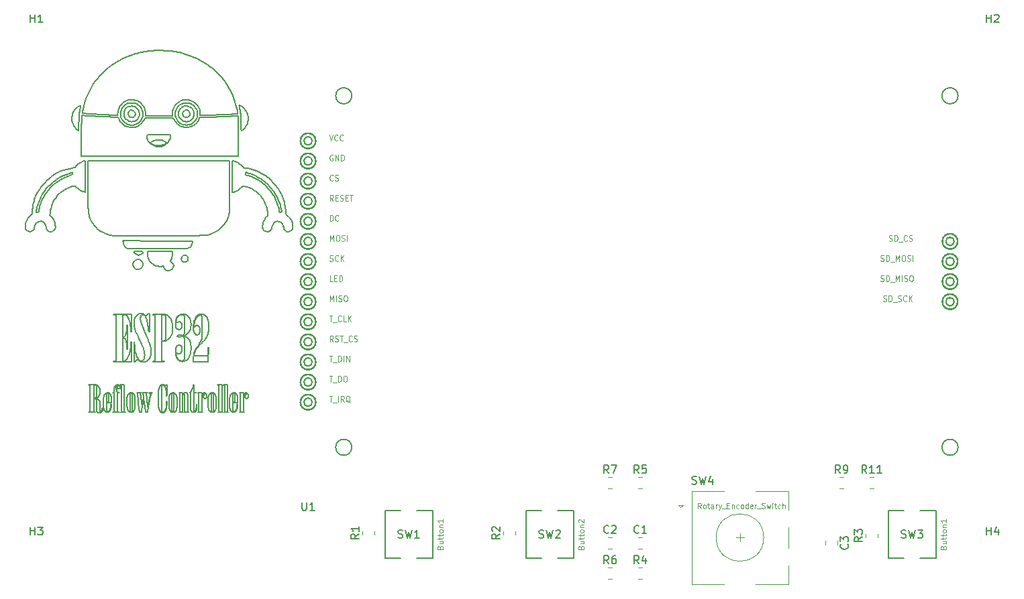
<source format=gbr>
%TF.GenerationSoftware,KiCad,Pcbnew,(5.1.12)-1*%
%TF.CreationDate,2021-12-29T18:15:49+01:00*%
%TF.ProjectId,esp32pcbheater,65737033-3270-4636-9268-65617465722e,rev?*%
%TF.SameCoordinates,Original*%
%TF.FileFunction,Legend,Top*%
%TF.FilePolarity,Positive*%
%FSLAX46Y46*%
G04 Gerber Fmt 4.6, Leading zero omitted, Abs format (unit mm)*
G04 Created by KiCad (PCBNEW (5.1.12)-1) date 2021-12-29 18:15:49*
%MOMM*%
%LPD*%
G01*
G04 APERTURE LIST*
%ADD10C,0.200000*%
%ADD11C,0.120000*%
%ADD12C,0.150000*%
%ADD13C,0.100000*%
%ADD14C,0.095250*%
G04 APERTURE END LIST*
D10*
%TO.C,REF\u002A\u002A*%
X49530000Y-73533000D02*
X49348633Y-73427963D01*
X49348633Y-73427963D02*
X49209659Y-73274107D01*
X49209659Y-73274107D02*
X49123253Y-73086828D01*
X49123253Y-73086828D02*
X49117685Y-73035015D01*
X49025268Y-72976219D02*
X48796175Y-73006439D01*
X48796175Y-73006439D02*
X48578203Y-73012474D01*
X48578203Y-73012474D02*
X48371138Y-72994261D01*
X48371138Y-72994261D02*
X48174770Y-72951740D01*
X48174770Y-72951740D02*
X47944027Y-72864314D01*
X47944027Y-72864314D02*
X47729252Y-72738694D01*
X47729252Y-72738694D02*
X47568650Y-72610619D01*
X47568650Y-72610619D02*
X47492016Y-72537368D01*
X49117685Y-73035015D02*
X49025268Y-72976219D01*
X47492016Y-72537368D02*
X47355635Y-72382296D01*
X47355635Y-72382296D02*
X47225104Y-72184305D01*
X47225104Y-72184305D02*
X47130312Y-71972286D01*
X47130312Y-71972286D02*
X47070836Y-71745137D01*
X47070836Y-71745137D02*
X47047946Y-71543491D01*
X47047946Y-71543491D02*
X47046918Y-71373630D01*
X50039750Y-72149322D02*
X49957644Y-72333334D01*
X49957644Y-72333334D02*
X49988816Y-72382420D01*
X52703523Y-69980289D02*
X52672640Y-70193573D01*
X52672640Y-70193573D02*
X52586315Y-70391649D01*
X52586315Y-70391649D02*
X52456441Y-70546898D01*
X52456441Y-70546898D02*
X52440621Y-70561436D01*
X44198447Y-70502135D02*
X44079772Y-70329703D01*
X44079772Y-70329703D02*
X44007983Y-70129720D01*
X44007983Y-70129720D02*
X43982560Y-69972224D01*
X39525567Y-59629739D02*
X48474244Y-59629739D01*
X48474244Y-59629739D02*
X57422922Y-59629739D01*
X54350576Y-69097618D02*
X54015434Y-69104868D01*
X54015434Y-69104868D02*
X53793382Y-69107077D01*
X53793382Y-69107077D02*
X53522902Y-69109176D01*
X53522902Y-69109176D02*
X53208038Y-69111161D01*
X53208038Y-69111161D02*
X52852834Y-69113026D01*
X52852834Y-69113026D02*
X52461333Y-69114770D01*
X52461333Y-69114770D02*
X52037581Y-69116386D01*
X52037581Y-69116386D02*
X51585620Y-69117872D01*
X51585620Y-69117872D02*
X51109497Y-69119223D01*
X51109497Y-69119223D02*
X50613253Y-69120436D01*
X50613253Y-69120436D02*
X50100934Y-69121505D01*
X50100934Y-69121505D02*
X49576584Y-69122428D01*
X49576584Y-69122428D02*
X49044247Y-69123199D01*
X49044247Y-69123199D02*
X48507966Y-69123816D01*
X48507966Y-69123816D02*
X47971787Y-69124274D01*
X47971787Y-69124274D02*
X47439753Y-69124568D01*
X47439753Y-69124568D02*
X46915909Y-69124695D01*
X46915909Y-69124695D02*
X46404298Y-69124651D01*
X46404298Y-69124651D02*
X45908964Y-69124432D01*
X45908964Y-69124432D02*
X45433953Y-69124034D01*
X45433953Y-69124034D02*
X44983307Y-69123452D01*
X44983307Y-69123452D02*
X44561071Y-69122683D01*
X44561071Y-69122683D02*
X44171290Y-69121722D01*
X44171290Y-69121722D02*
X43818007Y-69120566D01*
X43818007Y-69120566D02*
X43505266Y-69119210D01*
X43505266Y-69119210D02*
X43237112Y-69117650D01*
X43237112Y-69117650D02*
X43017588Y-69115883D01*
X43017588Y-69115883D02*
X42740610Y-69111710D01*
X42740610Y-69111710D02*
X42691244Y-69109296D01*
X34742113Y-68615429D02*
X34531602Y-68543677D01*
X34531602Y-68543677D02*
X34373061Y-68401112D01*
X34373061Y-68401112D02*
X34281471Y-68221362D01*
X34281471Y-68221362D02*
X34246368Y-68057308D01*
X52082290Y-72286598D02*
X51911357Y-72415946D01*
X51911357Y-72415946D02*
X51712061Y-72449008D01*
X51712061Y-72449008D02*
X51577361Y-72414043D01*
X49988816Y-72382420D02*
X50144419Y-72514431D01*
X50144419Y-72514431D02*
X50156360Y-72526271D01*
X45345563Y-71253911D02*
X45278883Y-71140622D01*
X34246368Y-68057308D02*
X34210835Y-67856552D01*
X34210835Y-67856552D02*
X34134349Y-67668073D01*
X34134349Y-67668073D02*
X33996751Y-67505797D01*
X57422922Y-59629739D02*
X57413257Y-62878504D01*
X45965964Y-72131211D02*
X46157095Y-72204690D01*
X46157095Y-72204690D02*
X46316293Y-72329129D01*
X46316293Y-72329129D02*
X46407576Y-72451547D01*
X50208382Y-71224106D02*
X50223316Y-71445845D01*
X50223316Y-71445845D02*
X50204175Y-71650508D01*
X50204175Y-71650508D02*
X50156164Y-71858567D01*
X50156164Y-71858567D02*
X50080419Y-72063786D01*
X50080419Y-72063786D02*
X50039750Y-72149322D01*
X45661633Y-73363945D02*
X45485278Y-73258155D01*
X45485278Y-73258155D02*
X45343382Y-73115710D01*
X45343382Y-73115710D02*
X45275644Y-73010263D01*
X46322531Y-73188780D02*
X46146139Y-73310461D01*
X46146139Y-73310461D02*
X45944761Y-73373032D01*
X45944761Y-73373032D02*
X45742177Y-73380744D01*
X45742177Y-73380744D02*
X45661633Y-73363945D01*
X33044795Y-67505797D02*
X32907196Y-67668073D01*
X32907196Y-67668073D02*
X32830710Y-67856552D01*
X32830710Y-67856552D02*
X32795179Y-68057308D01*
X32210100Y-68614912D02*
X32011495Y-68589914D01*
X32011495Y-68589914D02*
X31822677Y-68489863D01*
X31822677Y-68489863D02*
X31700896Y-68345098D01*
X48623411Y-71124580D02*
X50190717Y-71117233D01*
X45661633Y-73363945D02*
X45661633Y-73363945D01*
X43962973Y-69781058D02*
X48337013Y-69788257D01*
X43982560Y-69972224D02*
X43962973Y-69781058D01*
X33520772Y-67307344D02*
X33310146Y-67353099D01*
X33310146Y-67353099D02*
X33122674Y-67447287D01*
X33122674Y-67447287D02*
X33044795Y-67505797D01*
X32342145Y-66536194D02*
X32518354Y-66394775D01*
X42691244Y-69109296D02*
X42487021Y-69077792D01*
X42487021Y-69077792D02*
X42275869Y-69038068D01*
X42275869Y-69038068D02*
X42060820Y-68985013D01*
X42060820Y-68985013D02*
X41860969Y-68919867D01*
X41860969Y-68919867D02*
X41656883Y-68837527D01*
X39545160Y-62831401D02*
X39525567Y-59629739D01*
X42691244Y-69109296D02*
X42691244Y-69109296D01*
X46407576Y-72451547D02*
X46469450Y-72660882D01*
X46469450Y-72660882D02*
X46466016Y-72863564D01*
X46466016Y-72863564D02*
X46400446Y-73075334D01*
X46400446Y-73075334D02*
X46322531Y-73188780D01*
X51645892Y-71601804D02*
X51857203Y-71596637D01*
X51857203Y-71596637D02*
X52028777Y-71690905D01*
X32795179Y-68057308D02*
X32744589Y-68266998D01*
X32744589Y-68266998D02*
X32630216Y-68449818D01*
X32630216Y-68449818D02*
X32460546Y-68567230D01*
X32460546Y-68567230D02*
X32240823Y-68614235D01*
X32240823Y-68614235D02*
X32210100Y-68614912D01*
X47056105Y-71131930D02*
X48623411Y-71124580D01*
X51577361Y-72414043D02*
X51409983Y-72286279D01*
X51409983Y-72286279D02*
X51323409Y-72080631D01*
X51323409Y-72080631D02*
X51349852Y-71861970D01*
X51349852Y-71861970D02*
X51485067Y-71680620D01*
X51485067Y-71680620D02*
X51645892Y-71601804D01*
X57343695Y-66368970D02*
X57288231Y-66573382D01*
X57288231Y-66573382D02*
X57225315Y-66768438D01*
X57225315Y-66768438D02*
X57129139Y-67015168D01*
X57129139Y-67015168D02*
X57018046Y-67248169D01*
X57018046Y-67248169D02*
X56891082Y-67469099D01*
X56891082Y-67469099D02*
X56747294Y-67679618D01*
X56747294Y-67679618D02*
X56585728Y-67881384D01*
X56585728Y-67881384D02*
X56405430Y-68076057D01*
X56405430Y-68076057D02*
X56307960Y-68171253D01*
X45418699Y-72311657D02*
X45587313Y-72187210D01*
X45587313Y-72187210D02*
X45795767Y-72125632D01*
X45795767Y-72125632D02*
X45965964Y-72131211D01*
X33996751Y-67505797D02*
X33828137Y-67395437D01*
X33828137Y-67395437D02*
X33635498Y-67323130D01*
X33635498Y-67323130D02*
X33520772Y-67307344D01*
X50145264Y-73368019D02*
X49970484Y-73498632D01*
X49970484Y-73498632D02*
X49759561Y-73559378D01*
X49759561Y-73559378D02*
X49551614Y-73539004D01*
X49551614Y-73539004D02*
X49530000Y-73533000D01*
X31700896Y-68345098D02*
X31623139Y-68152551D01*
X31623139Y-68152551D02*
X31619127Y-67977642D01*
X31619127Y-67977642D02*
X31634032Y-67770380D01*
X31634032Y-67770380D02*
X31671846Y-67568174D01*
X31671846Y-67568174D02*
X31731896Y-67372364D01*
X31731896Y-67372364D02*
X31813509Y-67184292D01*
X31813509Y-67184292D02*
X31916012Y-67005298D01*
X31916012Y-67005298D02*
X32038735Y-66836723D01*
X32038735Y-66836723D02*
X32181003Y-66679908D01*
X32181003Y-66679908D02*
X32342145Y-66536194D01*
X32518354Y-66394775D02*
X32514281Y-66104625D01*
X44553775Y-70738709D02*
X44553775Y-70738709D01*
X57413257Y-62878504D02*
X57412389Y-63168615D01*
X57412389Y-63168615D02*
X57411557Y-63440995D01*
X57411557Y-63440995D02*
X57410750Y-63696248D01*
X57410750Y-63696248D02*
X57409955Y-63934981D01*
X57409955Y-63934981D02*
X57409160Y-64157798D01*
X57409160Y-64157798D02*
X57408354Y-64365304D01*
X57408354Y-64365304D02*
X57406656Y-64736805D01*
X57406656Y-64736805D02*
X57404767Y-65054326D01*
X57404767Y-65054326D02*
X57402588Y-65322707D01*
X57402588Y-65322707D02*
X57400025Y-65546791D01*
X57400025Y-65546791D02*
X57395246Y-65810448D01*
X57395246Y-65810448D02*
X57386625Y-66052136D01*
X57386625Y-66052136D02*
X57367306Y-66257933D01*
X57367306Y-66257933D02*
X57343695Y-66368970D01*
X32514281Y-66104625D02*
X32521405Y-65869239D01*
X32521405Y-65869239D02*
X32548180Y-65613138D01*
X32548180Y-65613138D02*
X32580372Y-65410649D01*
X32580372Y-65410649D02*
X32622334Y-65201715D01*
X32622334Y-65201715D02*
X32673515Y-64988567D01*
X32673515Y-64988567D02*
X32733365Y-64773437D01*
X32733365Y-64773437D02*
X32801334Y-64558556D01*
X32801334Y-64558556D02*
X32876872Y-64346156D01*
X32876872Y-64346156D02*
X32959428Y-64138469D01*
X32959428Y-64138469D02*
X33048454Y-63937727D01*
X41656883Y-68837527D02*
X41462281Y-68745617D01*
X41462281Y-68745617D02*
X41274947Y-68642779D01*
X41274947Y-68642779D02*
X41095242Y-68529461D01*
X41095242Y-68529461D02*
X40923529Y-68406115D01*
X40923529Y-68406115D02*
X40760171Y-68273191D01*
X40760171Y-68273191D02*
X40605531Y-68131139D01*
X40605531Y-68131139D02*
X40459972Y-67980409D01*
X40459972Y-67980409D02*
X40323857Y-67821452D01*
X40323857Y-67821452D02*
X40197548Y-67654717D01*
X40197548Y-67654717D02*
X40081409Y-67480656D01*
X40081409Y-67480656D02*
X39975802Y-67299719D01*
X39975802Y-67299719D02*
X39881090Y-67112356D01*
X39881090Y-67112356D02*
X39797636Y-66919017D01*
X39797636Y-66919017D02*
X39725803Y-66720153D01*
X39725803Y-66720153D02*
X39665953Y-66516213D01*
X39665953Y-66516213D02*
X39618451Y-66307650D01*
X56307960Y-68171253D02*
X56150869Y-68311520D01*
X56150869Y-68311520D02*
X55987463Y-68441138D01*
X55987463Y-68441138D02*
X55818035Y-68559967D01*
X55818035Y-68559967D02*
X55642880Y-68667867D01*
X55642880Y-68667867D02*
X55462293Y-68764699D01*
X55462293Y-68764699D02*
X55276568Y-68850323D01*
X55276568Y-68850323D02*
X55086000Y-68924600D01*
X55086000Y-68924600D02*
X54890884Y-68987391D01*
X54890884Y-68987391D02*
X54691513Y-69038556D01*
X54691513Y-69038556D02*
X54488183Y-69077956D01*
X54488183Y-69077956D02*
X54350576Y-69097618D01*
X33048454Y-63937727D02*
X33216542Y-63607058D01*
X33216542Y-63607058D02*
X33404563Y-63289120D01*
X33404563Y-63289120D02*
X33611529Y-62984647D01*
X33611529Y-62984647D02*
X33836451Y-62694368D01*
X33836451Y-62694368D02*
X34078342Y-62419015D01*
X34078342Y-62419015D02*
X34336213Y-62159321D01*
X34336213Y-62159321D02*
X34609077Y-61916017D01*
X34609077Y-61916017D02*
X34895945Y-61689834D01*
X34895945Y-61689834D02*
X35195831Y-61481504D01*
X35195831Y-61481504D02*
X35507745Y-61291759D01*
X35507745Y-61291759D02*
X35830699Y-61121330D01*
X35830699Y-61121330D02*
X36163707Y-60970949D01*
X36163707Y-60970949D02*
X36505779Y-60841348D01*
X36505779Y-60841348D02*
X36855929Y-60733257D01*
X36855929Y-60733257D02*
X37213167Y-60647410D01*
X37213167Y-60647410D02*
X37576507Y-60584537D01*
X37576507Y-60584537D02*
X37784646Y-60550032D01*
X37784646Y-60550032D02*
X37913821Y-60477526D01*
X47046918Y-71373630D02*
X47056105Y-71131930D01*
X45275644Y-73010263D02*
X45222046Y-72805098D01*
X45222046Y-72805098D02*
X45243084Y-72600862D01*
X45243084Y-72600862D02*
X45336439Y-72408867D01*
X45336439Y-72408867D02*
X45418699Y-72311657D01*
X52028777Y-71690905D02*
X52151379Y-71858789D01*
X52151379Y-71858789D02*
X52179099Y-72058553D01*
X52179099Y-72058553D02*
X52108507Y-72252019D01*
X52108507Y-72252019D02*
X52082290Y-72286598D01*
X49530000Y-73533000D02*
X49530000Y-73533000D01*
X51577361Y-72414043D02*
X51577361Y-72414043D01*
X45278883Y-71140622D02*
X45498417Y-71123680D01*
X45498417Y-71123680D02*
X45717968Y-71119106D01*
X45717968Y-71119106D02*
X45947118Y-71117711D01*
X46476670Y-71344412D02*
X46301835Y-71478001D01*
X46301835Y-71478001D02*
X46106588Y-71552375D01*
X46106588Y-71552375D02*
X45896959Y-71565795D01*
X45896959Y-71565795D02*
X45776504Y-71546273D01*
X45776504Y-71546273D02*
X45581094Y-71466222D01*
X45581094Y-71466222D02*
X45422722Y-71343469D01*
X45422722Y-71343469D02*
X45345563Y-71253911D01*
X45776504Y-71546273D02*
X45776504Y-71546273D01*
X45947118Y-71117711D02*
X46199552Y-71118019D01*
X46199552Y-71118019D02*
X46422819Y-71122198D01*
X46422819Y-71122198D02*
X46517046Y-71303969D01*
X46517046Y-71303969D02*
X46476670Y-71344412D01*
X52711051Y-69795456D02*
X52703523Y-69980289D01*
X44553775Y-70738709D02*
X44372366Y-70650557D01*
X44372366Y-70650557D02*
X44216056Y-70521627D01*
X44216056Y-70521627D02*
X44198447Y-70502135D01*
X52440621Y-70561436D02*
X52275012Y-70692596D01*
X52275012Y-70692596D02*
X52069670Y-70738361D01*
X52069670Y-70738361D02*
X51849990Y-70755506D01*
X51849990Y-70755506D02*
X51648007Y-70763432D01*
X51648007Y-70763432D02*
X51393014Y-70769003D01*
X51393014Y-70769003D02*
X51077653Y-70772598D01*
X51077653Y-70772598D02*
X50694565Y-70774601D01*
X50694565Y-70774601D02*
X50475323Y-70775125D01*
X50475323Y-70775125D02*
X50236389Y-70775393D01*
X50236389Y-70775393D02*
X49976844Y-70775454D01*
X49976844Y-70775454D02*
X49695767Y-70775356D01*
X49695767Y-70775356D02*
X49392239Y-70775146D01*
X49392239Y-70775146D02*
X49065340Y-70774871D01*
X49065340Y-70774871D02*
X48714150Y-70774581D01*
X48714150Y-70774581D02*
X48337749Y-70774322D01*
X48337749Y-70774322D02*
X48083938Y-70774148D01*
X48083938Y-70774148D02*
X47840547Y-70773930D01*
X47840547Y-70773930D02*
X47607407Y-70773666D01*
X47607407Y-70773666D02*
X47384352Y-70773353D01*
X47384352Y-70773353D02*
X47171213Y-70772991D01*
X47171213Y-70772991D02*
X46967824Y-70772577D01*
X46967824Y-70772577D02*
X46589626Y-70771591D01*
X46589626Y-70771591D02*
X46248419Y-70770380D01*
X46248419Y-70770380D02*
X45942865Y-70768934D01*
X45942865Y-70768934D02*
X45671625Y-70767239D01*
X45671625Y-70767239D02*
X45433361Y-70765282D01*
X45433361Y-70765282D02*
X45226735Y-70763052D01*
X45226735Y-70763052D02*
X44973188Y-70759164D01*
X44973188Y-70759164D02*
X44733364Y-70752905D01*
X44733364Y-70752905D02*
X44553775Y-70738709D01*
X48337013Y-69788257D02*
X52711051Y-69795456D01*
X39618451Y-66307650D02*
X39588508Y-66075234D01*
X39588508Y-66075234D02*
X39575904Y-65817668D01*
X39575904Y-65817668D02*
X39569921Y-65589566D01*
X39569921Y-65589566D02*
X39564773Y-65289742D01*
X39564773Y-65289742D02*
X39561665Y-65043328D01*
X39561665Y-65043328D02*
X39558717Y-64755007D01*
X39558717Y-64755007D02*
X39555844Y-64420768D01*
X39555844Y-64420768D02*
X39552961Y-64036598D01*
X39552961Y-64036598D02*
X39551490Y-63824536D01*
X39551490Y-63824536D02*
X39549985Y-63598486D01*
X39549985Y-63598486D02*
X39548435Y-63357948D01*
X39548435Y-63357948D02*
X39546830Y-63102420D01*
X39546830Y-63102420D02*
X39545160Y-62831401D01*
X50156360Y-72526271D02*
X50282582Y-72700285D01*
X50282582Y-72700285D02*
X50338474Y-72917165D01*
X50338474Y-72917165D02*
X50300322Y-73137279D01*
X50300322Y-73137279D02*
X50189967Y-73319428D01*
X50189967Y-73319428D02*
X50145264Y-73368019D01*
X50190717Y-71117233D02*
X50208382Y-71224106D01*
X37943859Y-62863889D02*
X37805615Y-62882227D01*
X37448033Y-61479069D02*
X37579331Y-61327490D01*
X37579331Y-61327490D02*
X37582406Y-61301972D01*
X37592971Y-61147475D02*
X37381244Y-61195811D01*
X37381244Y-61195811D02*
X37177636Y-61254751D01*
X37177636Y-61254751D02*
X36976033Y-61318568D01*
X36976033Y-61318568D02*
X36953484Y-61326187D01*
X33016029Y-66174475D02*
X33154659Y-66154356D01*
X33314615Y-66121965D02*
X33314615Y-66121965D01*
X34956770Y-68610148D02*
X34754357Y-68617002D01*
X34754357Y-68617002D02*
X34742113Y-68615429D01*
X36357427Y-63473806D02*
X36181746Y-63605353D01*
X36181746Y-63605353D02*
X36006248Y-63758046D01*
X36006248Y-63758046D02*
X35834276Y-63927957D01*
X35834276Y-63927957D02*
X35669173Y-64111162D01*
X35669173Y-64111162D02*
X35514282Y-64303732D01*
X35514282Y-64303732D02*
X35372949Y-64501742D01*
X35372949Y-64501742D02*
X35248516Y-64701265D01*
X35248516Y-64701265D02*
X35144327Y-64898376D01*
X33799755Y-63891226D02*
X33694673Y-64078271D01*
X33694673Y-64078271D02*
X33594432Y-64273561D01*
X33594432Y-64273561D02*
X33499756Y-64475084D01*
X33499756Y-64475084D02*
X33411371Y-64680827D01*
X33411371Y-64680827D02*
X33330000Y-64888779D01*
X33330000Y-64888779D02*
X33256367Y-65096926D01*
X33256367Y-65096926D02*
X33191198Y-65303256D01*
X33191198Y-65303256D02*
X33135217Y-65505758D01*
X33135217Y-65505758D02*
X33089148Y-65702418D01*
X33089148Y-65702418D02*
X33044394Y-65952068D01*
X33044394Y-65952068D02*
X33036362Y-66011740D01*
X33314615Y-66121965D02*
X33335942Y-66018243D01*
X61899474Y-68568131D02*
X61737486Y-68447737D01*
X61737486Y-68447737D02*
X61627953Y-68264641D01*
X38110214Y-63034423D02*
X37943859Y-62863889D01*
X62199568Y-66617929D02*
X62256132Y-66471686D01*
X34771857Y-66352767D02*
X34730110Y-66549831D01*
X35367125Y-68304725D02*
X35234929Y-68461757D01*
X35234929Y-68461757D02*
X35077539Y-68587623D01*
X61582693Y-67889768D02*
X61609312Y-67675372D01*
X61609312Y-67675372D02*
X61656470Y-67478766D01*
X61656470Y-67478766D02*
X61727552Y-67287676D01*
X61727552Y-67287676D02*
X61778625Y-67179383D01*
X59208338Y-62886193D02*
X59055917Y-62867680D01*
X59055917Y-62867680D02*
X58842208Y-63075696D01*
X57762099Y-63643674D02*
X57762099Y-61639729D01*
X35077539Y-68587623D02*
X34956770Y-68610148D01*
X61778625Y-67179383D02*
X61883801Y-66998822D01*
X61883801Y-66998822D02*
X62011340Y-66819955D01*
X62011340Y-66819955D02*
X62151080Y-66660810D01*
X62151080Y-66660810D02*
X62199568Y-66617929D01*
X57762099Y-61639729D02*
X57762099Y-59635784D01*
X57762099Y-59635784D02*
X57875174Y-59661191D01*
X34730110Y-66549831D02*
X34894731Y-66722429D01*
X59425580Y-60584603D02*
X59706768Y-60632931D01*
X59706768Y-60632931D02*
X59983987Y-60693991D01*
X59983987Y-60693991D02*
X60256938Y-60767658D01*
X60256938Y-60767658D02*
X60525323Y-60853808D01*
X60525323Y-60853808D02*
X60788845Y-60952315D01*
X60788845Y-60952315D02*
X61047206Y-61063054D01*
X61047206Y-61063054D02*
X61300109Y-61185902D01*
X61300109Y-61185902D02*
X61547255Y-61320732D01*
X61547255Y-61320732D02*
X61788347Y-61467421D01*
X61788347Y-61467421D02*
X62023087Y-61625843D01*
X62023087Y-61625843D02*
X62175905Y-61737915D01*
X35412779Y-67813169D02*
X35427509Y-68020760D01*
X35427509Y-68020760D02*
X35400637Y-68221318D01*
X35400637Y-68221318D02*
X35367125Y-68304725D01*
X61627953Y-68264641D02*
X61576034Y-68061923D01*
X61576034Y-68061923D02*
X61582693Y-67889768D01*
X62175905Y-61737915D02*
X62376186Y-61900574D01*
X62376186Y-61900574D02*
X62533231Y-62041131D01*
X62533231Y-62041131D02*
X62692802Y-62193917D01*
X62692802Y-62193917D02*
X62851901Y-62355618D01*
X62851901Y-62355618D02*
X63007533Y-62522922D01*
X63007533Y-62522922D02*
X63156698Y-62692516D01*
X63156698Y-62692516D02*
X63296400Y-62861086D01*
X63296400Y-62861086D02*
X63423641Y-63025320D01*
X63423641Y-63025320D02*
X63568731Y-63231825D01*
X63568731Y-63231825D02*
X63655241Y-63373056D01*
X64494131Y-66214411D02*
X64479447Y-66397373D01*
X36953484Y-61326187D02*
X36713428Y-61414520D01*
X36713428Y-61414520D02*
X36476466Y-61514592D01*
X36476466Y-61514592D02*
X36243164Y-61625943D01*
X36243164Y-61625943D02*
X36014084Y-61748114D01*
X36014084Y-61748114D02*
X35789791Y-61880647D01*
X35789791Y-61880647D02*
X35570848Y-62023084D01*
X35570848Y-62023084D02*
X35357820Y-62174965D01*
X35357820Y-62174965D02*
X35151270Y-62335832D01*
X35151270Y-62335832D02*
X34951762Y-62505226D01*
X34951762Y-62505226D02*
X34759860Y-62682689D01*
X34759860Y-62682689D02*
X34576128Y-62867763D01*
X34576128Y-62867763D02*
X34401130Y-63059987D01*
X34401130Y-63059987D02*
X34235429Y-63258904D01*
X34235429Y-63258904D02*
X34079591Y-63464055D01*
X34079591Y-63464055D02*
X33934178Y-63674982D01*
X33934178Y-63674982D02*
X33799755Y-63891226D01*
X37805615Y-62882227D02*
X37599571Y-62921879D01*
X37599571Y-62921879D02*
X37370869Y-62987274D01*
X37370869Y-62987274D02*
X37178540Y-63055288D01*
X37178540Y-63055288D02*
X36983620Y-63134911D01*
X36983620Y-63134911D02*
X36791404Y-63223983D01*
X36791404Y-63223983D02*
X36607183Y-63320340D01*
X36607183Y-63320340D02*
X36396218Y-63447737D01*
X36396218Y-63447737D02*
X36357427Y-63473806D01*
X39152112Y-59658174D02*
X39180886Y-59890887D01*
X39180886Y-59890887D02*
X39191180Y-60111367D01*
X39191180Y-60111367D02*
X39199947Y-60387343D01*
X39199947Y-60387343D02*
X39204838Y-60596363D01*
X39204838Y-60596363D02*
X39208894Y-60821356D01*
X39208894Y-60821356D02*
X39212051Y-61058843D01*
X39212051Y-61058843D02*
X39214246Y-61305349D01*
X39214246Y-61305349D02*
X39215419Y-61557395D01*
X39215419Y-61557395D02*
X39215504Y-61811505D01*
X39215504Y-61811505D02*
X39214440Y-62064201D01*
X39214440Y-62064201D02*
X39212165Y-62312007D01*
X39212165Y-62312007D02*
X39208615Y-62551446D01*
X39208615Y-62551446D02*
X39206343Y-62666941D01*
X57875174Y-59661191D02*
X58090344Y-59722780D01*
X58090344Y-59722780D02*
X58297104Y-59808546D01*
X58297104Y-59808546D02*
X58494002Y-59917532D01*
X58494002Y-59917532D02*
X58679586Y-60048780D01*
X58679586Y-60048780D02*
X58852402Y-60201334D01*
X58852402Y-60201334D02*
X59011000Y-60374236D01*
X59011000Y-60374236D02*
X59070133Y-60448880D01*
X64479447Y-66397373D02*
X64617771Y-66498909D01*
X65326370Y-67550644D02*
X65364846Y-67754182D01*
X65364846Y-67754182D02*
X65380714Y-67960100D01*
X65380714Y-67960100D02*
X65370850Y-68163075D01*
X65370850Y-68163075D02*
X65342401Y-68277790D01*
X61254641Y-64022499D02*
X61106481Y-63866920D01*
X61106481Y-63866920D02*
X60947846Y-63715574D01*
X60947846Y-63715574D02*
X60789608Y-63584199D01*
X60789608Y-63584199D02*
X60616112Y-63459656D01*
X60616112Y-63459656D02*
X60474171Y-63367603D01*
X37913821Y-60477526D02*
X38053878Y-60301858D01*
X38053878Y-60301858D02*
X38219199Y-60140453D01*
X38219199Y-60140453D02*
X38377859Y-60009268D01*
X38377859Y-60009268D02*
X38566280Y-59878887D01*
X38566280Y-59878887D02*
X38668789Y-59821226D01*
X39185654Y-63631662D02*
X39026156Y-63590451D01*
X33614590Y-64947192D02*
X33687804Y-64760798D01*
X33687804Y-64760798D02*
X33794510Y-64518843D01*
X33794510Y-64518843D02*
X33911951Y-64283828D01*
X33911951Y-64283828D02*
X34040503Y-64055133D01*
X34040503Y-64055133D02*
X34180546Y-63832139D01*
X34180546Y-63832139D02*
X34332459Y-63614226D01*
X34332459Y-63614226D02*
X34454410Y-63453754D01*
X34454410Y-63453754D02*
X34583411Y-63295531D01*
X34583411Y-63295531D02*
X34719621Y-63139296D01*
X34719621Y-63139296D02*
X34875712Y-62976913D01*
X34875712Y-62976913D02*
X35039551Y-62818733D01*
X35039551Y-62818733D02*
X35209642Y-62662725D01*
X35209642Y-62662725D02*
X35365635Y-62527553D01*
X35365635Y-62527553D02*
X35502658Y-62421092D01*
X33154659Y-66154356D02*
X33314615Y-66121965D01*
X62256132Y-66471686D02*
X62215865Y-66271790D01*
X62215865Y-66271790D02*
X62195724Y-66118005D01*
X62195724Y-66118005D02*
X62164276Y-65889293D01*
X62164276Y-65889293D02*
X62121469Y-65668118D01*
X62121469Y-65668118D02*
X62067168Y-65454181D01*
X62067168Y-65454181D02*
X62001238Y-65247184D01*
X62001238Y-65247184D02*
X61923546Y-65046827D01*
X61923546Y-65046827D02*
X61833958Y-64852813D01*
X61833958Y-64852813D02*
X61732339Y-64664842D01*
X61732339Y-64664842D02*
X61618555Y-64482617D01*
X61618555Y-64482617D02*
X61492473Y-64305838D01*
X61492473Y-64305838D02*
X61353957Y-64134207D01*
X61353957Y-64134207D02*
X61254641Y-64022499D01*
X35144327Y-64898376D02*
X35053782Y-65111650D01*
X35053782Y-65111650D02*
X34982416Y-65312534D01*
X34982416Y-65312534D02*
X34918925Y-65519771D01*
X34918925Y-65519771D02*
X34867209Y-65719585D01*
X34867209Y-65719585D02*
X34826183Y-65930162D01*
X34826183Y-65930162D02*
X34814099Y-66065146D01*
X59070133Y-60448880D02*
X59252021Y-60556190D01*
X59252021Y-60556190D02*
X59425580Y-60584603D01*
X35502658Y-62421092D02*
X35693807Y-62292701D01*
X35693807Y-62292701D02*
X35888208Y-62165966D01*
X35888208Y-62165966D02*
X36080885Y-62047251D01*
X36080885Y-62047251D02*
X36277783Y-61936856D01*
X36277783Y-61936856D02*
X36424333Y-61862552D01*
X63655241Y-63373056D02*
X63769398Y-63582063D01*
X63769398Y-63582063D02*
X63877573Y-63794011D01*
X63877573Y-63794011D02*
X63977645Y-64004386D01*
X63977645Y-64004386D02*
X64067494Y-64208674D01*
X64067494Y-64208674D02*
X64144998Y-64402360D01*
X64144998Y-64402360D02*
X64167723Y-64463787D01*
X64617771Y-66498909D02*
X64798233Y-66652353D01*
X64798233Y-66652353D02*
X64935591Y-66801222D01*
X64935591Y-66801222D02*
X65058506Y-66965322D01*
X65058506Y-66965322D02*
X65164538Y-67141035D01*
X65164538Y-67141035D02*
X65251250Y-67324740D01*
X65251250Y-67324740D02*
X65326370Y-67550644D01*
X65342401Y-68277790D02*
X65220982Y-68448643D01*
X65220982Y-68448643D02*
X65053636Y-68576217D01*
X65053636Y-68576217D02*
X65032646Y-68585202D01*
X64577430Y-68588850D02*
X64397339Y-68466895D01*
X64397339Y-68466895D02*
X64272730Y-68299989D01*
X64272730Y-68299989D02*
X64216975Y-68106041D01*
X65032646Y-68585202D02*
X64820016Y-68614160D01*
X64820016Y-68614160D02*
X64619915Y-68600480D01*
X64619915Y-68600480D02*
X64577430Y-68588850D01*
X39026156Y-63590451D02*
X38816410Y-63519855D01*
X38816410Y-63519855D02*
X38607300Y-63417875D01*
X38607300Y-63417875D02*
X38432653Y-63307965D01*
X38432653Y-63307965D02*
X38265826Y-63179460D01*
X38265826Y-63179460D02*
X38110214Y-63034423D01*
X34814099Y-66065146D02*
X34788104Y-66269105D01*
X34788104Y-66269105D02*
X34771857Y-66352767D01*
X36424333Y-61862552D02*
X36637318Y-61765752D01*
X36637318Y-61765752D02*
X36840535Y-61682626D01*
X36840535Y-61682626D02*
X37048257Y-61604813D01*
X37048257Y-61604813D02*
X37246685Y-61537480D01*
X37246685Y-61537480D02*
X37448033Y-61479069D01*
X34894731Y-66722429D02*
X35048770Y-66902469D01*
X35048770Y-66902469D02*
X35175502Y-67091607D01*
X35175502Y-67091607D02*
X35275865Y-67291820D01*
X35275865Y-67291820D02*
X35350799Y-67505087D01*
X35350799Y-67505087D02*
X35401243Y-67733386D01*
X35401243Y-67733386D02*
X35412779Y-67813169D01*
X58842208Y-63075696D02*
X58673401Y-63225273D01*
X58673401Y-63225273D02*
X58496304Y-63353646D01*
X58496304Y-63353646D02*
X58311572Y-63460451D01*
X58311572Y-63460451D02*
X58119859Y-63545324D01*
X58119859Y-63545324D02*
X57921819Y-63607903D01*
X57921819Y-63607903D02*
X57854513Y-63623746D01*
X37582406Y-61301972D02*
X37592971Y-61147475D01*
X33036362Y-66011740D02*
X33016029Y-66174475D01*
X60474171Y-63367603D02*
X60289744Y-63261328D01*
X60289744Y-63261328D02*
X60088104Y-63161890D01*
X60088104Y-63161890D02*
X59877612Y-63072469D01*
X59877612Y-63072469D02*
X59666632Y-62996246D01*
X59666632Y-62996246D02*
X59463528Y-62936402D01*
X59463528Y-62936402D02*
X59241975Y-62890687D01*
X59241975Y-62890687D02*
X59208338Y-62886193D01*
X57854513Y-63623746D02*
X57762099Y-63643674D01*
X39206343Y-62666941D02*
X39185654Y-63631662D01*
X64167723Y-64463787D02*
X64244104Y-64692025D01*
X64244104Y-64692025D02*
X64312842Y-64931104D01*
X64312842Y-64931104D02*
X64372676Y-65174259D01*
X64372676Y-65174259D02*
X64422344Y-65414725D01*
X64422344Y-65414725D02*
X64460584Y-65645738D01*
X64460584Y-65645738D02*
X64486136Y-65860533D01*
X64486136Y-65860533D02*
X64498312Y-66095915D01*
X64498312Y-66095915D02*
X64494131Y-66214411D01*
X38668789Y-59821226D02*
X38863634Y-59739281D01*
X38863634Y-59739281D02*
X39066939Y-59673937D01*
X39066939Y-59673937D02*
X39152112Y-59658174D01*
X34742113Y-68615429D02*
X34742113Y-68615429D01*
X33335942Y-66018243D02*
X33368710Y-65805632D01*
X33368710Y-65805632D02*
X33419191Y-65591500D01*
X33419191Y-65591500D02*
X33472425Y-65393160D01*
X33472425Y-65393160D02*
X33531205Y-65194439D01*
X33531205Y-65194439D02*
X33602979Y-64978840D01*
X33602979Y-64978840D02*
X33614590Y-64947192D01*
X43415686Y-54328283D02*
X43503440Y-54523703D01*
X43503440Y-54523703D02*
X43630348Y-54719800D01*
X43630348Y-54719800D02*
X43759407Y-54876196D01*
X43759407Y-54876196D02*
X43904000Y-55019765D01*
X43904000Y-55019765D02*
X44090558Y-55166608D01*
X44090558Y-55166608D02*
X44218599Y-55244250D01*
X53880542Y-54187053D02*
X54085090Y-54176709D01*
X54085090Y-54176709D02*
X54303212Y-54168165D01*
X54303212Y-54168165D02*
X54517931Y-54160906D01*
X54517931Y-54160906D02*
X54705275Y-54155400D01*
X63008980Y-67508954D02*
X62870530Y-67670958D01*
X62870530Y-67670958D02*
X62793340Y-67861376D01*
X62793340Y-67861376D02*
X62765997Y-68025177D01*
X57529383Y-54039512D02*
X57758818Y-54028599D01*
X57758818Y-54028599D02*
X57968313Y-54019605D01*
X57968313Y-54019605D02*
X58182851Y-54011689D01*
X58182851Y-54011689D02*
X58385123Y-54006709D01*
X58385123Y-54006709D02*
X58463550Y-54009018D01*
X38710263Y-59061029D02*
X38710282Y-57034993D01*
X49949148Y-56448358D02*
X49893537Y-56373866D01*
X47013718Y-56416254D02*
X46962426Y-56611610D01*
X46962426Y-56611610D02*
X47002371Y-56788129D01*
X59455089Y-61451356D02*
X59583203Y-61489167D01*
X38710282Y-57034993D02*
X38710626Y-56717023D01*
X38710626Y-56717023D02*
X38711637Y-56410118D01*
X38711637Y-56410118D02*
X38713286Y-56115473D01*
X38713286Y-56115473D02*
X38715548Y-55834281D01*
X38715548Y-55834281D02*
X38718394Y-55567736D01*
X38718394Y-55567736D02*
X38721798Y-55317032D01*
X38721798Y-55317032D02*
X38725733Y-55083364D01*
X38725733Y-55083364D02*
X38730170Y-54867925D01*
X38730170Y-54867925D02*
X38737711Y-54581558D01*
X38737711Y-54581558D02*
X38746232Y-54342924D01*
X38746232Y-54342924D02*
X38758959Y-54105959D01*
X38758959Y-54105959D02*
X38780535Y-53943949D01*
X43218988Y-54158757D02*
X43362851Y-54172846D01*
X45489420Y-55393537D02*
X45688305Y-55331963D01*
X45688305Y-55331963D02*
X45889194Y-55239222D01*
X45889194Y-55239222D02*
X46076238Y-55114206D01*
X46076238Y-55114206D02*
X46240293Y-54971441D01*
X46240293Y-54971441D02*
X46288722Y-54924055D01*
X61899474Y-68568131D02*
X61899474Y-68568131D01*
X50305813Y-54255419D02*
X50324847Y-54333617D01*
X53652957Y-54202485D02*
X53880542Y-54187053D01*
X58528619Y-56835947D02*
X58529862Y-59061029D01*
X48830683Y-57851385D02*
X48830683Y-57851385D01*
X48037132Y-57701009D02*
X47840600Y-57622466D01*
X47840600Y-57622466D02*
X47652812Y-57526140D01*
X47652812Y-57526140D02*
X47525292Y-57441212D01*
X47525292Y-57441212D02*
X47454204Y-57383329D01*
X47454204Y-57383329D02*
X47525292Y-57325413D01*
X48077634Y-57055722D02*
X48290365Y-57020975D01*
X48290365Y-57020975D02*
X48514234Y-57016250D01*
X48514234Y-57016250D02*
X48741310Y-57034104D01*
X48741310Y-57034104D02*
X48941042Y-57073213D01*
X48941042Y-57073213D02*
X49010700Y-57096153D01*
X63972812Y-66049070D02*
X63972812Y-66049070D01*
X49444693Y-57382925D02*
X49283663Y-57529152D01*
X49283663Y-57529152D02*
X49100109Y-57630587D01*
X49100109Y-57630587D02*
X49003941Y-57672272D01*
X49003941Y-57672272D02*
X48789229Y-57723772D01*
X48789229Y-57723772D02*
X48588693Y-57743832D01*
X48588693Y-57743832D02*
X48380672Y-57747196D01*
X48380672Y-57747196D02*
X48160192Y-57729075D01*
X48160192Y-57729075D02*
X48037132Y-57701009D01*
X48037132Y-57701009D02*
X48037132Y-57701009D01*
X63972812Y-66049070D02*
X63928096Y-65785623D01*
X63928096Y-65785623D02*
X63869709Y-65521926D01*
X63869709Y-65521926D02*
X63798029Y-65258883D01*
X63798029Y-65258883D02*
X63713436Y-64997398D01*
X63713436Y-64997398D02*
X63616307Y-64738377D01*
X63616307Y-64738377D02*
X63507021Y-64482724D01*
X63507021Y-64482724D02*
X63385958Y-64231342D01*
X63385958Y-64231342D02*
X63253495Y-63985137D01*
X63253495Y-63985137D02*
X63110011Y-63745013D01*
X63110011Y-63745013D02*
X62955885Y-63511874D01*
X62955885Y-63511874D02*
X62847410Y-63360776D01*
X61720909Y-62220923D02*
X61543617Y-62091746D01*
X61543617Y-62091746D02*
X61362565Y-61969431D01*
X61362565Y-61969431D02*
X61177892Y-61854045D01*
X61177892Y-61854045D02*
X60989737Y-61745657D01*
X60989737Y-61745657D02*
X60798240Y-61644334D01*
X60798240Y-61644334D02*
X60603539Y-61550146D01*
X60603539Y-61550146D02*
X60405772Y-61463160D01*
X60405772Y-61463160D02*
X60205081Y-61383444D01*
X60205081Y-61383444D02*
X60001602Y-61311067D01*
X60001602Y-61311067D02*
X59795475Y-61246098D01*
X59795475Y-61246098D02*
X59656656Y-61206934D01*
X63608105Y-67331405D02*
X63389881Y-67325312D01*
X63389881Y-67325312D02*
X63198017Y-67382170D01*
X63198017Y-67382170D02*
X63024810Y-67494766D01*
X63024810Y-67494766D02*
X63008980Y-67508954D01*
X62847410Y-63360776D02*
X62712384Y-63191966D01*
X62712384Y-63191966D02*
X62578964Y-63039801D01*
X62578964Y-63039801D02*
X62430237Y-62879775D01*
X62430237Y-62879775D02*
X62272912Y-62718678D01*
X62272912Y-62718678D02*
X62113699Y-62563299D01*
X62113699Y-62563299D02*
X61959308Y-62420428D01*
X61959308Y-62420428D02*
X61783322Y-62269772D01*
X61783322Y-62269772D02*
X61720909Y-62220923D01*
X62765997Y-68025177D02*
X62724249Y-68221008D01*
X62724249Y-68221008D02*
X62631022Y-68401977D01*
X62631022Y-68401977D02*
X62469233Y-68542800D01*
X62469233Y-68542800D02*
X62252565Y-68609301D01*
X62252565Y-68609301D02*
X62158029Y-68614242D01*
X46615730Y-54476767D02*
X46714878Y-54257366D01*
X46714878Y-54257366D02*
X48510346Y-54256392D01*
X44218599Y-55244250D02*
X44401665Y-55327344D01*
X44401665Y-55327344D02*
X44595912Y-55388940D01*
X44595912Y-55388940D02*
X44797629Y-55428604D01*
X44797629Y-55428604D02*
X45003109Y-55445899D01*
X45003109Y-55445899D02*
X45208642Y-55440390D01*
X45208642Y-55440390D02*
X45410522Y-55411641D01*
X45410522Y-55411641D02*
X45489420Y-55393537D01*
X58463550Y-54009018D02*
X58495900Y-54233753D01*
X58495900Y-54233753D02*
X58506422Y-54462751D01*
X58506422Y-54462751D02*
X58512868Y-54691457D01*
X58512868Y-54691457D02*
X58518134Y-54971563D01*
X58518134Y-54971563D02*
X58521015Y-55188003D01*
X58521015Y-55188003D02*
X58523412Y-55429006D01*
X58523412Y-55429006D02*
X58525339Y-55695262D01*
X58525339Y-55695262D02*
X58526813Y-55987457D01*
X58526813Y-55987457D02*
X58527849Y-56306280D01*
X58527849Y-56306280D02*
X58528464Y-56652419D01*
X58528464Y-56652419D02*
X58528619Y-56835947D01*
X58529862Y-59061029D02*
X48620059Y-59061029D01*
X49550753Y-57437366D02*
X49697817Y-57269168D01*
X49697817Y-57269168D02*
X49819520Y-57082387D01*
X49819520Y-57082387D02*
X49912224Y-56883566D01*
X49912224Y-56883566D02*
X49972290Y-56679247D01*
X48482195Y-56366492D02*
X48238788Y-56365247D01*
X48238788Y-56365247D02*
X48024983Y-56364266D01*
X48024983Y-56364266D02*
X47755378Y-56363435D01*
X47755378Y-56363435D02*
X47541064Y-56363578D01*
X47541064Y-56363578D02*
X47329590Y-56365682D01*
X47329590Y-56365682D02*
X47118614Y-56376153D01*
X47118614Y-56376153D02*
X47013718Y-56416254D01*
X63158779Y-64421134D02*
X63262358Y-64640367D01*
X63262358Y-64640367D02*
X63354024Y-64857259D01*
X63354024Y-64857259D02*
X63434936Y-65075266D01*
X63434936Y-65075266D02*
X63506253Y-65297842D01*
X63506253Y-65297842D02*
X63569134Y-65528444D01*
X63569134Y-65528444D02*
X63624738Y-65770525D01*
X63624738Y-65770525D02*
X63645202Y-65871347D01*
X47002371Y-56788129D02*
X47082476Y-57001002D01*
X47082476Y-57001002D02*
X47189478Y-57195113D01*
X47189478Y-57195113D02*
X47320605Y-57368849D01*
X47320605Y-57368849D02*
X47473084Y-57520598D01*
X47473084Y-57520598D02*
X47644145Y-57648749D01*
X47644145Y-57648749D02*
X47831016Y-57751690D01*
X47831016Y-57751690D02*
X48030925Y-57827808D01*
X48030925Y-57827808D02*
X48241100Y-57875493D01*
X48241100Y-57875493D02*
X48458771Y-57893132D01*
X48458771Y-57893132D02*
X48681164Y-57879114D01*
X48681164Y-57879114D02*
X48830683Y-57851385D01*
X47525292Y-57325413D02*
X47700474Y-57214543D01*
X47700474Y-57214543D02*
X47890946Y-57123653D01*
X47890946Y-57123653D02*
X48077634Y-57055722D01*
X63645202Y-65871347D02*
X63690544Y-66070127D01*
X63690544Y-66070127D02*
X63778431Y-66145230D01*
X38780535Y-53943949D02*
X38998895Y-53944181D01*
X38998895Y-53944181D02*
X39207410Y-53954888D01*
X39207410Y-53954888D02*
X39312315Y-53961522D01*
X48830683Y-57851385D02*
X49024465Y-57790560D01*
X49024465Y-57790560D02*
X49208594Y-57701555D01*
X49208594Y-57701555D02*
X49383785Y-57583961D01*
X49383785Y-57583961D02*
X49550753Y-57437366D01*
X49010700Y-57096153D02*
X49202131Y-57186800D01*
X49202131Y-57186800D02*
X49373759Y-57298415D01*
X49373759Y-57298415D02*
X49444693Y-57382925D01*
X59404329Y-61139045D02*
X59423767Y-61285587D01*
X39312315Y-53961522D02*
X39560987Y-53977646D01*
X39560987Y-53977646D02*
X39824918Y-53993893D01*
X39824918Y-53993893D02*
X40100744Y-54010087D01*
X40100744Y-54010087D02*
X40385100Y-54026053D01*
X40385100Y-54026053D02*
X40674624Y-54041619D01*
X40674624Y-54041619D02*
X40965951Y-54056609D01*
X40965951Y-54056609D02*
X41255719Y-54070849D01*
X41255719Y-54070849D02*
X41540562Y-54084164D01*
X41540562Y-54084164D02*
X41817119Y-54096381D01*
X41817119Y-54096381D02*
X42082024Y-54107324D01*
X42082024Y-54107324D02*
X42250494Y-54113827D01*
X48510346Y-54256392D02*
X50305813Y-54255419D01*
X59423767Y-61285587D02*
X59455089Y-61451356D01*
X59583203Y-61489167D02*
X59788845Y-61546087D01*
X59788845Y-61546087D02*
X59984473Y-61612503D01*
X59984473Y-61612503D02*
X60017474Y-61624492D01*
X53534950Y-54449328D02*
X53652957Y-54202485D01*
X50324847Y-54333617D02*
X50416028Y-54534461D01*
X50416028Y-54534461D02*
X50532060Y-54708587D01*
X50532060Y-54708587D02*
X50670958Y-54878593D01*
X50670958Y-54878593D02*
X50761876Y-54971795D01*
X48620059Y-59061029D02*
X38710263Y-59061029D01*
X49972290Y-56679247D02*
X49969175Y-56477183D01*
X49969175Y-56477183D02*
X49949148Y-56448358D01*
X49893537Y-56373866D02*
X48482195Y-56366492D01*
X50761876Y-54971795D02*
X50929668Y-55111955D01*
X50929668Y-55111955D02*
X51107874Y-55227250D01*
X51107874Y-55227250D02*
X51294420Y-55318070D01*
X51294420Y-55318070D02*
X51487232Y-55384807D01*
X51487232Y-55384807D02*
X51684237Y-55427850D01*
X51684237Y-55427850D02*
X51883361Y-55447592D01*
X51883361Y-55447592D02*
X52181485Y-55434366D01*
X52181485Y-55434366D02*
X52472712Y-55370909D01*
X52472712Y-55370909D02*
X52750044Y-55258536D01*
X52750044Y-55258536D02*
X52923756Y-55157098D01*
X52923756Y-55157098D02*
X53086109Y-55034898D01*
X53086109Y-55034898D02*
X53235029Y-54892324D01*
X53235029Y-54892324D02*
X53368442Y-54729770D01*
X53368442Y-54729770D02*
X53484274Y-54547625D01*
X53484274Y-54547625D02*
X53534950Y-54449328D01*
X64216975Y-68106041D02*
X64180884Y-67892444D01*
X64180884Y-67892444D02*
X64113121Y-67699521D01*
X64113121Y-67699521D02*
X64057111Y-67598843D01*
X60017474Y-61624492D02*
X60275427Y-61725890D01*
X60275427Y-61725890D02*
X60526218Y-61838012D01*
X60526218Y-61838012D02*
X60769621Y-61960658D01*
X60769621Y-61960658D02*
X61005410Y-62093625D01*
X61005410Y-62093625D02*
X61233359Y-62236712D01*
X61233359Y-62236712D02*
X61453243Y-62389720D01*
X61453243Y-62389720D02*
X61664835Y-62552446D01*
X61664835Y-62552446D02*
X61867910Y-62724689D01*
X61867910Y-62724689D02*
X62062241Y-62906249D01*
X62062241Y-62906249D02*
X62247604Y-63096924D01*
X62247604Y-63096924D02*
X62423771Y-63296513D01*
X62423771Y-63296513D02*
X62590518Y-63504815D01*
X62590518Y-63504815D02*
X62747617Y-63721629D01*
X62747617Y-63721629D02*
X62894845Y-63946755D01*
X62894845Y-63946755D02*
X63031974Y-64179990D01*
X63031974Y-64179990D02*
X63158779Y-64421134D01*
X62158029Y-68614242D02*
X61953775Y-68588330D01*
X61953775Y-68588330D02*
X61899474Y-68568131D01*
X54705275Y-54155400D02*
X54919112Y-54149262D01*
X54919112Y-54149262D02*
X55141416Y-54142232D01*
X55141416Y-54142232D02*
X55372903Y-54134279D01*
X55372903Y-54134279D02*
X55614289Y-54125374D01*
X55614289Y-54125374D02*
X55866289Y-54115488D01*
X55866289Y-54115488D02*
X56129622Y-54104591D01*
X56129622Y-54104591D02*
X56405002Y-54092654D01*
X56405002Y-54092654D02*
X56693147Y-54079648D01*
X56693147Y-54079648D02*
X56994772Y-54065542D01*
X56994772Y-54065542D02*
X57203698Y-54055514D01*
X57203698Y-54055514D02*
X57419146Y-54044975D01*
X57419146Y-54044975D02*
X57529383Y-54039512D01*
X63778431Y-66145230D02*
X63978558Y-66126098D01*
X63978558Y-66126098D02*
X63972812Y-66049070D01*
X64057111Y-67598843D02*
X63905240Y-67456999D01*
X63905240Y-67456999D02*
X63724074Y-67364071D01*
X63724074Y-67364071D02*
X63608105Y-67331405D01*
X42250494Y-54113827D02*
X42460502Y-54121956D01*
X42460502Y-54121956D02*
X42698161Y-54131834D01*
X42698161Y-54131834D02*
X42907503Y-54141259D01*
X42907503Y-54141259D02*
X43119404Y-54152046D01*
X43119404Y-54152046D02*
X43218988Y-54158757D01*
X43362851Y-54172846D02*
X43415686Y-54328283D01*
X46288722Y-54924055D02*
X46429171Y-54775018D01*
X46429171Y-54775018D02*
X46549208Y-54608282D01*
X46549208Y-54608282D02*
X46615730Y-54476767D01*
X59656656Y-61206934D02*
X59404329Y-61139045D01*
X44852929Y-54134564D02*
X44852929Y-54134564D01*
X46710534Y-53145172D02*
X46629320Y-52947778D01*
X46629320Y-52947778D02*
X46528604Y-52765110D01*
X46528604Y-52765110D02*
X46409822Y-52598200D01*
X46409822Y-52598200D02*
X46274407Y-52448080D01*
X46274407Y-52448080D02*
X46123795Y-52315782D01*
X46123795Y-52315782D02*
X45901820Y-52168892D01*
X45901820Y-52168892D02*
X45721328Y-52082193D01*
X45721328Y-52082193D02*
X45530421Y-52016756D01*
X45530421Y-52016756D02*
X45330535Y-51973614D01*
X45330535Y-51973614D02*
X45123104Y-51953798D01*
X45123104Y-51953798D02*
X45052532Y-51952555D01*
X51640632Y-55120831D02*
X51640635Y-55120831D01*
X52323699Y-54647582D02*
X52323699Y-54647582D01*
X44852929Y-54134564D02*
X44683871Y-54005873D01*
X44683871Y-54005873D02*
X44608113Y-53804198D01*
X44608113Y-53804198D02*
X44602863Y-53751067D01*
X44330824Y-54399499D02*
X44487484Y-54538870D01*
X44487484Y-54538870D02*
X44678043Y-54646890D01*
X44678043Y-54646890D02*
X44887218Y-54707197D01*
X44613921Y-52408160D02*
X44821674Y-52364145D01*
X44821674Y-52364145D02*
X45021787Y-52349615D01*
X45021787Y-52349615D02*
X45223816Y-52357481D01*
X45223816Y-52357481D02*
X45438454Y-52393904D01*
X45438454Y-52393904D02*
X45487010Y-52407585D01*
X58615166Y-52642549D02*
X58805384Y-52732587D01*
X58805384Y-52732587D02*
X58985244Y-52841977D01*
X58985244Y-52841977D02*
X59057925Y-52891992D01*
X52643280Y-52514179D02*
X52829026Y-52644084D01*
X52829026Y-52644084D02*
X52995954Y-52805401D01*
X52995954Y-52805401D02*
X53119434Y-52963020D01*
X53119434Y-52963020D02*
X53235230Y-53162883D01*
X53235230Y-53162883D02*
X53296104Y-53312262D01*
X53297448Y-54178486D02*
X53224086Y-54364900D01*
X53224086Y-54364900D02*
X53087590Y-54588885D01*
X53087590Y-54588885D02*
X52913075Y-54781277D01*
X52913075Y-54781277D02*
X52707287Y-54938237D01*
X52707287Y-54938237D02*
X52476974Y-55055927D01*
X52476974Y-55055927D02*
X52228884Y-55130509D01*
X52228884Y-55130509D02*
X51969763Y-55158147D01*
X51969763Y-55158147D02*
X51706361Y-55135001D01*
X51706361Y-55135001D02*
X51640632Y-55120831D01*
X46796809Y-53693813D02*
X46790663Y-53492322D01*
X46790663Y-53492322D02*
X46754330Y-53281965D01*
X46754330Y-53281965D02*
X46710534Y-53145172D01*
X38385507Y-55101264D02*
X38383991Y-55331001D01*
X38383991Y-55331001D02*
X38381032Y-55533680D01*
X38381032Y-55533680D02*
X38375345Y-55743288D01*
X38375345Y-55743288D02*
X38364483Y-55876134D01*
X44485413Y-52919898D02*
X44314898Y-53068158D01*
X44314898Y-53068158D02*
X44185217Y-53248793D01*
X44185217Y-53248793D02*
X44100110Y-53453900D01*
X44100110Y-53453900D02*
X44063321Y-53675579D01*
X44063321Y-53675579D02*
X44065433Y-53806652D01*
X52939375Y-53729358D02*
X52920100Y-53515957D01*
X52920100Y-53515957D02*
X52852796Y-53305463D01*
X52852796Y-53305463D02*
X52734150Y-53119283D01*
X52734150Y-53119283D02*
X52624971Y-53005079D01*
X51043768Y-53336041D02*
X50986330Y-53546565D01*
X50986330Y-53546565D02*
X50975675Y-53765935D01*
X50975675Y-53765935D02*
X51002543Y-53983446D01*
X51002543Y-53983446D02*
X51056453Y-54147939D01*
X51056453Y-54147939D02*
X51182797Y-54351903D01*
X51182797Y-54351903D02*
X51346728Y-54513594D01*
X51346728Y-54513594D02*
X51540715Y-54630044D01*
X51540715Y-54630044D02*
X51757228Y-54698281D01*
X51757228Y-54698281D02*
X51988735Y-54715338D01*
X51988735Y-54715338D02*
X52227707Y-54678246D01*
X52227707Y-54678246D02*
X52323699Y-54647582D01*
X45052532Y-51952555D02*
X44825812Y-51964478D01*
X44825812Y-51964478D02*
X44616012Y-52000334D01*
X44616012Y-52000334D02*
X44419917Y-52061482D01*
X44419917Y-52061482D02*
X44234316Y-52149281D01*
X44234316Y-52149281D02*
X44055994Y-52265088D01*
X44055994Y-52265088D02*
X43881740Y-52410262D01*
X43881740Y-52410262D02*
X43812458Y-52476859D01*
X43812458Y-52476859D02*
X43674046Y-52623683D01*
X43674046Y-52623683D02*
X43548715Y-52792830D01*
X43548715Y-52792830D02*
X43480540Y-52918944D01*
X43480540Y-52918944D02*
X43400377Y-53118406D01*
X43400377Y-53118406D02*
X43338610Y-53336642D01*
X43338610Y-53336642D02*
X43300630Y-53550303D01*
X43300630Y-53550303D02*
X43291831Y-53736042D01*
X52624971Y-53005079D02*
X52424761Y-52862071D01*
X52424761Y-52862071D02*
X52206633Y-52775647D01*
X52206633Y-52775647D02*
X51979910Y-52743854D01*
X51979910Y-52743854D02*
X51753918Y-52764740D01*
X51753918Y-52764740D02*
X51537983Y-52836354D01*
X51537983Y-52836354D02*
X51341429Y-52956743D01*
X51341429Y-52956743D02*
X51173582Y-53123956D01*
X51173582Y-53123956D02*
X51043768Y-53336041D01*
X51807510Y-54170394D02*
X51639409Y-54061104D01*
X51639409Y-54061104D02*
X51629239Y-54051527D01*
X45208778Y-54707796D02*
X45208778Y-54707796D01*
X44065433Y-53806652D02*
X44101404Y-54015485D01*
X44101404Y-54015485D02*
X44186965Y-54213040D01*
X44186965Y-54213040D02*
X44315062Y-54382394D01*
X44315062Y-54382394D02*
X44330824Y-54399499D01*
X45487010Y-52407585D02*
X45701942Y-52495003D01*
X45701942Y-52495003D02*
X45893771Y-52614831D01*
X45893771Y-52614831D02*
X46060657Y-52762725D01*
X46060657Y-52762725D02*
X46200763Y-52934337D01*
X46200763Y-52934337D02*
X46312249Y-53125325D01*
X46312249Y-53125325D02*
X46393277Y-53331341D01*
X46393277Y-53331341D02*
X46442008Y-53548041D01*
X46442008Y-53548041D02*
X46456605Y-53771080D01*
X46456605Y-53771080D02*
X46435229Y-53996112D01*
X46435229Y-53996112D02*
X46376041Y-54218792D01*
X46376041Y-54218792D02*
X46314668Y-54363794D01*
X52323699Y-54647582D02*
X52502094Y-54552625D01*
X52502094Y-54552625D02*
X52667629Y-54410717D01*
X52667629Y-54410717D02*
X52802957Y-54238454D01*
X52802957Y-54238454D02*
X52858702Y-54135744D01*
X44728202Y-55120244D02*
X44728202Y-55120242D01*
X52858702Y-54135744D02*
X52927188Y-53936764D01*
X52927188Y-53936764D02*
X52939375Y-53729358D01*
X51995797Y-53267185D02*
X52209710Y-53340058D01*
X52209710Y-53340058D02*
X52355465Y-53493077D01*
X52355465Y-53493077D02*
X52416579Y-53697747D01*
X52416579Y-53697747D02*
X52387668Y-53896801D01*
X52387668Y-53896801D02*
X52376574Y-53925572D01*
X58870794Y-55188094D02*
X58869119Y-54926683D01*
X58869119Y-54926683D02*
X58864238Y-54678982D01*
X58864238Y-54678982D02*
X58856033Y-54443645D01*
X58856033Y-54443645D02*
X58844385Y-54219325D01*
X58844385Y-54219325D02*
X58829177Y-54004677D01*
X58829177Y-54004677D02*
X58810288Y-53798355D01*
X58810288Y-53798355D02*
X58787602Y-53599012D01*
X58787602Y-53599012D02*
X58751240Y-53341754D01*
X58751240Y-53341754D02*
X58707634Y-53091322D01*
X58707634Y-53091322D02*
X58670007Y-52906058D01*
X37736259Y-55200894D02*
X37640973Y-55004584D01*
X37640973Y-55004584D02*
X37573631Y-54815456D01*
X37573631Y-54815456D02*
X37538086Y-54594249D01*
X37538086Y-54594249D02*
X37530534Y-54376968D01*
X37530534Y-54376968D02*
X37530418Y-54340722D01*
X38613483Y-52733312D02*
X38568703Y-52958578D01*
X38568703Y-52958578D02*
X38534345Y-53163033D01*
X38534345Y-53163033D02*
X38499028Y-53390831D01*
X38499028Y-53390831D02*
X38466041Y-53620615D01*
X38466041Y-53620615D02*
X38438669Y-53831028D01*
X38438669Y-53831028D02*
X38423023Y-53971060D01*
X45377675Y-53389295D02*
X45491067Y-53558813D01*
X45491067Y-53558813D02*
X45522118Y-53766942D01*
X45522118Y-53766942D02*
X45451733Y-53967181D01*
X45451733Y-53967181D02*
X45410607Y-54021274D01*
X38364483Y-55876134D02*
X38207009Y-55766607D01*
X50782141Y-54525148D02*
X50677455Y-54337579D01*
X50677455Y-54337579D02*
X50604147Y-54140671D01*
X50604147Y-54140671D02*
X50561498Y-53937981D01*
X50561498Y-53937981D02*
X50548792Y-53733066D01*
X50548792Y-53733066D02*
X50565309Y-53529482D01*
X50565309Y-53529482D02*
X50610332Y-53330787D01*
X50610332Y-53330787D02*
X50683143Y-53140538D01*
X50683143Y-53140538D02*
X50783023Y-52962292D01*
X50783023Y-52962292D02*
X50909255Y-52799607D01*
X50909255Y-52799607D02*
X51061121Y-52656038D01*
X51061121Y-52656038D02*
X51176251Y-52572704D01*
X53296104Y-53312262D02*
X53340769Y-53511098D01*
X53340769Y-53511098D02*
X53355908Y-53738300D01*
X53355908Y-53738300D02*
X53344902Y-53940852D01*
X53344902Y-53940852D02*
X53304572Y-54154318D01*
X53304572Y-54154318D02*
X53297448Y-54178486D01*
X44602863Y-53751067D02*
X44624525Y-53545909D01*
X44624525Y-53545909D02*
X44657892Y-53490270D01*
X59709525Y-54782608D02*
X59644602Y-54985360D01*
X59644602Y-54985360D02*
X59555691Y-55179645D01*
X59555691Y-55179645D02*
X59444358Y-55362991D01*
X59444358Y-55362991D02*
X59312170Y-55532927D01*
X59312170Y-55532927D02*
X59160693Y-55686981D01*
X59160693Y-55686981D02*
X59106185Y-55734376D01*
X51176251Y-52572704D02*
X51389927Y-52461055D01*
X51389927Y-52461055D02*
X51622092Y-52386864D01*
X51622092Y-52386864D02*
X51864065Y-52350475D01*
X51864065Y-52350475D02*
X52107167Y-52352235D01*
X52107167Y-52352235D02*
X52342718Y-52392490D01*
X52342718Y-52392490D02*
X52562040Y-52471587D01*
X52562040Y-52471587D02*
X52643280Y-52514179D01*
X58870809Y-55188094D02*
X58870794Y-55188094D01*
X38579452Y-52673946D02*
X38613483Y-52733312D01*
X51807510Y-54170394D02*
X51807510Y-54170394D01*
X43656227Y-53949624D02*
X43642309Y-53699481D01*
X43642309Y-53699481D02*
X43673634Y-53454388D01*
X43673634Y-53454388D02*
X43746669Y-53220028D01*
X43746669Y-53220028D02*
X43857885Y-53002085D01*
X43857885Y-53002085D02*
X44003749Y-52806242D01*
X44003749Y-52806242D02*
X44180731Y-52638185D01*
X44180731Y-52638185D02*
X44385298Y-52503596D01*
X44385298Y-52503596D02*
X44613921Y-52408160D01*
X45039066Y-54735496D02*
X45208778Y-54707796D01*
X59106185Y-55734376D02*
X58948925Y-55860938D01*
X58948925Y-55860938D02*
X58871614Y-55645887D01*
X58871614Y-55645887D02*
X58870567Y-55394124D01*
X58870567Y-55394124D02*
X58870809Y-55188094D01*
X45208778Y-54707796D02*
X45416980Y-54646357D01*
X45416980Y-54646357D02*
X45601714Y-54546785D01*
X45601714Y-54546785D02*
X45759205Y-54414917D01*
X45759205Y-54414917D02*
X45885675Y-54256593D01*
X45885675Y-54256593D02*
X45977347Y-54077651D01*
X45977347Y-54077651D02*
X46030446Y-53883931D01*
X46030446Y-53883931D02*
X46041194Y-53681271D01*
X46041194Y-53681271D02*
X46005815Y-53475510D01*
X44887218Y-54707197D02*
X45039066Y-54735496D01*
X58670007Y-52906058D02*
X58627729Y-52706538D01*
X58627729Y-52706538D02*
X58615166Y-52642549D01*
X59057925Y-52891992D02*
X59220880Y-53033916D01*
X59220880Y-53033916D02*
X59371561Y-53206720D01*
X59371561Y-53206720D02*
X59504029Y-53401309D01*
X59504029Y-53401309D02*
X59612348Y-53608591D01*
X59612348Y-53608591D02*
X59690578Y-53819473D01*
X59690578Y-53819473D02*
X59708943Y-53888996D01*
X37763870Y-53404731D02*
X37880674Y-53236652D01*
X37880674Y-53236652D02*
X38027843Y-53070635D01*
X38027843Y-53070635D02*
X38193052Y-52917725D01*
X38193052Y-52917725D02*
X38363973Y-52788967D01*
X38363973Y-52788967D02*
X38554158Y-52684007D01*
X38554158Y-52684007D02*
X38579452Y-52673946D01*
X38207009Y-55766607D02*
X38207009Y-55766607D01*
X46314668Y-54363794D02*
X46188998Y-54571824D01*
X46188998Y-54571824D02*
X46032748Y-54752119D01*
X46032748Y-54752119D02*
X45850831Y-54902335D01*
X45850831Y-54902335D02*
X45648160Y-55020130D01*
X45648160Y-55020130D02*
X45429648Y-55103161D01*
X45429648Y-55103161D02*
X45200209Y-55149086D01*
X45200209Y-55149086D02*
X44964756Y-55155561D01*
X44964756Y-55155561D02*
X44728202Y-55120244D01*
X38207009Y-55766607D02*
X38048158Y-55625757D01*
X38048158Y-55625757D02*
X37910096Y-55470724D01*
X37910096Y-55470724D02*
X37792655Y-55301305D01*
X37792655Y-55301305D02*
X37736259Y-55200894D01*
X37530418Y-54340722D02*
X37536538Y-54127141D01*
X37536538Y-54127141D02*
X37562011Y-53914737D01*
X37562011Y-53914737D02*
X37620590Y-53699262D01*
X37620590Y-53699262D02*
X37702481Y-53515135D01*
X37702481Y-53515135D02*
X37763870Y-53404731D01*
X45410607Y-54021274D02*
X45252448Y-54150399D01*
X45252448Y-54150399D02*
X45043262Y-54192894D01*
X45043262Y-54192894D02*
X44852929Y-54134564D01*
X51640635Y-55120831D02*
X51443817Y-55059235D01*
X51443817Y-55059235D02*
X51262592Y-54973857D01*
X51262592Y-54973857D02*
X51072014Y-54844985D01*
X51072014Y-54844985D02*
X50905191Y-54685499D01*
X50905191Y-54685499D02*
X50782141Y-54525148D01*
X59708943Y-53888996D02*
X59740091Y-54097145D01*
X59740091Y-54097145D02*
X59750405Y-54311281D01*
X59750405Y-54311281D02*
X59744891Y-54526706D01*
X59744891Y-54526706D02*
X59719187Y-54739489D01*
X59719187Y-54739489D02*
X59709525Y-54782608D01*
X44657892Y-53490270D02*
X44801412Y-53339072D01*
X44801412Y-53339072D02*
X44972277Y-53270183D01*
X51629239Y-54051527D02*
X51509437Y-53862828D01*
X51509437Y-53862828D02*
X51492742Y-53658914D01*
X51492742Y-53658914D02*
X51564670Y-53470773D01*
X51564670Y-53470773D02*
X51710739Y-53329393D01*
X51710739Y-53329393D02*
X51916466Y-53265761D01*
X51916466Y-53265761D02*
X51995797Y-53267185D01*
X52376574Y-53925572D02*
X52251616Y-54082461D01*
X52251616Y-54082461D02*
X52060206Y-54174184D01*
X52060206Y-54174184D02*
X51848304Y-54180969D01*
X51848304Y-54180969D02*
X51807510Y-54170394D01*
X44728202Y-55120242D02*
X44526860Y-55054581D01*
X44526860Y-55054581D02*
X44339336Y-54959949D01*
X44339336Y-54959949D02*
X44168340Y-54839307D01*
X44168340Y-54839307D02*
X44016585Y-54695617D01*
X44016585Y-54695617D02*
X43886784Y-54531841D01*
X43886784Y-54531841D02*
X43781649Y-54350942D01*
X43781649Y-54350942D02*
X43703892Y-54155882D01*
X43703892Y-54155882D02*
X43656227Y-53949624D01*
X46005815Y-53475510D02*
X45927482Y-53276748D01*
X45927482Y-53276748D02*
X45817859Y-53106125D01*
X45817859Y-53106125D02*
X45649421Y-52941849D01*
X45649421Y-52941849D02*
X45445854Y-52825581D01*
X45445854Y-52825581D02*
X45253288Y-52768310D01*
X45253288Y-52768310D02*
X45043222Y-52749578D01*
X38423023Y-53971060D02*
X38407546Y-54201507D01*
X38407546Y-54201507D02*
X38398757Y-54411619D01*
X38398757Y-54411619D02*
X38391796Y-54648661D01*
X38391796Y-54648661D02*
X38387767Y-54855481D01*
X38387767Y-54855481D02*
X38385668Y-55061085D01*
X38385668Y-55061085D02*
X38385507Y-55101264D01*
X44972277Y-53270183D02*
X45184379Y-53275853D01*
X45184379Y-53275853D02*
X45367536Y-53379429D01*
X45367536Y-53379429D02*
X45377675Y-53389295D01*
X45043222Y-52749578D02*
X44829555Y-52767022D01*
X44829555Y-52767022D02*
X44634351Y-52831591D01*
X44634351Y-52831591D02*
X44485413Y-52919898D01*
X58448712Y-53738603D02*
X58268909Y-53755675D01*
X53185226Y-52462887D02*
X53019564Y-52314441D01*
X53019564Y-52314441D02*
X52845286Y-52191774D01*
X52845286Y-52191774D02*
X52661851Y-52094658D01*
X52661851Y-52094658D02*
X52468716Y-52022869D01*
X52468716Y-52022869D02*
X52265340Y-51976181D01*
X52265340Y-51976181D02*
X52051183Y-51954366D01*
X52051183Y-51954366D02*
X51962380Y-51952555D01*
X46798713Y-53999495D02*
X46796816Y-53693813D01*
X38824254Y-53617308D02*
X38858146Y-53404392D01*
X38858146Y-53404392D02*
X38899606Y-53188733D01*
X38899606Y-53188733D02*
X38908126Y-53146428D01*
X50076005Y-45808086D02*
X50335502Y-45845975D01*
X50335502Y-45845975D02*
X50592426Y-45889417D01*
X50592426Y-45889417D02*
X50846706Y-45938372D01*
X50846706Y-45938372D02*
X51098276Y-45992801D01*
X51098276Y-45992801D02*
X51347065Y-46052667D01*
X51347065Y-46052667D02*
X51593007Y-46117930D01*
X51593007Y-46117930D02*
X51836032Y-46188552D01*
X51836032Y-46188552D02*
X52076071Y-46264494D01*
X52076071Y-46264494D02*
X52313057Y-46345717D01*
X52313057Y-46345717D02*
X52546921Y-46432183D01*
X52546921Y-46432183D02*
X52777594Y-46523853D01*
X52777594Y-46523853D02*
X53005008Y-46620688D01*
X53005008Y-46620688D02*
X53229094Y-46722650D01*
X53229094Y-46722650D02*
X53449784Y-46829701D01*
X53449784Y-46829701D02*
X53667010Y-46941801D01*
X53667010Y-46941801D02*
X53880703Y-47058912D01*
X53880703Y-47058912D02*
X54090794Y-47180995D01*
X54090794Y-47180995D02*
X54297216Y-47308011D01*
X54297216Y-47308011D02*
X54499899Y-47439923D01*
X54499899Y-47439923D02*
X54698775Y-47576691D01*
X54698775Y-47576691D02*
X54893775Y-47718276D01*
X54893775Y-47718276D02*
X55084832Y-47864640D01*
X55084832Y-47864640D02*
X55271877Y-48015745D01*
X55271877Y-48015745D02*
X55454840Y-48171551D01*
X55454840Y-48171551D02*
X55633655Y-48332020D01*
X55633655Y-48332020D02*
X55808251Y-48497114D01*
X55808251Y-48497114D02*
X55978562Y-48666794D01*
X55978562Y-48666794D02*
X56144518Y-48841020D01*
X56144518Y-48841020D02*
X56306050Y-49019755D01*
X56306050Y-49019755D02*
X56463091Y-49202960D01*
X56463091Y-49202960D02*
X56615571Y-49390595D01*
X56615571Y-49390595D02*
X56763424Y-49582624D01*
X43285597Y-53898027D02*
X43057233Y-53898414D01*
X43057233Y-53898414D02*
X42802397Y-53889890D01*
X42802397Y-53889890D02*
X42589746Y-53881426D01*
X42589746Y-53881426D02*
X42347639Y-53870966D01*
X42347639Y-53870966D02*
X42080148Y-53858705D01*
X42080148Y-53858705D02*
X41791347Y-53844839D01*
X41791347Y-53844839D02*
X41485308Y-53829563D01*
X41485308Y-53829563D02*
X41166104Y-53813072D01*
X41166104Y-53813072D02*
X40837809Y-53795563D01*
X40837809Y-53795563D02*
X40504494Y-53777231D01*
X40504494Y-53777231D02*
X40170234Y-53758271D01*
X40170234Y-53758271D02*
X39839101Y-53738880D01*
X39839101Y-53738880D02*
X39515167Y-53719251D01*
X39515167Y-53719251D02*
X39357174Y-53709410D01*
X56763424Y-49582624D02*
X56920948Y-49800163D01*
X56920948Y-49800163D02*
X57071730Y-50023242D01*
X57071730Y-50023242D02*
X57215691Y-50251670D01*
X57215691Y-50251670D02*
X57352750Y-50485253D01*
X57352750Y-50485253D02*
X57482827Y-50723798D01*
X57482827Y-50723798D02*
X57605845Y-50967114D01*
X57605845Y-50967114D02*
X57721722Y-51215007D01*
X57721722Y-51215007D02*
X57830380Y-51467284D01*
X57830380Y-51467284D02*
X57931738Y-51723754D01*
X57931738Y-51723754D02*
X58025718Y-51984223D01*
X58025718Y-51984223D02*
X58112240Y-52248498D01*
X58112240Y-52248498D02*
X58191224Y-52516388D01*
X58191224Y-52516388D02*
X58262591Y-52787700D01*
X58262591Y-52787700D02*
X58326261Y-53062240D01*
X58326261Y-53062240D02*
X58382155Y-53339817D01*
X58382155Y-53339817D02*
X58430194Y-53620238D01*
X51962380Y-51952555D02*
X51741823Y-51965467D01*
X51741823Y-51965467D02*
X51529904Y-52003086D01*
X51529904Y-52003086D02*
X51327902Y-52064893D01*
X51327902Y-52064893D02*
X51137094Y-52150374D01*
X51137094Y-52150374D02*
X50958761Y-52259012D01*
X50958761Y-52259012D02*
X50794180Y-52390290D01*
X50794180Y-52390290D02*
X50732485Y-52449025D01*
X38908126Y-53146428D02*
X38994994Y-52760751D01*
X38994994Y-52760751D02*
X39097797Y-52381276D01*
X39097797Y-52381276D02*
X39216302Y-52008385D01*
X39216302Y-52008385D02*
X39350277Y-51642460D01*
X39350277Y-51642460D02*
X39499489Y-51283883D01*
X39499489Y-51283883D02*
X39663705Y-50933037D01*
X39663705Y-50933037D02*
X39842693Y-50590303D01*
X39842693Y-50590303D02*
X40036220Y-50256064D01*
X40036220Y-50256064D02*
X40244055Y-49930701D01*
X40244055Y-49930701D02*
X40465964Y-49614597D01*
X40465964Y-49614597D02*
X40701714Y-49308134D01*
X40701714Y-49308134D02*
X40951074Y-49011694D01*
X40951074Y-49011694D02*
X41213811Y-48725659D01*
X41213811Y-48725659D02*
X41489692Y-48450411D01*
X41489692Y-48450411D02*
X41778485Y-48186333D01*
X41778485Y-48186333D02*
X42079957Y-47933807D01*
X45307316Y-46217296D02*
X45506609Y-46156870D01*
X45506609Y-46156870D02*
X45719170Y-46098542D01*
X45719170Y-46098542D02*
X45942552Y-46042777D01*
X45942552Y-46042777D02*
X46174310Y-45990043D01*
X46174310Y-45990043D02*
X46411996Y-45940806D01*
X46411996Y-45940806D02*
X46653164Y-45895535D01*
X46653164Y-45895535D02*
X46895368Y-45854695D01*
X46895368Y-45854695D02*
X47136162Y-45818755D01*
X47136162Y-45818755D02*
X47373098Y-45788180D01*
X47373098Y-45788180D02*
X47603731Y-45763439D01*
X47603731Y-45763439D02*
X47752777Y-45750417D01*
X42079957Y-47933807D02*
X42256547Y-47795799D01*
X42256547Y-47795799D02*
X42437297Y-47661458D01*
X42437297Y-47661458D02*
X42622031Y-47530875D01*
X42622031Y-47530875D02*
X42810578Y-47404143D01*
X42810578Y-47404143D02*
X43002763Y-47281354D01*
X43002763Y-47281354D02*
X43198412Y-47162600D01*
X43198412Y-47162600D02*
X43397353Y-47047974D01*
X43397353Y-47047974D02*
X43599412Y-46937567D01*
X43599412Y-46937567D02*
X43804416Y-46831472D01*
X43804416Y-46831472D02*
X44012190Y-46729782D01*
X44012190Y-46729782D02*
X44222563Y-46632588D01*
X44222563Y-46632588D02*
X44435359Y-46539983D01*
X44435359Y-46539983D02*
X44650406Y-46452059D01*
X44650406Y-46452059D02*
X44867530Y-46368908D01*
X44867530Y-46368908D02*
X45086557Y-46290623D01*
X45086557Y-46290623D02*
X45307316Y-46217296D01*
X50212457Y-53999495D02*
X48505586Y-53999495D01*
X54205215Y-53930055D02*
X53705156Y-53948348D01*
X53703558Y-53696675D02*
X53690202Y-53473084D01*
X53690202Y-53473084D02*
X53652675Y-53262995D01*
X53652675Y-53262995D02*
X53590378Y-53064982D01*
X53590378Y-53064982D02*
X53502712Y-52877622D01*
X53502712Y-52877622D02*
X53389078Y-52699487D01*
X53389078Y-52699487D02*
X53248878Y-52529155D01*
X53248878Y-52529155D02*
X53185226Y-52462887D01*
X46796816Y-53693813D02*
X46796809Y-53693813D01*
X50212756Y-53693813D02*
X50212457Y-53999495D01*
X47752777Y-45750417D02*
X47997736Y-45736624D01*
X47997736Y-45736624D02*
X48209820Y-45730711D01*
X48209820Y-45730711D02*
X48439413Y-45728425D01*
X48439413Y-45728425D02*
X48680392Y-45729616D01*
X48680392Y-45729616D02*
X48926634Y-45734132D01*
X48926634Y-45734132D02*
X49172014Y-45741820D01*
X49172014Y-45741820D02*
X49410411Y-45752528D01*
X49410411Y-45752528D02*
X49635700Y-45766105D01*
X49635700Y-45766105D02*
X49841758Y-45782398D01*
X49841758Y-45782398D02*
X50076005Y-45808086D01*
X53705156Y-53948348D02*
X53703558Y-53696675D01*
X48505586Y-53999495D02*
X46798713Y-53999495D01*
X39357174Y-53709410D02*
X39152460Y-53696142D01*
X39152460Y-53696142D02*
X38946174Y-53678836D01*
X38946174Y-53678836D02*
X38824254Y-53617308D01*
X58430194Y-53620238D02*
X58448712Y-53738603D01*
X58268909Y-53755675D02*
X58048985Y-53770625D01*
X58048985Y-53770625D02*
X57830657Y-53782322D01*
X57830657Y-53782322D02*
X57551877Y-53795877D01*
X57551877Y-53795877D02*
X57334187Y-53805872D01*
X57334187Y-53805872D02*
X57092253Y-53816581D01*
X57092253Y-53816581D02*
X56827124Y-53827958D01*
X56827124Y-53827958D02*
X56539849Y-53839959D01*
X56539849Y-53839959D02*
X56231477Y-53852538D01*
X56231477Y-53852538D02*
X55903057Y-53865651D01*
X55903057Y-53865651D02*
X55555639Y-53879252D01*
X55555639Y-53879252D02*
X55190273Y-53893297D01*
X55190273Y-53893297D02*
X54808006Y-53907741D01*
X54808006Y-53907741D02*
X54409889Y-53922538D01*
X54409889Y-53922538D02*
X54205215Y-53930055D01*
X50732485Y-52449025D02*
X50578275Y-52619793D01*
X50578275Y-52619793D02*
X50452515Y-52795970D01*
X50452515Y-52795970D02*
X50354242Y-52979858D01*
X50354242Y-52979858D02*
X50282493Y-53173765D01*
X50282493Y-53173765D02*
X50236306Y-53379996D01*
X50236306Y-53379996D02*
X50214718Y-53600856D01*
X50214718Y-53600856D02*
X50212756Y-53693813D01*
X43291831Y-53736042D02*
X43285597Y-53898027D01*
X41275000Y-91186000D02*
X41290723Y-91098500D01*
X41290723Y-91098500D02*
X41300977Y-90992543D01*
X40698731Y-89744984D02*
X40762988Y-89775062D01*
X41078125Y-90295277D02*
X41082227Y-90400551D01*
X40762988Y-89775062D02*
X40811524Y-89804457D01*
X41227149Y-91309730D02*
X41253809Y-91257094D01*
X41300977Y-90992543D02*
X41300977Y-90992543D01*
X40680957Y-89615101D02*
X40607813Y-89649281D01*
X40471777Y-87955337D02*
X40536719Y-87966274D01*
X41031641Y-88465297D02*
X41053516Y-88548012D01*
X40879883Y-88187075D02*
X40927051Y-88248598D01*
X41002930Y-88387368D02*
X41031641Y-88465297D01*
X41078809Y-88729847D02*
X41082227Y-88828969D01*
X41082227Y-88828969D02*
X41077442Y-88943129D01*
X41082227Y-88828969D02*
X41082227Y-88828969D01*
X40599609Y-87984731D02*
X40660449Y-88010708D01*
X41077442Y-88943129D02*
X41063770Y-89050453D01*
X41069922Y-88636195D02*
X41078809Y-88729847D01*
X41009082Y-89245277D02*
X40968067Y-89332094D01*
X40404102Y-87951919D02*
X40471777Y-87955337D01*
X40522363Y-89682777D02*
X40618067Y-89714222D01*
X40927051Y-88248598D02*
X40968750Y-88315591D01*
X40811524Y-89804457D02*
X40811524Y-89804457D01*
X40875781Y-89856410D02*
X40931152Y-89913148D01*
X41053516Y-88548012D02*
X41069922Y-88636195D01*
X41044629Y-90116176D02*
X41065820Y-90200258D01*
X40791016Y-89545375D02*
X40791016Y-89545375D01*
X41065820Y-90200258D02*
X41078125Y-90295277D01*
X41082227Y-91259144D02*
X41087012Y-91308363D01*
X41100000Y-91341176D02*
X41120508Y-91358265D01*
X40718555Y-88043520D02*
X40774609Y-88083852D01*
X40791016Y-89545375D02*
X40741797Y-89580922D01*
X41082227Y-90400551D02*
X41082227Y-91259144D01*
X41147168Y-91364418D02*
X41169043Y-91361000D01*
X41208692Y-91333656D02*
X41227149Y-91309730D01*
X41253809Y-91257094D02*
X41275000Y-91186000D01*
X41063770Y-89050453D02*
X41041211Y-89150941D01*
X41041211Y-89150941D02*
X41009082Y-89245277D01*
X40931152Y-89913148D02*
X40977637Y-89975355D01*
X40977637Y-89975355D02*
X41015234Y-90041664D01*
X41015234Y-90041664D02*
X41044629Y-90116176D01*
X40811524Y-89804457D02*
X40875781Y-89856410D01*
X40536719Y-87966274D02*
X40599609Y-87984731D01*
X40774609Y-88083852D02*
X40828613Y-88131704D01*
X40968067Y-89332094D02*
X40918164Y-89411390D01*
X40918164Y-89411390D02*
X40858692Y-89482484D01*
X40660449Y-88010708D02*
X40718555Y-88043520D01*
X40858692Y-89482484D02*
X40791016Y-89545375D01*
X40618067Y-89714222D02*
X40698731Y-89744984D01*
X41082227Y-90400551D02*
X41082227Y-90400551D01*
X41087012Y-91308363D02*
X41100000Y-91341176D01*
X40522363Y-89682777D02*
X40522363Y-89682777D01*
X41120508Y-91358265D02*
X41147168Y-91364418D01*
X40828613Y-88131704D02*
X40879883Y-88187075D01*
X41147168Y-91364418D02*
X41147168Y-91364418D01*
X41169043Y-91361000D02*
X41189551Y-91350746D01*
X40968750Y-88315591D02*
X41002930Y-88387368D01*
X40741797Y-89580922D02*
X40680957Y-89615101D01*
X40607813Y-89649281D02*
X40522363Y-89682777D01*
X41189551Y-91350746D02*
X41208692Y-91333656D01*
X41082227Y-91259144D02*
X41082227Y-91259144D01*
X41227149Y-91309730D02*
X41227149Y-91309730D01*
X48976413Y-79026733D02*
X49114694Y-79034937D01*
X47185789Y-82448608D02*
X47243211Y-82596265D01*
X47785789Y-79101733D02*
X47785789Y-79101733D01*
X47786961Y-79026733D02*
X47786961Y-79026733D01*
X47785789Y-79101733D02*
X47768211Y-79099390D01*
X46286961Y-80259546D02*
X46354929Y-80463452D01*
X47294773Y-82735718D02*
X47338132Y-82864624D01*
X46129929Y-85007983D02*
X46045554Y-84955249D01*
X46653757Y-81188843D02*
X46970164Y-81949390D01*
X47375632Y-82985327D02*
X47406101Y-83095483D01*
X47509226Y-83996655D02*
X47495164Y-84131421D01*
X47440086Y-84375171D02*
X47397898Y-84486499D01*
X47397898Y-84486499D02*
X47346336Y-84588452D01*
X47216257Y-84770093D02*
X47140086Y-84847437D01*
X47140086Y-84847437D02*
X47061570Y-84915405D01*
X47452976Y-83301733D02*
X47486961Y-83497437D01*
X47048679Y-82125171D02*
X47120164Y-82291577D01*
X47286570Y-84683374D02*
X47216257Y-84770093D01*
X47061570Y-84915405D02*
X46978367Y-84971655D01*
X47338132Y-82864624D02*
X47375632Y-82985327D01*
X46978367Y-84971655D02*
X46892820Y-85018530D01*
X46538914Y-80927515D02*
X46653757Y-81188843D01*
X47495164Y-84131421D02*
X47471726Y-84256812D01*
X46653757Y-81188843D02*
X46653757Y-81188843D01*
X47346336Y-84588452D02*
X47286570Y-84683374D01*
X46712351Y-85080640D02*
X46616257Y-85097046D01*
X45895554Y-84813452D02*
X45828757Y-84725562D01*
X46412351Y-85095874D02*
X46312742Y-85078296D01*
X47768211Y-79099390D02*
X47752976Y-79091187D01*
X47742429Y-79079468D02*
X47738914Y-79065405D01*
X47752976Y-79037280D02*
X47768211Y-79029077D01*
X46194382Y-79909155D02*
X46233054Y-80074390D01*
X47506882Y-83681421D02*
X47513914Y-83854858D01*
X46312742Y-85078296D02*
X46217820Y-85048999D01*
X46172117Y-79762671D02*
X46194382Y-79909155D01*
X47768211Y-79029077D02*
X47786961Y-79026733D01*
X48976413Y-79026733D02*
X48976413Y-79026733D01*
X49114694Y-79034937D02*
X49251803Y-79060718D01*
X46233054Y-80074390D02*
X46286961Y-80259546D01*
X46892820Y-85018530D02*
X46803757Y-85054858D01*
X46970164Y-81949390D02*
X46970164Y-81949390D01*
X46803757Y-85054858D02*
X46712351Y-85080640D01*
X47738914Y-79065405D02*
X47738914Y-79065405D01*
X47752976Y-79091187D02*
X47742429Y-79079468D01*
X47406101Y-83095483D02*
X47452976Y-83301733D01*
X47243211Y-82596265D02*
X47294773Y-82735718D01*
X47513914Y-83854858D02*
X47513914Y-83854858D01*
X46616257Y-85097046D02*
X46517820Y-85101733D01*
X47486961Y-83497437D02*
X47506882Y-83681421D01*
X46970164Y-81949390D02*
X47048679Y-82125171D01*
X46517820Y-85101733D02*
X46517820Y-85101733D01*
X46517820Y-85101733D02*
X46412351Y-85095874D01*
X48038914Y-79101733D02*
X47785789Y-79101733D01*
X45968211Y-84889624D02*
X45895554Y-84813452D01*
X47738914Y-79065405D02*
X47742429Y-79048999D01*
X47513914Y-83854858D02*
X47509226Y-83996655D01*
X47742429Y-79048999D02*
X47752976Y-79037280D01*
X46439304Y-80686108D02*
X46538914Y-80927515D01*
X47471726Y-84256812D02*
X47440086Y-84375171D01*
X47120164Y-82291577D02*
X47185789Y-82448608D01*
X46217820Y-85048999D02*
X46129929Y-85007983D01*
X46354929Y-80463452D02*
X46439304Y-80686108D01*
X46045554Y-84955249D02*
X45968211Y-84889624D01*
X47786961Y-79026733D02*
X48976413Y-79026733D01*
X49251803Y-79060718D02*
X49385397Y-79104077D01*
X49516647Y-79163843D02*
X49516647Y-79163843D01*
X49516647Y-79163843D02*
X49608053Y-79221265D01*
X49695944Y-79292749D02*
X49781491Y-79377124D01*
X49781491Y-79377124D02*
X49863522Y-79476733D01*
X49863522Y-79476733D02*
X49939694Y-79582202D01*
X49939694Y-79582202D02*
X50005319Y-79687671D01*
X50005319Y-79687671D02*
X50060397Y-79791968D01*
X50060397Y-79791968D02*
X50106100Y-79897437D01*
X50106100Y-79897437D02*
X50106100Y-79897437D01*
X49608053Y-79221265D02*
X49695944Y-79292749D01*
X50106100Y-79897437D02*
X50152975Y-80046265D01*
X50152975Y-80046265D02*
X50186960Y-80205640D01*
X49385397Y-79104077D02*
X49516647Y-79163843D01*
X45498289Y-83627515D02*
X45563914Y-83931030D01*
X45563914Y-83931030D02*
X45602586Y-84081030D01*
X42788914Y-84989233D02*
X42792429Y-84973999D01*
X45338914Y-82586890D02*
X45338914Y-82586890D01*
X42792429Y-84973999D02*
X42804148Y-84962280D01*
X45338914Y-82586890D02*
X45341257Y-82572827D01*
X45408054Y-82611499D02*
X45413914Y-82652515D01*
X42846336Y-85026733D02*
X42822898Y-85023218D01*
X42846336Y-84951733D02*
X42846336Y-84951733D01*
X45356492Y-85098218D02*
X45347117Y-85090015D01*
X45028367Y-82563452D02*
X45036570Y-82577515D01*
X45688132Y-84832202D02*
X45543992Y-84961108D01*
X42804148Y-84962280D02*
X42822898Y-84954077D01*
X45341257Y-82572827D02*
X45345945Y-82562280D01*
X45354148Y-82554077D02*
X45363523Y-82551733D01*
X45391648Y-82575171D02*
X45391648Y-82575171D01*
X45644773Y-84220483D02*
X45690476Y-84348218D01*
X45690476Y-84348218D02*
X45738523Y-84464233D01*
X45738523Y-84464233D02*
X45788914Y-84569702D01*
X42792429Y-85002124D02*
X42788914Y-84989233D01*
X45338914Y-85039624D02*
X45338914Y-85039624D01*
X45413914Y-82820093D02*
X45423289Y-83072046D01*
X45391648Y-82575171D02*
X45408054Y-82611499D01*
X45788914Y-84569702D02*
X45842820Y-84664624D01*
X45602586Y-84081030D02*
X45644773Y-84220483D01*
X45842820Y-84664624D02*
X45899070Y-84747827D01*
X45899070Y-84747827D02*
X45958836Y-84819312D01*
X45038914Y-85026733D02*
X45038914Y-85026733D01*
X45390476Y-85092358D02*
X45367039Y-85101733D01*
X45451414Y-83341577D02*
X45498289Y-83627515D01*
X45958836Y-84819312D02*
X45958836Y-84819312D01*
X45958836Y-84819312D02*
X46020945Y-84876733D01*
X46020945Y-84876733D02*
X46087742Y-84918921D01*
X45038914Y-85026733D02*
X42846336Y-85026733D01*
X45367039Y-85101733D02*
X45367039Y-85101733D01*
X45413914Y-82652515D02*
X45413914Y-82820093D01*
X46087742Y-84918921D02*
X46160398Y-84943530D01*
X46160398Y-84943530D02*
X46236570Y-84951733D01*
X43088914Y-84951733D02*
X43088914Y-79101733D01*
X45828759Y-84725562D02*
X45688132Y-84832202D01*
X42846336Y-84951733D02*
X43088914Y-84951733D01*
X43088914Y-84951733D02*
X43088914Y-84951733D01*
X45363523Y-82551733D02*
X45363523Y-82551733D01*
X42822898Y-84954077D02*
X42846336Y-84951733D01*
X45038914Y-82595093D02*
X45038914Y-82595093D01*
X45038914Y-82595093D02*
X45038914Y-85026733D01*
X45036570Y-82577515D02*
X45038914Y-82595093D01*
X45543992Y-84961108D02*
X45478367Y-85022046D01*
X45478367Y-85022046D02*
X45427976Y-85066577D01*
X45427976Y-85066577D02*
X45390476Y-85092358D01*
X42788914Y-84989233D02*
X42788914Y-84989233D01*
X45338914Y-85039624D02*
X45338914Y-82586890D01*
X45345945Y-82562280D02*
X45354148Y-82554077D01*
X42804148Y-85015015D02*
X42792429Y-85002124D01*
X45341257Y-85071265D02*
X45338914Y-85039624D01*
X45363523Y-82551733D02*
X45378757Y-82557593D01*
X45378757Y-82557593D02*
X45391648Y-82575171D01*
X45413914Y-82652515D02*
X45413914Y-82652515D01*
X45423289Y-83072046D02*
X45451414Y-83341577D01*
X42846336Y-85026733D02*
X42846336Y-85026733D01*
X42822898Y-85023218D02*
X42804148Y-85015015D01*
X45367039Y-85101733D02*
X45356492Y-85098218D01*
X45347117Y-85090015D02*
X45341257Y-85071265D01*
X45413914Y-82820093D02*
X45413914Y-82820093D01*
X46794382Y-79276343D02*
X46794382Y-79276343D01*
X45644773Y-81397437D02*
X45586179Y-81262671D01*
X46732273Y-79200171D02*
X46794382Y-79276343D01*
X45865086Y-81879077D02*
X45784226Y-81706812D01*
X45759617Y-79141577D02*
X45834617Y-79082983D01*
X46076023Y-78972827D02*
X46160398Y-78956421D01*
X46568211Y-83545483D02*
X46568211Y-83545483D01*
X46794382Y-79276343D02*
X46991257Y-79155640D01*
X46465086Y-83246655D02*
X46394773Y-83067358D01*
X46236570Y-84951733D02*
X46236570Y-84951733D01*
X45535789Y-81139624D02*
X45493601Y-81028296D01*
X46612742Y-84681030D02*
X46654929Y-84560327D01*
X46654929Y-84560327D02*
X46680711Y-84418530D01*
X46552976Y-84778296D02*
X46612742Y-84681030D01*
X45995164Y-82155640D02*
X45865086Y-81879077D01*
X46688914Y-84254468D02*
X46688914Y-84254468D01*
X45431492Y-80844312D02*
X45390476Y-80686108D01*
X46312742Y-82868140D02*
X46218992Y-82650171D01*
X45458445Y-80929858D02*
X45431492Y-80844312D01*
X45865086Y-81879077D02*
X45865086Y-81879077D01*
X45338914Y-80224390D02*
X45343601Y-80079077D01*
X45343601Y-80079077D02*
X45356492Y-79941968D01*
X45784226Y-81706812D02*
X45710398Y-81546265D01*
X46324461Y-84941187D02*
X46406492Y-84908374D01*
X46688914Y-84254468D02*
X46681882Y-84084546D01*
X45493601Y-81028296D02*
X45458445Y-80929858D01*
X45390476Y-80686108D02*
X45362351Y-80530249D01*
X45362351Y-80530249D02*
X45344773Y-80375562D01*
X46113523Y-82413452D02*
X45995164Y-82155640D01*
X45377586Y-79813062D02*
X45408054Y-79691187D01*
X45408054Y-79691187D02*
X45446726Y-79578687D01*
X46394773Y-83067358D02*
X46312742Y-82868140D01*
X46218992Y-82650171D02*
X46113523Y-82413452D01*
X46482664Y-84854468D02*
X46552976Y-84778296D01*
X45446726Y-79578687D02*
X45494773Y-79474390D01*
X45494773Y-79474390D02*
X45551023Y-79377124D01*
X45551023Y-79377124D02*
X45615476Y-79289233D01*
X45344773Y-80375562D02*
X45338914Y-80224390D01*
X45615476Y-79289233D02*
X45685789Y-79209546D01*
X45356492Y-79941968D02*
X45377586Y-79813062D01*
X45834617Y-79082983D02*
X45913132Y-79036108D01*
X45913132Y-79036108D02*
X45992820Y-78998608D01*
X45992820Y-78998608D02*
X46076023Y-78972827D01*
X46248289Y-78951733D02*
X46323289Y-78956421D01*
X46568211Y-83545483D02*
X46522507Y-83406030D01*
X46323289Y-78956421D02*
X46395945Y-78971655D01*
X46620945Y-83729468D02*
X46568211Y-83545483D01*
X46395945Y-78971655D02*
X46466257Y-78997437D01*
X46406492Y-84908374D02*
X46482664Y-84854468D01*
X45685789Y-79209546D02*
X45759617Y-79141577D01*
X46681882Y-84084546D02*
X46658445Y-83909937D01*
X46680711Y-84418530D02*
X46688914Y-84254468D01*
X45338914Y-80224390D02*
X45338914Y-80224390D01*
X45586179Y-81262671D02*
X45535789Y-81139624D01*
X46466257Y-78997437D02*
X46536570Y-79032593D01*
X46536570Y-79032593D02*
X46603367Y-79078296D01*
X46236570Y-84951733D02*
X46324461Y-84941187D01*
X46658445Y-83909937D02*
X46620945Y-83729468D01*
X46248289Y-78951733D02*
X46248289Y-78951733D01*
X46603367Y-79078296D02*
X46668992Y-79134546D01*
X46668992Y-79134546D02*
X46732273Y-79200171D01*
X45710398Y-81546265D02*
X45644773Y-81397437D01*
X46160398Y-78956421D02*
X46248289Y-78951733D01*
X46522507Y-83406030D02*
X46465086Y-83246655D01*
X46188523Y-79404077D02*
X46169773Y-79511890D01*
X47053367Y-80171655D02*
X47007664Y-79954858D01*
X47171726Y-80973218D02*
X47135398Y-80680249D01*
X46169773Y-79511890D02*
X46163914Y-79634937D01*
X46163914Y-79634937D02*
X46163914Y-79634937D01*
X46163914Y-79634937D02*
X46172117Y-79762671D01*
X47181101Y-79007983D02*
X47181101Y-79007983D01*
X47288914Y-79016187D02*
X47288914Y-79016187D01*
X47272507Y-78954077D02*
X47280711Y-78959937D01*
X47286570Y-78981030D02*
X47288914Y-79016187D01*
X47288914Y-81188843D02*
X47284226Y-81228687D01*
X47284226Y-81228687D02*
X47271336Y-81260327D01*
X47210398Y-78983374D02*
X47235007Y-78965796D01*
X47271336Y-81260327D02*
X47271336Y-81260327D01*
X47288914Y-81188843D02*
X47288914Y-81188843D01*
X46991257Y-79155640D02*
X47181101Y-79007983D01*
X47271336Y-81260327D02*
X47259617Y-81272046D01*
X47280711Y-78959937D02*
X47280711Y-78959937D01*
X47244382Y-81276733D02*
X47225632Y-81272046D01*
X47288914Y-79016187D02*
X47288914Y-81188843D01*
X47212742Y-81256812D02*
X47206882Y-81231030D01*
X47185789Y-81089233D02*
X47171726Y-80973218D01*
X47197507Y-81175952D02*
X47185789Y-81089233D01*
X47171726Y-80973218D02*
X47171726Y-80973218D01*
X47135398Y-80680249D02*
X47095554Y-80413062D01*
X47225632Y-81272046D02*
X47212742Y-81256812D01*
X47252586Y-78955249D02*
X47265476Y-78951733D01*
X47206882Y-81231030D02*
X47197507Y-81175952D01*
X46959617Y-79766187D02*
X46909226Y-79602124D01*
X46909226Y-79602124D02*
X46855320Y-79463843D01*
X46855320Y-79463843D02*
X46797898Y-79351343D01*
X47259617Y-81272046D02*
X47244382Y-81276733D01*
X46797898Y-79351343D02*
X46797898Y-79351343D01*
X46797898Y-79351343D02*
X46727586Y-79242358D01*
X46727586Y-79242358D02*
X46651414Y-79163843D01*
X46651414Y-79163843D02*
X46571726Y-79116968D01*
X47181101Y-79007983D02*
X47210398Y-78983374D01*
X47265476Y-78951733D02*
X47265476Y-78951733D01*
X46486179Y-79101733D02*
X46486179Y-79101733D01*
X47235007Y-78965796D02*
X47252586Y-78955249D01*
X46486179Y-79101733D02*
X46422898Y-79109937D01*
X46571726Y-79116968D02*
X46486179Y-79101733D01*
X46422898Y-79109937D02*
X46364304Y-79135718D01*
X47007664Y-79954858D02*
X46959617Y-79766187D01*
X46364304Y-79135718D02*
X46310398Y-79177905D01*
X47265476Y-78951733D02*
X47272507Y-78954077D01*
X46310398Y-79177905D02*
X46260007Y-79237671D01*
X47280711Y-78959937D02*
X47286570Y-78981030D01*
X46260007Y-79237671D02*
X46217820Y-79312671D01*
X47095554Y-80413062D02*
X47053367Y-80171655D01*
X46217820Y-79312671D02*
X46188523Y-79404077D01*
X47244382Y-81276733D02*
X47244382Y-81276733D01*
X59446288Y-89045668D02*
X59403222Y-89055922D01*
X59267870Y-89052504D02*
X59304101Y-89015590D01*
X59375194Y-89369691D02*
X59391601Y-89304750D01*
X59477050Y-89149574D02*
X59490722Y-89124965D01*
X59391601Y-89304750D02*
X59419628Y-89240492D01*
X58633495Y-88964320D02*
X58643066Y-88959535D01*
X59340331Y-88990297D02*
X59377929Y-88972523D01*
X59403905Y-89606215D02*
X59384765Y-89557680D01*
X59150976Y-88958168D02*
X59150976Y-89264418D01*
X58625976Y-88980043D02*
X58628026Y-88971156D01*
X59416210Y-88961586D02*
X59455858Y-88958168D01*
X59652050Y-89055922D02*
X59700585Y-89122914D01*
X59756640Y-89280824D02*
X59763476Y-89372426D01*
X59763476Y-89372426D02*
X59763476Y-89372426D01*
X59746386Y-89515297D02*
X59724511Y-89572035D01*
X59724511Y-89572035D02*
X59694433Y-89618519D01*
X59191308Y-89176918D02*
X59230273Y-89106508D01*
X59759374Y-89448988D02*
X59746386Y-89515297D01*
X59694433Y-89618519D02*
X59659569Y-89654750D01*
X59377929Y-88972523D02*
X59416210Y-88961586D01*
X58625976Y-88980043D02*
X58625976Y-88980043D01*
X58628026Y-88971156D02*
X58633495Y-88964320D01*
X58655370Y-88958168D02*
X59150976Y-88958168D01*
X59150976Y-88958168D02*
X59150976Y-88958168D01*
X59700585Y-89122914D02*
X59735448Y-89198109D01*
X59763476Y-89372426D02*
X59759374Y-89448988D01*
X59559765Y-88982777D02*
X59606933Y-89012855D01*
X59455858Y-88958168D02*
X59509179Y-88964320D01*
X59659569Y-89654750D02*
X59622655Y-89680726D01*
X59542675Y-89701918D02*
X59542675Y-89701918D01*
X59454491Y-89671156D02*
X59430566Y-89647230D01*
X59369726Y-89436683D02*
X59369726Y-89436683D01*
X59419628Y-89240492D02*
X59457909Y-89178285D01*
X59509179Y-88964320D02*
X59559765Y-88982777D01*
X59430566Y-89647230D02*
X59430566Y-89647230D01*
X59501659Y-89092152D02*
X59501659Y-89092152D01*
X59501659Y-89092152D02*
X59497558Y-89074379D01*
X59497558Y-89074379D02*
X59485253Y-89059340D01*
X59622655Y-89680726D02*
X59583691Y-89696449D01*
X59583691Y-89696449D02*
X59542675Y-89701918D01*
X59150976Y-89264418D02*
X59150976Y-89264418D01*
X59606933Y-89012855D02*
X59652050Y-89055922D01*
X59457909Y-89178285D02*
X59457909Y-89178285D01*
X59490722Y-89124965D02*
X59498925Y-89106508D01*
X59455858Y-88958168D02*
X59455858Y-88958168D01*
X59304101Y-89015590D02*
X59340331Y-88990297D01*
X59542675Y-89701918D02*
X59510546Y-89698500D01*
X59510546Y-89698500D02*
X59481151Y-89688246D01*
X59481151Y-89688246D02*
X59454491Y-89671156D01*
X59150976Y-89264418D02*
X59191308Y-89176918D01*
X59369726Y-89436683D02*
X59375194Y-89369691D01*
X59498925Y-89106508D02*
X59501659Y-89092152D01*
X59485253Y-89059340D02*
X59467480Y-89049086D01*
X59373827Y-89500941D02*
X59369726Y-89436683D01*
X59457909Y-89178285D02*
X59477050Y-89149574D01*
X59652050Y-89055922D02*
X59652050Y-89055922D01*
X59467480Y-89049086D02*
X59446288Y-89045668D01*
X58655370Y-88958168D02*
X58655370Y-88958168D01*
X59735448Y-89198109D02*
X59756640Y-89280824D01*
X59230273Y-89106508D02*
X59267870Y-89052504D01*
X59430566Y-89647230D02*
X59403905Y-89606215D01*
X58643066Y-88959535D02*
X58655370Y-88958168D01*
X59384765Y-89557680D02*
X59373827Y-89500941D01*
X59446288Y-89045668D02*
X59446288Y-89045668D01*
X59155077Y-89634242D02*
X59150976Y-89746351D01*
X58671776Y-91438930D02*
X58669726Y-91430043D01*
X59187206Y-89429164D02*
X59167382Y-89528969D01*
X59150976Y-89746351D02*
X59150976Y-89746351D01*
X59252148Y-91408168D02*
X59265136Y-91409535D01*
X59265136Y-91409535D02*
X59274023Y-91415004D01*
X59276073Y-91445082D02*
X59263769Y-91449867D01*
X59276073Y-91445082D02*
X59276073Y-91445082D01*
X59263769Y-91449867D02*
X59251464Y-91451918D01*
X59215233Y-89336195D02*
X59187206Y-89429164D01*
X59150976Y-89746351D02*
X59150976Y-91408168D01*
X59251464Y-91451918D02*
X58694335Y-91451918D01*
X59252148Y-91408168D02*
X59252148Y-91408168D01*
X58671093Y-91421156D02*
X58675194Y-91414320D01*
X59150976Y-91408168D02*
X59150976Y-91408168D01*
X59280175Y-91421840D02*
X59282226Y-91430043D01*
X58694335Y-91451918D02*
X58694335Y-91451918D01*
X58757226Y-91408168D02*
X58757226Y-91408168D01*
X59361523Y-89087367D02*
X59361523Y-89087367D01*
X59321874Y-89128383D02*
X59284276Y-89183754D01*
X58688866Y-91408168D02*
X58757226Y-91408168D01*
X59282226Y-91430043D02*
X59276073Y-91445082D01*
X59248730Y-89252797D02*
X59215233Y-89336195D01*
X58757226Y-91408168D02*
X58757226Y-89001918D01*
X59403222Y-89055922D02*
X59361523Y-89087367D01*
X58675194Y-91414320D02*
X58682030Y-91409535D01*
X58669726Y-91430043D02*
X58669726Y-91430043D01*
X58676562Y-91446449D02*
X58671776Y-91438930D01*
X59282226Y-91430043D02*
X59282226Y-91430043D01*
X58682030Y-91409535D02*
X58688866Y-91408168D01*
X58694335Y-91451918D02*
X58684765Y-91450551D01*
X59167382Y-89528969D02*
X59155077Y-89634242D01*
X59251464Y-91451918D02*
X59251464Y-91451918D01*
X59361523Y-89087367D02*
X59321874Y-89128383D01*
X59150976Y-91408168D02*
X59252148Y-91408168D01*
X59274023Y-91415004D02*
X59280175Y-91421840D01*
X58684765Y-91450551D02*
X58676562Y-91446449D01*
X58688866Y-91408168D02*
X58688866Y-91408168D01*
X59284276Y-89183754D02*
X59248730Y-89252797D01*
X58669726Y-91430043D02*
X58671093Y-91421156D01*
X50202733Y-91382191D02*
X50225292Y-91396547D01*
X50584179Y-91312465D02*
X50547948Y-91349379D01*
X50262206Y-89001918D02*
X50262206Y-89001918D01*
X50176073Y-89044984D02*
X50159667Y-89068910D01*
X50262206Y-89001918D02*
X50238964Y-89004652D01*
X50509667Y-91380824D02*
X50468651Y-91406117D01*
X50238964Y-89004652D02*
X50217089Y-89012855D01*
X50377733Y-89084633D02*
X50359276Y-89053871D01*
X50724999Y-91034926D02*
X50694921Y-91123793D01*
X50424901Y-91426625D02*
X50378417Y-91440297D01*
X50104980Y-91416371D02*
X50053026Y-91388344D01*
X49956640Y-91298793D02*
X49912206Y-91235219D01*
X49912206Y-91235219D02*
X49869823Y-91158656D01*
X49802831Y-90965199D02*
X49780956Y-90848305D01*
X49780956Y-90848305D02*
X49765917Y-90717738D01*
X49765917Y-90717738D02*
X49761132Y-90652113D01*
X50616991Y-91270082D02*
X50616991Y-91270082D01*
X49832909Y-91069105D02*
X49802831Y-90965199D01*
X49761132Y-90652113D02*
X49756347Y-90593324D01*
X50468651Y-91406117D02*
X50424901Y-91426625D01*
X49750194Y-90493519D02*
X49747460Y-90453871D01*
X50769433Y-90827113D02*
X50750292Y-90935805D01*
X50053026Y-91388344D02*
X50003808Y-91350062D01*
X50750292Y-90935805D02*
X50724999Y-91034926D01*
X49869823Y-91158656D02*
X49832909Y-91069105D01*
X50314159Y-89014906D02*
X50288866Y-89005336D01*
X50277929Y-91451918D02*
X50217773Y-91447816D01*
X50329882Y-91449183D02*
X50277929Y-91451918D01*
X50400975Y-89235023D02*
X50398241Y-89175551D01*
X50140526Y-89133851D02*
X50138476Y-89174867D01*
X50138476Y-89174867D02*
X50138476Y-89174867D01*
X50138476Y-89174867D02*
X50138476Y-91114906D01*
X50150097Y-91268031D02*
X50163769Y-91322035D01*
X50277929Y-91451918D02*
X50277929Y-91451918D01*
X50398241Y-89175551D02*
X50390722Y-89124965D01*
X50138476Y-91114906D02*
X50141210Y-91198988D01*
X50183593Y-91361683D02*
X50183593Y-91361683D01*
X50225292Y-91396547D02*
X50251269Y-91405433D01*
X49756347Y-90593324D02*
X49752929Y-90540004D01*
X49752929Y-90540004D02*
X49750194Y-90493519D01*
X50694921Y-91123793D02*
X50658691Y-91201722D01*
X50217773Y-91447816D02*
X50160351Y-91436195D01*
X50217089Y-89012855D02*
X50195898Y-89025844D01*
X50159667Y-89068910D02*
X50148046Y-89098305D01*
X50378417Y-91440297D02*
X50329882Y-91449183D01*
X50547948Y-91349379D02*
X50509667Y-91380824D01*
X49747460Y-90453871D02*
X49746093Y-90420375D01*
X49746093Y-90420375D02*
X49744726Y-90393031D01*
X49744726Y-90393031D02*
X49744726Y-90371840D01*
X50658691Y-91201722D02*
X50616991Y-91270082D01*
X50288866Y-89005336D02*
X50262206Y-89001918D01*
X50148046Y-89098305D02*
X50140526Y-89133851D01*
X50138476Y-91114906D02*
X50138476Y-91114906D01*
X50337401Y-89031312D02*
X50314159Y-89014906D01*
X50195898Y-89025844D02*
X50176073Y-89044984D01*
X50160351Y-91436195D02*
X50104980Y-91416371D01*
X50163769Y-91322035D02*
X50183593Y-91361683D01*
X50783788Y-90707484D02*
X50769433Y-90827113D01*
X50003808Y-91350062D02*
X49956640Y-91298793D01*
X50616991Y-91270082D02*
X50584179Y-91312465D01*
X50390722Y-89124965D02*
X50377733Y-89084633D01*
X50359276Y-89053871D02*
X50337401Y-89031312D01*
X50141210Y-91198988D02*
X50150097Y-91268031D01*
X50183593Y-91361683D02*
X50202733Y-91382191D01*
X43239649Y-88368911D02*
X43229395Y-88331997D01*
X43413281Y-88476918D02*
X43413281Y-88476918D01*
X41879981Y-89098988D02*
X41872461Y-89135219D01*
X41981836Y-89004652D02*
X41956543Y-89012855D01*
X42722852Y-88958168D02*
X42832227Y-88958168D01*
X43522656Y-88442055D02*
X43487793Y-88461195D01*
X43519922Y-88038735D02*
X43563672Y-88084536D01*
X43229395Y-88331997D02*
X43225977Y-88290981D01*
X42706445Y-88971156D02*
X42722852Y-88958168D01*
X41911426Y-89044984D02*
X41892969Y-89069594D01*
X42832227Y-88958168D02*
X42832227Y-88958168D01*
X42841113Y-88440687D02*
X42852051Y-88372329D01*
X42852051Y-88372329D02*
X42867774Y-88308755D01*
X42974414Y-88109145D02*
X43048242Y-88040102D01*
X43048242Y-88040102D02*
X43125488Y-87990884D01*
X42832227Y-88958168D02*
X42832227Y-88594496D01*
X43125488Y-87990884D02*
X43207520Y-87961489D01*
X43292969Y-87951919D02*
X43292969Y-87951919D01*
X42834277Y-88515199D02*
X42841113Y-88440687D01*
X43613574Y-88190493D02*
X43619727Y-88250649D01*
X41869727Y-90139418D02*
X41869727Y-90139418D01*
X42832227Y-88594496D02*
X42832227Y-88594496D01*
X41892969Y-89069594D02*
X41879981Y-89098988D01*
X42887598Y-88250649D02*
X42912207Y-88198013D01*
X42706445Y-88992347D02*
X42700977Y-88983461D01*
X43292969Y-87951919D02*
X43355176Y-87957388D01*
X43619727Y-88250649D02*
X43615625Y-88299184D01*
X43583496Y-88381899D02*
X43555469Y-88415394D01*
X42832230Y-89001918D02*
X42722852Y-89001918D01*
X43604004Y-88342934D02*
X43583496Y-88381899D01*
X43555469Y-88415394D02*
X43522656Y-88442055D01*
X43619727Y-88250649D02*
X43619727Y-88250649D01*
X43615625Y-88299184D02*
X43604004Y-88342934D01*
X41869727Y-89176234D02*
X41869727Y-89176234D01*
X42940918Y-88150845D02*
X42974414Y-88109145D01*
X43487793Y-88461195D02*
X43451563Y-88472816D01*
X43376367Y-88473500D02*
X43341504Y-88464613D01*
X43341504Y-88464613D02*
X43310059Y-88448890D01*
X42008496Y-89001918D02*
X42008496Y-89001918D01*
X41933301Y-89025844D02*
X41911426Y-89044984D01*
X41869727Y-90139418D02*
X42132227Y-90139418D01*
X41956543Y-89012855D02*
X41933301Y-89025844D01*
X43310059Y-88448890D02*
X43280664Y-88427699D01*
X43280664Y-88427699D02*
X43256738Y-88400355D01*
X42700977Y-88983461D02*
X42700977Y-88983461D01*
X41872461Y-89135219D02*
X41869727Y-89176234D01*
X42722852Y-89001918D02*
X42706445Y-88992347D01*
X43468652Y-88000454D02*
X43519922Y-88038735D01*
X42912207Y-88198013D02*
X42940918Y-88150845D01*
X42700977Y-88983461D02*
X42706445Y-88971156D01*
X43355176Y-87957388D02*
X43413965Y-87973794D01*
X42722852Y-88958168D02*
X42722852Y-88958168D01*
X43207520Y-87961489D02*
X43292969Y-87951919D01*
X42722852Y-89001918D02*
X42722852Y-89001918D01*
X42008496Y-89001918D02*
X41981836Y-89004652D01*
X43563672Y-88084536D02*
X43595117Y-88134438D01*
X42832227Y-88594496D02*
X42834277Y-88515199D01*
X42867774Y-88308755D02*
X42887598Y-88250649D01*
X43413965Y-87973794D02*
X43468652Y-88000454D01*
X43413281Y-88476918D02*
X43376367Y-88473500D01*
X43256738Y-88400355D02*
X43239649Y-88368911D01*
X43451563Y-88472816D02*
X43413281Y-88476918D01*
X41869727Y-89176234D02*
X41869727Y-90139418D01*
X43595117Y-88134438D02*
X43613574Y-88190493D01*
X42832227Y-91408168D02*
X42832227Y-89001918D01*
X43210254Y-88056509D02*
X43167871Y-88077700D01*
X42716699Y-91451918D02*
X42716699Y-91451918D01*
X43454297Y-88064028D02*
X43410547Y-88050356D01*
X42716699Y-91451918D02*
X42705078Y-91447133D01*
X43128223Y-88107778D02*
X43094727Y-88144692D01*
X42705078Y-91447133D02*
X42705078Y-91447133D01*
X43505567Y-91427992D02*
X43505567Y-91427992D01*
X43410547Y-88050356D02*
X43359961Y-88042153D01*
X43070117Y-88186391D02*
X43055762Y-88234927D01*
X43230078Y-88243813D02*
X43242383Y-88202114D01*
X43136426Y-88641664D02*
X43174024Y-88742836D01*
X43219141Y-88900746D02*
X43225977Y-88958168D01*
X43225977Y-88290981D02*
X43230078Y-88243813D01*
X43225977Y-88958168D02*
X43225977Y-88958168D01*
X43050977Y-88288247D02*
X43050977Y-88288247D01*
X43301172Y-88039419D02*
X43254688Y-88043520D01*
X43467969Y-88958168D02*
X43467969Y-88958168D01*
X43467969Y-88958168D02*
X43483692Y-88969105D01*
X43262891Y-88167251D02*
X43291602Y-88137856D01*
X43094727Y-88144692D02*
X43070117Y-88186391D01*
X43174024Y-88742836D02*
X43201367Y-88828969D01*
X43328516Y-88114614D02*
X43373633Y-88097524D01*
X43483692Y-88969105D02*
X43488477Y-88978676D01*
X43225977Y-88958168D02*
X43467969Y-88958168D01*
X43373633Y-88097524D02*
X43426953Y-88087270D01*
X43488477Y-88978676D02*
X43488477Y-88978676D01*
X43488477Y-88978676D02*
X43483692Y-88990297D01*
X43291602Y-88137856D02*
X43328516Y-88114614D01*
X43426953Y-88087270D02*
X43488477Y-88083169D01*
X43488477Y-88083169D02*
X43488477Y-88083169D01*
X43467969Y-89001918D02*
X43225977Y-89001918D01*
X43056445Y-88361391D02*
X43072168Y-88444789D01*
X43225977Y-91408168D02*
X43500781Y-91408168D01*
X43500781Y-91408168D02*
X43500781Y-91408168D01*
X43495996Y-91451918D02*
X43495996Y-91451918D01*
X42698242Y-91430043D02*
X42703027Y-91418422D01*
X42716699Y-91408168D02*
X42832227Y-91408168D01*
X43483692Y-88990297D02*
X43467969Y-89001918D01*
X43242383Y-88202114D02*
X43262891Y-88167251D01*
X43359961Y-88042153D02*
X43301172Y-88039419D01*
X43467969Y-89001918D02*
X43467969Y-89001918D01*
X42705078Y-91447133D02*
X42698242Y-91430043D01*
X42703027Y-91418422D02*
X42716699Y-91408168D01*
X43055762Y-88234927D02*
X43050977Y-88288247D01*
X43167871Y-88077700D02*
X43128223Y-88107778D01*
X43072168Y-88444789D02*
X43098828Y-88537758D01*
X43225977Y-89001918D02*
X43225977Y-89001918D01*
X43050977Y-88288247D02*
X43056445Y-88361391D01*
X43488477Y-88083169D02*
X43454297Y-88064028D01*
X43225977Y-88290981D02*
X43225977Y-88290981D01*
X43301172Y-88039419D02*
X43301172Y-88039419D01*
X43225977Y-89001918D02*
X43225977Y-91408168D01*
X43225977Y-91408168D02*
X43225977Y-91408168D01*
X43503516Y-91440297D02*
X43495996Y-91451918D01*
X43098828Y-88537758D02*
X43136426Y-88641664D01*
X43495996Y-91451918D02*
X42716699Y-91451918D01*
X42698242Y-91430043D02*
X42698242Y-91430043D01*
X43201367Y-88828969D02*
X43219141Y-88900746D01*
X43254688Y-88043520D02*
X43210254Y-88056509D01*
X43500781Y-91408168D02*
X43505567Y-91427992D01*
X43505567Y-91427992D02*
X43503516Y-91440297D01*
X42716699Y-91408168D02*
X42716699Y-91408168D01*
X42832227Y-91408168D02*
X42832227Y-91408168D01*
X44824219Y-88984144D02*
X44870020Y-88969789D01*
X44453711Y-89797621D02*
X44461914Y-89677308D01*
X44870020Y-88969789D02*
X44917871Y-88960902D01*
X44450977Y-90371840D02*
X44450977Y-89926820D01*
X44208301Y-91451918D02*
X44208301Y-91451918D01*
X44917871Y-88960902D02*
X44967774Y-88958168D01*
X43628613Y-87989516D02*
X43621777Y-87982681D01*
X44967774Y-88958168D02*
X44967774Y-88958168D01*
X44225391Y-91446449D02*
X44217871Y-91450551D01*
X44208301Y-91451918D02*
X43687402Y-91451918D01*
X43665527Y-91438930D02*
X43663477Y-91430043D01*
X43663477Y-91430043D02*
X43663477Y-91430043D01*
X43682617Y-91408168D02*
X43750977Y-91408168D01*
X43682617Y-91408168D02*
X43682617Y-91408168D01*
X43750977Y-91408168D02*
X43750977Y-91408168D01*
X43687402Y-91451918D02*
X43687402Y-91451918D01*
X43750977Y-87995669D02*
X43750977Y-87995669D01*
X43619727Y-87974477D02*
X43621777Y-87965591D01*
X43670313Y-91446449D02*
X43665527Y-91438930D01*
X43628613Y-87958755D02*
X43628613Y-87958755D01*
X44211719Y-91408168D02*
X44211719Y-91408168D01*
X43687402Y-91451918D02*
X43677832Y-91450551D01*
X43651172Y-87951919D02*
X43651172Y-87951919D01*
X43664844Y-91421156D02*
X43668945Y-91414320D01*
X44232227Y-91430043D02*
X44232227Y-91430043D01*
X43750977Y-87995669D02*
X43652539Y-87995669D01*
X43651172Y-87951919D02*
X44144727Y-87951919D01*
X44450977Y-89926820D02*
X44450977Y-89926820D01*
X44219238Y-91409535D02*
X44226074Y-91414320D01*
X43638867Y-87953286D02*
X43651172Y-87951919D01*
X44476270Y-89565883D02*
X44496094Y-89463344D01*
X43621777Y-87965591D02*
X43628613Y-87958755D01*
X43628613Y-87958755D02*
X43638867Y-87953286D01*
X44144727Y-91408168D02*
X44144727Y-91408168D01*
X43675781Y-91409535D02*
X43682617Y-91408168D01*
X44496094Y-89463344D02*
X44521387Y-89369691D01*
X44521387Y-89369691D02*
X44552149Y-89284926D01*
X44552149Y-89284926D02*
X44588379Y-89209047D01*
X44588379Y-89209047D02*
X44630762Y-89142055D01*
X44211719Y-91408168D02*
X44219238Y-91409535D01*
X44630762Y-89142055D02*
X44630762Y-89142055D01*
X44630762Y-89142055D02*
X44664942Y-89098988D01*
X44701172Y-89061390D02*
X44740137Y-89029945D01*
X44740137Y-89029945D02*
X44781152Y-89003969D01*
X44232227Y-91430043D02*
X44230859Y-91438930D01*
X44144728Y-87951919D02*
X44144727Y-91408168D01*
X44230859Y-91421156D02*
X44232227Y-91430043D01*
X43639551Y-87994302D02*
X43628613Y-87989516D01*
X43668945Y-91414320D02*
X43675781Y-91409535D01*
X44230859Y-91438930D02*
X44225391Y-91446449D01*
X43652539Y-87995669D02*
X43652539Y-87995669D01*
X44217871Y-91450551D02*
X44208301Y-91451918D01*
X43750977Y-91408168D02*
X43750977Y-87995669D01*
X44226074Y-91414320D02*
X44230859Y-91421156D01*
X43621777Y-87982681D02*
X43619727Y-87974477D01*
X44461914Y-89677308D02*
X44476270Y-89565883D01*
X43677832Y-91450551D02*
X43670313Y-91446449D01*
X43663477Y-91430043D02*
X43664844Y-91421156D01*
X43652539Y-87995669D02*
X43639551Y-87994302D01*
X44664942Y-89098988D02*
X44701172Y-89061390D01*
X44781152Y-89003969D02*
X44824219Y-88984144D01*
X44450977Y-89926820D02*
X44453711Y-89797621D01*
X44144727Y-91408168D02*
X44211719Y-91408168D01*
X43619727Y-87974477D02*
X43619727Y-87974477D01*
X44450977Y-90393031D02*
X44450977Y-90371840D01*
X45107228Y-89235023D02*
X45104492Y-89175551D01*
X45020410Y-89014906D02*
X44995117Y-89005336D01*
X45144141Y-88996449D02*
X45195410Y-89025844D01*
X45456543Y-90935805D02*
X45431250Y-91034926D01*
X45326660Y-89165297D02*
X45362891Y-89228871D01*
X44618457Y-91235219D02*
X44576074Y-91158656D01*
X44453711Y-90453871D02*
X44452344Y-90420375D01*
X45490039Y-90707484D02*
X45475684Y-90827113D01*
X45431250Y-91034926D02*
X45401172Y-91123793D01*
X45290430Y-91312465D02*
X45254199Y-91349379D01*
X45254199Y-91349379D02*
X45215918Y-91380824D01*
X44984180Y-91451918D02*
X44984180Y-91451918D01*
X45036133Y-91449183D02*
X44984180Y-91451918D01*
X44984180Y-91451918D02*
X44924024Y-91447816D01*
X45401172Y-91123793D02*
X45364942Y-91201722D01*
X44866602Y-91436195D02*
X44811231Y-91416371D01*
X44509082Y-90965199D02*
X44487207Y-90848305D01*
X45323242Y-91270082D02*
X45290430Y-91312465D01*
X44472168Y-90717738D02*
X44467383Y-90652113D01*
X45481836Y-89634926D02*
X45492090Y-89732680D01*
X45423047Y-89375160D02*
X45446973Y-89455824D01*
X45364942Y-91201722D02*
X45323242Y-91270082D01*
X45446973Y-89455824D02*
X45466797Y-89542640D01*
X45500977Y-90438148D02*
X45500977Y-90438148D01*
X45174902Y-91406117D02*
X45131152Y-91426625D01*
X44811231Y-91416371D02*
X44759277Y-91388344D01*
X44459180Y-90540004D02*
X44456445Y-90493519D01*
X44967774Y-88958168D02*
X45030664Y-88962269D01*
X45498926Y-89835902D02*
X45500977Y-89944594D01*
X45030664Y-88962269D02*
X45089453Y-88975258D01*
X45243262Y-89064125D02*
X45287012Y-89110609D01*
X44487207Y-90848305D02*
X44472168Y-90717738D01*
X45084668Y-91440297D02*
X45036133Y-91449183D01*
X45195410Y-89025844D02*
X45243262Y-89064125D01*
X44467383Y-90652113D02*
X44462598Y-90593324D01*
X44462598Y-90593324D02*
X44459180Y-90540004D01*
X44456445Y-90493519D02*
X44453711Y-90453871D01*
X45287012Y-89110609D02*
X45326660Y-89165297D01*
X45492090Y-89732680D02*
X45498926Y-89835902D01*
X44452344Y-90420375D02*
X44450977Y-90393031D01*
X45096973Y-89124965D02*
X45083984Y-89084633D01*
X45083984Y-89084633D02*
X45065527Y-89053871D01*
X45065527Y-89053871D02*
X45043652Y-89031312D01*
X45500977Y-90438148D02*
X45498242Y-90578285D01*
X45500977Y-89944594D02*
X45500977Y-90438148D01*
X44662891Y-91298793D02*
X44618457Y-91235219D01*
X44576074Y-91158656D02*
X44539160Y-91069105D01*
X45131152Y-91426625D02*
X45084668Y-91440297D01*
X45089453Y-88975258D02*
X45144141Y-88996449D01*
X45498242Y-90578285D02*
X45490039Y-90707484D01*
X45475684Y-90827113D02*
X45456543Y-90935805D01*
X44924024Y-91447816D02*
X44866602Y-91436195D01*
X45500977Y-89944594D02*
X45500977Y-89944594D01*
X44759277Y-91388344D02*
X44710059Y-91350062D01*
X45104492Y-89175551D02*
X45096973Y-89124965D01*
X45323242Y-91270082D02*
X45323242Y-91270082D01*
X45395020Y-89299281D02*
X45423047Y-89375160D01*
X45215918Y-91380824D02*
X45174902Y-91406117D01*
X44710059Y-91350062D02*
X44662891Y-91298793D01*
X45043652Y-89031312D02*
X45020410Y-89014906D01*
X45362891Y-89228871D02*
X45395020Y-89299281D01*
X45466797Y-89542640D02*
X45481836Y-89634926D01*
X44539160Y-91069105D02*
X44509082Y-90965199D01*
X45693750Y-88997133D02*
X45688965Y-88989613D01*
X45075781Y-91367836D02*
X45089453Y-91341859D01*
X46267969Y-88958168D02*
X46283692Y-88969105D01*
X44844727Y-91114906D02*
X44847461Y-91198988D01*
X46288477Y-88980043D02*
X46288477Y-88980043D01*
X44889844Y-91361683D02*
X44889844Y-91361683D01*
X45099707Y-91304262D02*
X45105176Y-91254359D01*
X45708106Y-88958168D02*
X45708106Y-88958168D01*
X44986231Y-91408168D02*
X44986231Y-91408168D01*
X45107227Y-91193519D02*
X45107227Y-91193519D01*
X44923340Y-89012855D02*
X44902149Y-89025844D01*
X46283692Y-88969105D02*
X46288477Y-88980043D01*
X46288477Y-88980043D02*
X46283692Y-88990297D01*
X44945215Y-89004652D02*
X44923340Y-89012855D01*
X46268652Y-89001918D02*
X46268652Y-89001918D01*
X46157227Y-89001918D02*
X46157227Y-89001918D01*
X45037500Y-91397914D02*
X45058692Y-91385609D01*
X46283692Y-88990297D02*
X46268652Y-89001918D01*
X46567383Y-89542640D02*
X46504492Y-89001918D01*
X44882324Y-89044984D02*
X44865918Y-89068910D01*
X45105176Y-91254359D02*
X45107227Y-91193519D01*
X44931543Y-91396547D02*
X44957520Y-91405433D01*
X44854297Y-89098305D02*
X44846777Y-89133851D01*
X44995117Y-89005336D02*
X44968457Y-89001918D01*
X44957520Y-91405433D02*
X44986231Y-91408168D01*
X44846777Y-89133851D02*
X44844727Y-89174867D01*
X45708106Y-89001918D02*
X45708106Y-89001918D01*
X45688965Y-88989613D02*
X45686914Y-88980043D01*
X44865918Y-89068910D02*
X44854297Y-89098305D01*
X44844727Y-89174867D02*
X44844727Y-89174867D01*
X44844727Y-89174867D02*
X44844727Y-91114906D01*
X44856348Y-91268031D02*
X44870020Y-91322035D01*
X45692383Y-88969105D02*
X45708106Y-88958168D01*
X46354102Y-90750551D02*
X46354102Y-90750551D01*
X44847461Y-91198988D02*
X44856348Y-91268031D01*
X46504492Y-89001918D02*
X46504492Y-89001918D01*
X46504492Y-89001918D02*
X46446387Y-89001918D01*
X44968457Y-89001918D02*
X44968457Y-89001918D01*
X44870020Y-91322035D02*
X44889844Y-91361683D01*
X44902149Y-89025844D02*
X44882324Y-89044984D01*
X44986231Y-91408168D02*
X45013574Y-91405433D01*
X46567383Y-89542640D02*
X46567383Y-89542640D01*
X46446387Y-89001918D02*
X46446387Y-89001918D01*
X46446387Y-89001918D02*
X46436133Y-89000551D01*
X45107227Y-91193519D02*
X45107227Y-89235023D01*
X45089453Y-91341859D02*
X45099707Y-91304262D01*
X46436133Y-89000551D02*
X46428613Y-88996449D01*
X45708106Y-88958168D02*
X46267969Y-88958168D01*
X46354102Y-90750551D02*
X46567383Y-89542640D01*
X44844727Y-91114906D02*
X44844727Y-91114906D01*
X44968457Y-89001918D02*
X44945215Y-89004652D01*
X45013574Y-91405433D02*
X45037500Y-91397914D01*
X46268652Y-89001918D02*
X46157227Y-89001918D01*
X46428613Y-88996449D02*
X46424512Y-88988930D01*
X46157227Y-89001918D02*
X46354102Y-90750551D01*
X45760744Y-89001918D02*
X45708106Y-89001918D01*
X45686914Y-88980043D02*
X45686914Y-88980043D01*
X44908984Y-91382191D02*
X44931543Y-91396547D01*
X45693750Y-88997133D02*
X45693750Y-88997133D01*
X45058692Y-91385609D02*
X45075781Y-91367836D01*
X45686914Y-88980043D02*
X45692383Y-88969105D01*
X44889844Y-91361683D02*
X44908984Y-91382191D01*
X46267969Y-88958168D02*
X46267969Y-88958168D01*
X45708106Y-89001918D02*
X45693750Y-88997133D01*
X47252344Y-88988930D02*
X47250977Y-88981410D01*
X47250977Y-88981410D02*
X47250977Y-88981410D01*
X47250977Y-88981410D02*
X47257813Y-88971156D01*
X46446387Y-88958168D02*
X46446387Y-88958168D01*
X47010352Y-89001918D02*
X46900977Y-89001918D01*
X47369922Y-89091469D02*
X47360352Y-89070961D01*
X47025391Y-88964320D02*
X47030859Y-88971156D01*
X47274219Y-89001918D02*
X47274219Y-89001918D01*
X47257813Y-88971156D02*
X47279004Y-88958168D01*
X47262598Y-88998500D02*
X47255762Y-88994398D01*
X47279004Y-88958168D02*
X47279004Y-88958168D01*
X47279004Y-88958168D02*
X47605762Y-88958168D01*
X47032227Y-88980043D02*
X47032227Y-88980043D01*
X47605762Y-88958168D02*
X47605762Y-88958168D01*
X47617383Y-88963637D02*
X47617383Y-88963637D01*
X47007617Y-88958168D02*
X47017871Y-88959535D01*
X46900977Y-89001918D02*
X47097852Y-90708168D01*
X47097852Y-90708168D02*
X47369238Y-89286976D01*
X47328223Y-89034730D02*
X47304297Y-89018324D01*
X47097852Y-90708168D02*
X47097852Y-90708168D01*
X47617383Y-88963637D02*
X47622168Y-88982777D01*
X47615332Y-88998500D02*
X47605762Y-89001918D01*
X47605762Y-89001918D02*
X47605762Y-89001918D01*
X47575000Y-89019691D02*
X47546289Y-89047719D01*
X47456055Y-89258265D02*
X47439649Y-89335512D01*
X46423145Y-88980043D02*
X46423145Y-88980043D01*
X46428613Y-88964320D02*
X46436133Y-88959535D01*
X47378809Y-89229555D02*
X47382227Y-89179652D01*
X47380859Y-89146156D02*
X47376758Y-89116762D01*
X47605762Y-88958168D02*
X47617383Y-88963637D01*
X47621484Y-88990297D02*
X47619434Y-88995082D01*
X47030859Y-88988930D02*
X47026074Y-88996449D01*
X47546289Y-89047719D02*
X47519629Y-89085316D01*
X47519629Y-89085316D02*
X47496387Y-89132484D01*
X47475195Y-89190590D02*
X47456055Y-89258265D01*
X47007617Y-88958168D02*
X47007617Y-88958168D01*
X47347363Y-89052504D02*
X47328223Y-89034730D01*
X47619434Y-88995082D02*
X47615332Y-88998500D01*
X47369238Y-89286976D02*
X47369238Y-89286976D01*
X47439649Y-89335512D02*
X47425977Y-89423012D01*
X47019238Y-89000551D02*
X47010352Y-89001918D01*
X47255762Y-88994398D02*
X47252344Y-88988930D01*
X47622168Y-88982777D02*
X47621484Y-88990297D01*
X47622168Y-88982777D02*
X47622168Y-88982777D01*
X47605762Y-89001918D02*
X47575000Y-89019691D01*
X47496387Y-89132484D02*
X47475195Y-89190590D01*
X46424512Y-88971156D02*
X46428613Y-88964320D01*
X46436133Y-88959535D02*
X46446387Y-88958168D01*
X47026074Y-88996449D02*
X47019238Y-89000551D01*
X46424512Y-88988930D02*
X46423145Y-88980043D01*
X47369238Y-89286976D02*
X47378809Y-89229555D01*
X47382227Y-89179652D02*
X47380859Y-89146156D01*
X47030859Y-88971156D02*
X47032227Y-88980043D01*
X47017871Y-88959535D02*
X47025391Y-88964320D01*
X47032227Y-88980043D02*
X47030859Y-88988930D01*
X46423145Y-88980043D02*
X46424512Y-88971156D01*
X46900977Y-89001918D02*
X46900977Y-89001918D01*
X47382227Y-89179652D02*
X47382227Y-89179652D01*
X47376758Y-89116762D02*
X47369922Y-89091469D01*
X46446387Y-88958168D02*
X47007617Y-88958168D01*
X47360352Y-89070961D02*
X47347363Y-89052504D01*
X47304297Y-89018324D02*
X47274219Y-89001918D01*
X47274219Y-89001918D02*
X47262598Y-88998500D01*
X47010352Y-89001918D02*
X47010352Y-89001918D01*
X46786817Y-91396547D02*
X46779297Y-91363734D01*
X46299414Y-91343226D02*
X46291895Y-91373988D01*
X46234473Y-91451918D02*
X46234473Y-91451918D01*
X46234473Y-91451918D02*
X46073145Y-91451918D01*
X49460351Y-89351918D02*
X49451464Y-89349183D01*
X47425977Y-89423012D02*
X47425977Y-89423012D01*
X47425977Y-89423012D02*
X47073926Y-91312465D01*
X49444628Y-89342347D02*
X49444628Y-89342347D01*
X49444628Y-89342347D02*
X49439843Y-89328676D01*
X47000781Y-91451918D02*
X46829199Y-91451918D01*
X46271387Y-91430726D02*
X46257031Y-91446449D01*
X46073145Y-91451918D02*
X46055371Y-91446449D01*
X46012305Y-91228383D02*
X46005469Y-91170277D01*
X46330176Y-91164125D02*
X46321973Y-91217445D01*
X49469237Y-89349183D02*
X49460351Y-89351918D01*
X47041113Y-91438246D02*
X47025391Y-91448500D01*
X47057520Y-91396547D02*
X47049317Y-91422523D01*
X47073926Y-91312465D02*
X47073926Y-91312465D01*
X46314453Y-91265297D02*
X46306250Y-91306996D01*
X46285059Y-91398597D02*
X46278223Y-91417738D01*
X46023242Y-91322719D02*
X46018457Y-91279652D01*
X46813477Y-91447133D02*
X46799805Y-91434144D01*
X46583789Y-89695082D02*
X46330176Y-91164125D01*
X46257031Y-91446449D02*
X46234473Y-91451918D01*
X46038281Y-91424574D02*
X46035547Y-91410219D01*
X46028027Y-91358949D02*
X46023242Y-91322719D01*
X46779297Y-91363734D02*
X46772461Y-91321351D01*
X46829199Y-91451918D02*
X46813477Y-91447133D01*
X46073145Y-91451918D02*
X46073145Y-91451918D01*
X47049317Y-91422523D02*
X47041113Y-91438246D01*
X46055371Y-91446449D02*
X46040332Y-91431410D01*
X49482226Y-89314320D02*
X49480858Y-89329359D01*
X46792969Y-91420472D02*
X46786817Y-91396547D01*
X49451464Y-89349183D02*
X49444628Y-89342347D01*
X49439843Y-89328676D02*
X49438476Y-89313637D01*
X46306250Y-91306996D02*
X46299414Y-91343226D01*
X49482226Y-89314320D02*
X49482226Y-89314320D01*
X46278223Y-91417738D02*
X46271387Y-91430726D01*
X46005469Y-91170277D02*
X46005469Y-91170277D01*
X46018457Y-91279652D02*
X46012305Y-91228383D01*
X49438476Y-89313637D02*
X49438476Y-89313637D01*
X47025391Y-91448500D02*
X47000781Y-91451918D01*
X46772461Y-91321351D02*
X46772461Y-91321351D01*
X46032129Y-91388344D02*
X46028027Y-91358949D01*
X46035547Y-91410219D02*
X46032129Y-91388344D01*
X46040332Y-91431410D02*
X46040332Y-91431410D01*
X47000781Y-91451918D02*
X47000781Y-91451918D01*
X49482225Y-87908169D02*
X49482226Y-89314320D01*
X46005469Y-91170277D02*
X45760742Y-89001918D01*
X47073926Y-91312465D02*
X47065723Y-91359633D01*
X47041113Y-91438246D02*
X47041113Y-91438246D01*
X46799805Y-91434144D02*
X46792969Y-91420472D01*
X46291895Y-91373988D02*
X46285059Y-91398597D01*
X46271387Y-91430726D02*
X46271387Y-91430726D01*
X46829199Y-91451918D02*
X46829199Y-91451918D01*
X46040332Y-91431410D02*
X46038281Y-91424574D01*
X49480858Y-89329359D02*
X49476073Y-89341664D01*
X49476073Y-89341664D02*
X49469237Y-89349183D01*
X46330176Y-91164125D02*
X46330176Y-91164125D01*
X49460351Y-89351918D02*
X49460351Y-89351918D01*
X46772461Y-91321351D02*
X46583789Y-89695082D01*
X46321973Y-91217445D02*
X46314453Y-91265297D01*
X46583789Y-89695082D02*
X46583789Y-89695082D01*
X47065723Y-91359633D02*
X47057520Y-91396547D01*
X48914159Y-88001138D02*
X48895019Y-88035317D01*
X48879296Y-91291957D02*
X48891601Y-91328871D01*
X48908691Y-91358265D02*
X48929882Y-91380140D01*
X49210155Y-88114614D02*
X49178026Y-88061977D01*
X48914159Y-88001138D02*
X48914159Y-88001138D01*
X48955175Y-91395863D02*
X48982519Y-91404750D01*
X49013964Y-91408168D02*
X49057030Y-91403383D01*
X49434374Y-89035414D02*
X49421386Y-88884340D01*
X49370116Y-88581508D02*
X49347558Y-88485805D01*
X48869726Y-88188442D02*
X48869726Y-88188442D01*
X48869726Y-91194887D02*
X48869726Y-91194887D01*
X48929882Y-91380140D02*
X48955175Y-91395863D01*
X48982519Y-91404750D02*
X49013964Y-91408168D01*
X49268261Y-91230433D02*
X49301757Y-91172328D01*
X49301757Y-91172328D02*
X49329784Y-91106703D01*
X49115819Y-87988149D02*
X49083007Y-87968325D01*
X49144530Y-88016860D02*
X49144530Y-88016860D01*
X49297655Y-88315591D02*
X49270312Y-88241763D01*
X48880663Y-88078384D02*
X48872460Y-88128970D01*
X49144530Y-88016860D02*
X49115819Y-87988149D01*
X49329784Y-91106703D02*
X49377636Y-90961781D01*
X49438476Y-90477797D02*
X49438476Y-90097719D01*
X49438476Y-90097719D02*
X49438476Y-90097719D01*
X49438476Y-90097719D02*
X49439843Y-90077894D01*
X49439843Y-90077894D02*
X49444628Y-90063539D01*
X49005761Y-87951919D02*
X49005761Y-87951919D01*
X48954491Y-87964223D02*
X48932616Y-87979263D01*
X49438476Y-89186488D02*
X49434374Y-89035414D01*
X49013964Y-91408168D02*
X49013964Y-91408168D01*
X49188280Y-91326820D02*
X49230663Y-91282387D01*
X49377636Y-90961781D02*
X49411132Y-90808656D01*
X49411132Y-90808656D02*
X49431640Y-90647328D01*
X49438476Y-90477797D02*
X49438476Y-90477797D01*
X49444628Y-90063539D02*
X49451464Y-90054652D01*
X49451464Y-90054652D02*
X49460351Y-90051918D01*
X48895019Y-88035317D02*
X48880663Y-88078384D01*
X49230663Y-91282387D02*
X49268261Y-91230433D01*
X49460351Y-90051918D02*
X49460351Y-90051918D01*
X49083007Y-87968325D02*
X49046776Y-87956020D01*
X49460351Y-90051918D02*
X49467187Y-90053969D01*
X49270312Y-88241763D02*
X49240917Y-88174770D01*
X48869726Y-91194887D02*
X48872460Y-91247523D01*
X49143847Y-91362367D02*
X49188280Y-91326820D01*
X49100097Y-91387660D02*
X49143847Y-91362367D01*
X49329784Y-91106703D02*
X49329784Y-91106703D01*
X49431640Y-90647328D02*
X49438476Y-90477797D01*
X48978417Y-87954653D02*
X48954491Y-87964223D01*
X49421386Y-88884340D02*
X49400194Y-88733265D01*
X48932616Y-87979263D02*
X48914159Y-88001138D01*
X49046776Y-87956020D02*
X49005761Y-87951919D01*
X48872460Y-91247523D02*
X48879296Y-91291957D01*
X49057030Y-91403383D02*
X49100097Y-91387660D01*
X48869726Y-88188442D02*
X48869726Y-91194887D01*
X48872460Y-88128970D02*
X48869726Y-88188442D01*
X48891601Y-91328871D02*
X48908691Y-91358265D01*
X49438476Y-89313637D02*
X49438476Y-89186488D01*
X49347558Y-88485805D02*
X49322948Y-88396937D01*
X49370116Y-88581508D02*
X49370116Y-88581508D01*
X49438476Y-89186488D02*
X49438476Y-89186488D01*
X49400194Y-88733265D02*
X49370116Y-88581508D01*
X49322948Y-88396937D02*
X49297655Y-88315591D01*
X49178026Y-88061977D02*
X49144530Y-88016860D01*
X49005761Y-87951919D02*
X48978417Y-87954653D01*
X49240917Y-88174770D02*
X49210155Y-88114614D01*
X49435741Y-90959047D02*
X49409081Y-91056801D01*
X48697461Y-91394496D02*
X48644824Y-91334340D01*
X48644824Y-91334340D02*
X48596973Y-91256410D01*
X48594922Y-88212368D02*
X48629785Y-88146743D01*
X48629785Y-88146743D02*
X48668067Y-88087954D01*
X48668067Y-88087954D02*
X48709082Y-88036684D01*
X48709082Y-88036684D02*
X48768555Y-87980630D01*
X48768555Y-87980630D02*
X48832128Y-87940298D01*
X48899120Y-87916372D02*
X48970214Y-87908169D01*
X49482226Y-90098402D02*
X49482226Y-90483265D01*
X48818456Y-91470375D02*
X48755567Y-91438930D01*
X48554590Y-91160707D02*
X48516992Y-91047230D01*
X48388477Y-89937074D02*
X48388477Y-89937074D01*
X49223827Y-91385609D02*
X49185546Y-91419105D01*
X48484180Y-88546644D02*
X48507422Y-88452308D01*
X49472655Y-90061488D02*
X49480175Y-90078578D01*
X48959276Y-91495668D02*
X48959276Y-91495668D01*
X49144530Y-91446449D02*
X49101464Y-91468324D01*
X48396680Y-90250160D02*
X48390527Y-90096351D01*
X48970214Y-87908169D02*
X48970214Y-87908169D01*
X48562793Y-88284829D02*
X48594922Y-88212368D01*
X49479491Y-90615199D02*
X49470605Y-90738246D01*
X49294921Y-91299476D02*
X49260741Y-91345277D01*
X48755567Y-91438930D02*
X48697461Y-91394496D01*
X48460938Y-90805238D02*
X48438379Y-90675355D01*
X48406250Y-90397816D02*
X48396680Y-90250160D01*
X49409081Y-91056801D02*
X49376952Y-91146351D01*
X49482226Y-90483265D02*
X49479491Y-90615199D01*
X48596973Y-91256410D02*
X48554590Y-91160707D01*
X49467187Y-90053969D02*
X49472655Y-90061488D01*
X48516992Y-91047230D02*
X48516992Y-91047230D01*
X48407617Y-89079164D02*
X48430859Y-88860414D01*
X49455566Y-90853090D02*
X49435741Y-90959047D01*
X48709082Y-88036684D02*
X48709082Y-88036684D01*
X48832128Y-87940298D02*
X48899120Y-87916372D01*
X49101464Y-91468324D02*
X49056347Y-91483363D01*
X48393262Y-89304066D02*
X48407617Y-89079164D01*
X48959276Y-91495668D02*
X48886816Y-91489515D01*
X48388477Y-89937074D02*
X48388477Y-89535121D01*
X48390527Y-90096351D02*
X48388477Y-89937074D01*
X48970214Y-87908169D02*
X49013280Y-87911587D01*
X49480175Y-90078578D02*
X49482226Y-90098402D01*
X49376952Y-91146351D02*
X49338671Y-91227015D01*
X48420606Y-90539320D02*
X48406250Y-90397816D01*
X48438379Y-90675355D02*
X48420606Y-90539320D01*
X48516992Y-91047230D02*
X48486914Y-90928969D01*
X49482226Y-90098402D02*
X49482226Y-90098402D01*
X48388477Y-89535121D02*
X48393262Y-89304066D01*
X48388477Y-89535121D02*
X48388477Y-89535121D01*
X49472655Y-90061488D02*
X49472655Y-90061488D01*
X49470605Y-90738246D02*
X49455566Y-90853090D01*
X48463672Y-88647816D02*
X48484180Y-88546644D01*
X49008495Y-91492933D02*
X48959276Y-91495668D01*
X48886816Y-91489515D02*
X48818456Y-91470375D01*
X49482226Y-90483265D02*
X49482226Y-90483265D01*
X48486914Y-90928969D02*
X48460938Y-90805238D01*
X48430859Y-88860414D02*
X48463672Y-88647816D01*
X48507422Y-88452308D02*
X48533399Y-88364809D01*
X49260741Y-91345277D02*
X49223827Y-91385609D01*
X48533399Y-88364809D02*
X48562793Y-88284829D01*
X49338671Y-91227015D02*
X49294921Y-91299476D01*
X49185546Y-91419105D02*
X49144530Y-91446449D01*
X49294921Y-91299476D02*
X49294921Y-91299476D01*
X49056347Y-91483363D02*
X49008495Y-91492933D01*
X50791991Y-90578285D02*
X50783788Y-90707484D01*
X50074901Y-89003969D02*
X50117968Y-88984144D01*
X49958691Y-89098988D02*
X49994921Y-89061390D01*
X50792675Y-89835902D02*
X50794726Y-89944594D01*
X49212206Y-88042153D02*
X49248437Y-88090005D01*
X49744726Y-89926820D02*
X49747460Y-89797621D01*
X49054980Y-87923208D02*
X49095995Y-87941665D01*
X49770019Y-89565883D02*
X49789843Y-89463344D01*
X49924511Y-89142055D02*
X49924511Y-89142055D01*
X49283983Y-88146059D02*
X49283983Y-88146059D01*
X50163769Y-88969789D02*
X50211620Y-88960902D01*
X50261523Y-88958168D02*
X50324413Y-88962269D01*
X50537011Y-89064125D02*
X50580761Y-89110609D01*
X49174608Y-88001138D02*
X49212206Y-88042153D01*
X49815136Y-89369691D02*
X49845898Y-89284926D01*
X49924511Y-89142055D02*
X49958691Y-89098988D01*
X50261523Y-88958168D02*
X50261523Y-88958168D01*
X50580761Y-89110609D02*
X50620409Y-89165297D01*
X49994921Y-89061390D02*
X50033886Y-89029945D01*
X50324413Y-88962269D02*
X50383202Y-88975258D01*
X50211620Y-88960902D02*
X50261523Y-88958168D01*
X50383202Y-88975258D02*
X50437890Y-88996449D01*
X49882128Y-89209047D02*
X49924511Y-89142055D01*
X50656640Y-89228871D02*
X50688769Y-89299281D01*
X50688769Y-89299281D02*
X50716796Y-89375160D01*
X49458300Y-87908169D02*
X49458300Y-87908169D01*
X49789843Y-89463344D02*
X49815136Y-89369691D01*
X49845898Y-89284926D02*
X49882128Y-89209047D01*
X50716796Y-89375160D02*
X50740722Y-89455824D01*
X50740722Y-89455824D02*
X50760546Y-89542640D01*
X50437890Y-88996449D02*
X50489159Y-89025844D01*
X50620409Y-89165297D02*
X50656640Y-89228871D01*
X50760546Y-89542640D02*
X50775585Y-89634926D01*
X50775585Y-89634926D02*
X50785839Y-89732680D01*
X50794726Y-89944594D02*
X50794726Y-89944594D01*
X50794726Y-89944594D02*
X50794726Y-90438148D01*
X49747460Y-89797621D02*
X49755663Y-89677308D01*
X49744726Y-89926820D02*
X49744726Y-89926820D01*
X50794726Y-90438148D02*
X50794726Y-90438148D01*
X49458300Y-87908169D02*
X49482226Y-87908169D01*
X50785839Y-89732680D02*
X50792675Y-89835902D01*
X50489159Y-89025844D02*
X50537011Y-89064125D01*
X49248437Y-88090005D02*
X49283983Y-88146059D01*
X49283983Y-88146059D02*
X49458300Y-87908169D01*
X49095995Y-87941665D02*
X49135644Y-87967641D01*
X50117968Y-88984144D02*
X50163769Y-88969789D01*
X49013280Y-87911587D02*
X49054980Y-87923208D01*
X49744726Y-90371840D02*
X49744726Y-89926820D01*
X49135644Y-87967641D02*
X49174608Y-88001138D01*
X50033886Y-89029945D02*
X50074901Y-89003969D01*
X50794726Y-90438148D02*
X50791991Y-90578285D01*
X49755663Y-89677308D02*
X49770019Y-89565883D01*
X57982030Y-89010121D02*
X57959472Y-89003969D01*
X57906835Y-89004652D02*
X57881542Y-89012855D01*
X57858300Y-89025844D02*
X57836425Y-89044984D01*
X57554101Y-89232972D02*
X57601269Y-89158461D01*
X58006640Y-88962269D02*
X58061327Y-88974574D01*
X57817968Y-89069594D02*
X57804980Y-89098988D01*
X57794726Y-89176234D02*
X57794726Y-89176234D01*
X58247265Y-89104457D02*
X58285546Y-89157094D01*
X57794726Y-89176234D02*
X57794726Y-90139418D01*
X58319726Y-89217933D02*
X58350487Y-89284926D01*
X58054491Y-89132484D02*
X58046972Y-89094887D01*
X58757219Y-89001918D02*
X58656737Y-89001918D01*
X58450976Y-89850258D02*
X58450976Y-89850258D01*
X57836425Y-89044984D02*
X57817968Y-89069594D01*
X58656737Y-89001918D02*
X58656737Y-89001918D01*
X57676464Y-89070961D02*
X57717480Y-89036097D01*
X57601269Y-89158461D02*
X57638183Y-89111293D01*
X58161816Y-89023109D02*
X58206249Y-89059340D01*
X57804980Y-89098988D02*
X57797460Y-89135219D01*
X57638183Y-89111293D02*
X57676464Y-89070961D01*
X57794726Y-90139418D02*
X57794726Y-90139418D01*
X58016894Y-89036097D02*
X58016894Y-89036097D01*
X57881542Y-89012855D02*
X57858300Y-89025844D01*
X58656737Y-89001918D02*
X58643749Y-89000551D01*
X58643749Y-89000551D02*
X58634179Y-88996449D01*
X57803612Y-88986195D02*
X57850097Y-88970472D01*
X57947851Y-88958168D02*
X57947851Y-88958168D01*
X58432519Y-89586390D02*
X58442773Y-89671156D01*
X58450976Y-89850258D02*
X58450976Y-90226918D01*
X58034667Y-89062758D02*
X58016894Y-89036097D01*
X58418163Y-89505726D02*
X58432519Y-89586390D01*
X57959472Y-89003969D02*
X57933495Y-89001918D01*
X58001171Y-89021058D02*
X57982030Y-89010121D01*
X58634179Y-88996449D02*
X58628026Y-88988930D01*
X58628026Y-88988930D02*
X58625976Y-88980043D01*
X58113280Y-88994398D02*
X58161816Y-89023109D01*
X57797460Y-89135219D02*
X57794726Y-89176234D01*
X57794726Y-90139418D02*
X58057226Y-90139418D01*
X57717480Y-89036097D02*
X57759862Y-89008070D01*
X58442773Y-89671156D02*
X58448925Y-89758656D01*
X57478905Y-89406605D02*
X57513769Y-89315687D01*
X58350487Y-89284926D02*
X58377148Y-89354652D01*
X58448925Y-89758656D02*
X58450976Y-89850258D01*
X58057222Y-90139418D02*
X58057226Y-89176234D01*
X58057226Y-89176234D02*
X58057226Y-89176234D01*
X57933495Y-89001918D02*
X57933495Y-89001918D01*
X57897948Y-88961586D02*
X57947851Y-88958168D01*
X57947851Y-88958168D02*
X58006640Y-88962269D01*
X57450878Y-89505726D02*
X57478905Y-89406605D01*
X57759862Y-89008070D02*
X57803612Y-88986195D01*
X58377148Y-89354652D02*
X58399706Y-89428480D01*
X58450976Y-90226918D02*
X57794726Y-90226918D01*
X58285546Y-89157094D02*
X58319726Y-89217933D01*
X58206249Y-89059340D02*
X58247265Y-89104457D01*
X58450976Y-90226918D02*
X58450976Y-90226918D01*
X57850097Y-88970472D02*
X57897948Y-88961586D01*
X57601269Y-89158461D02*
X57601269Y-89158461D01*
X58057226Y-89176234D02*
X58054491Y-89132484D01*
X58399706Y-89428480D02*
X58418163Y-89505726D01*
X58061327Y-88974574D02*
X58113280Y-88994398D01*
X58046972Y-89094887D02*
X58034667Y-89062758D01*
X58016894Y-89036097D02*
X58001171Y-89021058D01*
X57933495Y-89001918D02*
X57906835Y-89004652D01*
X57513769Y-89315687D02*
X57554101Y-89232972D01*
X51696386Y-91451918D02*
X51696386Y-91451918D01*
X51696386Y-91451918D02*
X51686132Y-91450551D01*
X51686132Y-91450551D02*
X51677245Y-91446449D01*
X51677245Y-91446449D02*
X51671776Y-91438930D01*
X51847460Y-88958168D02*
X51917187Y-88962953D01*
X51018261Y-88969105D02*
X51032616Y-88958168D01*
X51032616Y-88958168D02*
X51032616Y-88958168D01*
X52230273Y-91446449D02*
X52221386Y-91450551D01*
X51793456Y-88960902D02*
X51847460Y-88958168D01*
X51917187Y-88962953D02*
X51975292Y-88976625D01*
X52099706Y-89090785D02*
X52128417Y-89161879D01*
X52128417Y-89161879D02*
X52145507Y-89243910D01*
X50279980Y-91408168D02*
X50307323Y-91405433D01*
X51028515Y-89001918D02*
X51028515Y-89001918D01*
X52150976Y-91408168D02*
X52213866Y-91408168D01*
X51743554Y-88968422D02*
X51793456Y-88960902D01*
X51975292Y-88976625D02*
X52023144Y-88999867D01*
X51032616Y-88958168D02*
X51494726Y-88958168D01*
X52060058Y-89031996D02*
X52099706Y-89090785D01*
X52213866Y-91408168D02*
X52213866Y-91408168D01*
X51494726Y-89143422D02*
X51494726Y-89143422D01*
X52023144Y-88999867D02*
X52060058Y-89031996D01*
X52213866Y-91408168D02*
X52224120Y-91409535D01*
X52150976Y-89337562D02*
X52150976Y-89337562D01*
X52231640Y-91414320D02*
X52237108Y-91421156D01*
X51028515Y-89001918D02*
X51018261Y-88998500D01*
X52237108Y-91421156D02*
X52238476Y-91430043D01*
X52209765Y-91451918D02*
X51696386Y-91451918D01*
X50307323Y-91405433D02*
X50331249Y-91397914D01*
X50393456Y-91304262D02*
X50398925Y-91254359D01*
X51018261Y-88998500D02*
X51018261Y-88998500D01*
X51014843Y-88990297D02*
X51013476Y-88980043D01*
X51535741Y-89094887D02*
X51576073Y-89054555D01*
X51494726Y-88958168D02*
X51494726Y-88958168D01*
X51616405Y-89022426D02*
X51656054Y-88998500D01*
X51697753Y-88980726D02*
X51743554Y-88968422D01*
X50398925Y-91254359D02*
X50400976Y-91193519D01*
X52150976Y-91408168D02*
X52150976Y-91408168D01*
X50251269Y-91405433D02*
X50279980Y-91408168D01*
X50279980Y-91408168D02*
X50279980Y-91408168D01*
X51013476Y-88980043D02*
X51018261Y-88969105D01*
X50383202Y-91341859D02*
X50393456Y-91304262D01*
X51100975Y-89001918D02*
X51028515Y-89001918D01*
X50369530Y-91367836D02*
X50383202Y-91341859D01*
X51018261Y-88998500D02*
X51014843Y-88990297D01*
X51494726Y-89143422D02*
X51535741Y-89094887D01*
X52236425Y-91438930D02*
X52230273Y-91446449D01*
X52221386Y-91450551D02*
X52209765Y-91451918D01*
X50400976Y-91193519D02*
X50400976Y-91193519D01*
X50352441Y-91385609D02*
X50369530Y-91367836D01*
X52150976Y-89337562D02*
X52150976Y-91408168D01*
X51013476Y-88980043D02*
X51013476Y-88980043D01*
X51847460Y-88958168D02*
X51847460Y-88958168D01*
X50331249Y-91397914D02*
X50352441Y-91385609D01*
X51576073Y-89054555D02*
X51616405Y-89022426D01*
X52224120Y-91409535D02*
X52231640Y-91414320D01*
X52060058Y-89031996D02*
X52060058Y-89031996D01*
X52145507Y-89243910D02*
X52150976Y-89337562D01*
X52238476Y-91430043D02*
X52238476Y-91430043D01*
X52238476Y-91430043D02*
X52236425Y-91438930D01*
X50400976Y-91193519D02*
X50400976Y-89235023D01*
X51656054Y-88998500D02*
X51697753Y-88980726D01*
X51494726Y-88958168D02*
X51494726Y-89143422D01*
X52209765Y-91451918D02*
X52209765Y-91451918D01*
X52606249Y-88704555D02*
X52653417Y-88628676D01*
X51690233Y-91409535D02*
X51702538Y-91408168D01*
X51035351Y-91451918D02*
X51035351Y-91451918D01*
X51669726Y-91430043D02*
X51672460Y-91421156D01*
X51512499Y-89290394D02*
X51499511Y-89381312D01*
X51494726Y-91408168D02*
X51494726Y-91408168D01*
X51018944Y-91440297D02*
X51013476Y-91430043D01*
X52653417Y-88628676D02*
X52693749Y-88549379D01*
X51582226Y-91430043D02*
X51582226Y-91430043D01*
X51702538Y-91408168D02*
X51757226Y-91408168D01*
X51712792Y-89095570D02*
X51680663Y-89089418D01*
X51671776Y-91438930D02*
X51669726Y-91430043D01*
X51013476Y-91430043D02*
X51017577Y-91419105D01*
X51757226Y-89211781D02*
X51757226Y-89211781D01*
X51736718Y-89114027D02*
X51712792Y-89095570D01*
X52407323Y-89001918D02*
X52407323Y-89001918D01*
X51560351Y-91451918D02*
X51560351Y-91451918D01*
X52379296Y-88992347D02*
X52372460Y-88981410D01*
X51757226Y-91408168D02*
X51757226Y-89211781D01*
X51669726Y-91430043D02*
X51669726Y-91430043D01*
X51680663Y-89089418D02*
X51648534Y-89093519D01*
X51556933Y-91408168D02*
X51576073Y-91419105D01*
X51672460Y-91421156D02*
X51679296Y-91414320D01*
X51757226Y-89211781D02*
X51755858Y-89178285D01*
X51755858Y-89178285D02*
X51752441Y-89150941D01*
X51757226Y-91408168D02*
X51757226Y-91408168D01*
X51619140Y-89106508D02*
X51591112Y-89127699D01*
X51591112Y-89127699D02*
X51565819Y-89157777D01*
X51648534Y-89093519D02*
X51619140Y-89106508D01*
X51565819Y-89157777D02*
X51565819Y-89157777D01*
X51565819Y-89157777D02*
X51535058Y-89215883D01*
X51494726Y-89488637D02*
X51494726Y-89488637D01*
X51576073Y-91419105D02*
X51582226Y-91430043D01*
X51013476Y-91430043D02*
X51013476Y-91430043D01*
X51499511Y-89381312D02*
X51494726Y-89488637D01*
X51029882Y-91408168D02*
X51029882Y-91408168D01*
X51029882Y-91408168D02*
X51100976Y-91408168D01*
X51752441Y-89150941D02*
X51745605Y-89129066D01*
X51494726Y-89488637D02*
X51494726Y-91408168D01*
X51680663Y-89089418D02*
X51680663Y-89089418D01*
X51582226Y-91430043D02*
X51576757Y-91440297D01*
X51100976Y-91408168D02*
X51100976Y-91408168D01*
X51100976Y-91408168D02*
X51100976Y-89001918D01*
X52407323Y-89001918D02*
X52391601Y-88999183D01*
X51017577Y-91419105D02*
X51029882Y-91408168D01*
X51035351Y-91451918D02*
X51018944Y-91440297D01*
X52372460Y-88981410D02*
X52369726Y-88969105D01*
X52369726Y-88969105D02*
X52369726Y-88969105D01*
X52369726Y-88969105D02*
X52374511Y-88952015D01*
X51535058Y-89215883D02*
X51512499Y-89290394D01*
X51745605Y-89129066D02*
X51736718Y-89114027D01*
X51576757Y-91440297D02*
X51560351Y-91451918D01*
X52374511Y-88952015D02*
X52389550Y-88933558D01*
X51702538Y-91408168D02*
X51702538Y-91408168D01*
X52389550Y-88933558D02*
X52389550Y-88933558D01*
X52500974Y-89001918D02*
X52407323Y-89001918D01*
X52389550Y-88933558D02*
X52474316Y-88856996D01*
X51556933Y-91408168D02*
X51556933Y-91408168D01*
X52391601Y-88999183D02*
X52379296Y-88992347D01*
X51560351Y-91451918D02*
X51035351Y-91451918D01*
X52474316Y-88856996D02*
X52546776Y-88780433D01*
X51679296Y-91414320D02*
X51690233Y-91409535D01*
X51494726Y-91408168D02*
X51556933Y-91408168D01*
X52546776Y-88780433D02*
X52606249Y-88704555D01*
X53216698Y-90436097D02*
X53226952Y-90413539D01*
X53288476Y-88980043D02*
X53286425Y-88988930D01*
X52850976Y-87963540D02*
X52858495Y-87954653D01*
X52887890Y-87959438D02*
X52893358Y-87967641D01*
X52858495Y-87954653D02*
X52868749Y-87951919D01*
X52868749Y-87951919D02*
X52868749Y-87951919D01*
X52894726Y-88958168D02*
X53248144Y-88958168D01*
X52833886Y-88150845D02*
X52842773Y-88105727D01*
X53277538Y-88965004D02*
X53285741Y-88971840D01*
X52894726Y-87978579D02*
X52894726Y-88958168D01*
X53278905Y-88995082D02*
X53278905Y-88995082D01*
X53248144Y-88958168D02*
X53265233Y-88959535D01*
X52896776Y-91202406D02*
X52901562Y-91240004D01*
X53248144Y-89001918D02*
X53248144Y-89001918D01*
X52894726Y-91156605D02*
X52896776Y-91202406D01*
X53054687Y-91297426D02*
X53088866Y-91269398D01*
X53142870Y-91192836D02*
X53161327Y-91151820D01*
X53207812Y-90941957D02*
X53211913Y-90877699D01*
X53265233Y-88999867D02*
X53248144Y-89001918D01*
X52846874Y-88072231D02*
X52850976Y-87963540D01*
X53265233Y-88959535D02*
X53277538Y-88965004D01*
X52910448Y-91270082D02*
X52922753Y-91292640D01*
X52894726Y-88958168D02*
X52894726Y-88958168D01*
X53285741Y-88971840D02*
X53288476Y-88980043D01*
X53248144Y-89001918D02*
X52894726Y-89001918D01*
X53278905Y-88995082D02*
X53265233Y-88999867D01*
X52894726Y-89001918D02*
X52894726Y-89001918D01*
X52799023Y-88274575D02*
X52799023Y-88274575D01*
X52922753Y-91292640D02*
X52922753Y-91292640D01*
X52922753Y-91292640D02*
X52946679Y-91313832D01*
X52946679Y-91313832D02*
X52979491Y-91320668D01*
X52979491Y-91320668D02*
X52979491Y-91320668D01*
X52979491Y-91320668D02*
X53018456Y-91315199D01*
X52799023Y-88274575D02*
X52818847Y-88206899D01*
X53088866Y-91269398D02*
X53120995Y-91229066D01*
X53120995Y-91229066D02*
X53120995Y-91229066D01*
X53190038Y-91055433D02*
X53200292Y-91000746D01*
X52894726Y-89001918D02*
X52894726Y-91156605D01*
X52868749Y-87951919D02*
X52879687Y-87953970D01*
X52894726Y-87978579D02*
X52894726Y-87978579D01*
X52901562Y-91240004D02*
X52910448Y-91270082D01*
X52893358Y-87967641D02*
X52894726Y-87978579D01*
X53120995Y-91229066D02*
X53142870Y-91192836D01*
X53200292Y-91000746D02*
X53207812Y-90941957D01*
X52731347Y-88463930D02*
X52766210Y-88372329D01*
X52766210Y-88372329D02*
X52799023Y-88274575D01*
X52693749Y-88549379D02*
X52731347Y-88463930D01*
X53248144Y-88958168D02*
X53248144Y-88958168D01*
X53211913Y-90877699D02*
X53213280Y-90809340D01*
X53018456Y-91315199D02*
X53054687Y-91297426D01*
X52850976Y-87963540D02*
X52850976Y-87963540D01*
X52894726Y-91156605D02*
X52894726Y-91156605D01*
X53213280Y-90809340D02*
X53213280Y-90809340D01*
X52846874Y-88072231D02*
X52846874Y-88072231D01*
X52879687Y-87953970D02*
X52887890Y-87959438D01*
X53286425Y-88988930D02*
X53278905Y-88995082D01*
X53213280Y-90809340D02*
X53213280Y-90465492D01*
X53177050Y-91106019D02*
X53190038Y-91055433D01*
X53213280Y-90465492D02*
X53216698Y-90436097D01*
X52818847Y-88206899D02*
X52833886Y-88150845D01*
X52842773Y-88105727D02*
X52846874Y-88072231D01*
X53288476Y-88980043D02*
X53288476Y-88980043D01*
X53161327Y-91151820D02*
X53177050Y-91106019D01*
X53213280Y-90465492D02*
X53213280Y-90465492D01*
X54127929Y-88972523D02*
X54166210Y-88961586D01*
X54166210Y-88961586D02*
X54205858Y-88958168D01*
X52610351Y-91356898D02*
X52562499Y-91286488D01*
X52500976Y-90995961D02*
X52500976Y-89001918D01*
X52562499Y-91286488D02*
X52528319Y-91203090D01*
X53226952Y-90413539D02*
X53226952Y-90413539D01*
X52528319Y-91203090D02*
X52507812Y-91106019D01*
X52861913Y-91451918D02*
X52781933Y-91445765D01*
X53237890Y-90404652D02*
X53250878Y-90401918D01*
X53286425Y-90821644D02*
X53280956Y-90909828D01*
X53288476Y-90465492D02*
X53288476Y-90465492D01*
X53288476Y-90725941D02*
X53286425Y-90821644D01*
X53257714Y-91065004D02*
X53240624Y-91131312D01*
X53219433Y-91190785D02*
X53194823Y-91242738D01*
X53240624Y-91131312D02*
X53219433Y-91190785D01*
X53194823Y-91242738D02*
X53166112Y-91287855D01*
X53101171Y-91359633D02*
X53066308Y-91387660D01*
X53271386Y-90991176D02*
X53257714Y-91065004D01*
X53406737Y-89001918D02*
X53393749Y-89000551D01*
X53226952Y-90413539D02*
X53237890Y-90404652D01*
X52656151Y-91398597D02*
X52610351Y-91356898D01*
X53288476Y-90465492D02*
X53288476Y-90725941D01*
X53393749Y-89000551D02*
X53384179Y-88996449D01*
X53384179Y-88996449D02*
X53378026Y-88988930D01*
X53280956Y-90909828D02*
X53271386Y-90991176D01*
X53378026Y-88971156D02*
X53383495Y-88964320D01*
X53274120Y-90413539D02*
X53274120Y-90413539D01*
X53250878Y-90401918D02*
X53263866Y-90404652D01*
X52949413Y-91441664D02*
X52906347Y-91449183D01*
X53393066Y-88959535D02*
X53405370Y-88958168D01*
X53405370Y-88958168D02*
X53900976Y-88958168D01*
X53900976Y-89264418D02*
X53900976Y-89264418D01*
X53900976Y-89264418D02*
X53941308Y-89176918D01*
X53263866Y-90404652D02*
X53274120Y-90413539D01*
X52906347Y-91449183D02*
X52861913Y-91451918D01*
X53375976Y-88980043D02*
X53375976Y-88980043D01*
X53900976Y-88958168D02*
X53900976Y-89264418D01*
X53980273Y-89106508D02*
X54017870Y-89052504D01*
X53166112Y-91287855D02*
X53134667Y-91326137D01*
X53134667Y-91326137D02*
X53101171Y-91359633D01*
X52507812Y-91106019D02*
X52500976Y-90995961D01*
X53274120Y-90413539D02*
X53285058Y-90436097D01*
X53507224Y-89001918D02*
X53406737Y-89001918D01*
X53406737Y-89001918D02*
X53406737Y-89001918D01*
X53250878Y-90401918D02*
X53250878Y-90401918D01*
X53029394Y-91410902D02*
X52990429Y-91428676D01*
X53066308Y-91387660D02*
X53029394Y-91410902D01*
X52990429Y-91428676D02*
X52949413Y-91441664D01*
X53378026Y-88988930D02*
X53375976Y-88980043D01*
X53383495Y-88964320D02*
X53393066Y-88959535D01*
X52610351Y-91356898D02*
X52610351Y-91356898D01*
X53941308Y-89176918D02*
X53980273Y-89106508D01*
X54017870Y-89052504D02*
X54054101Y-89015590D01*
X52713573Y-91427992D02*
X52656151Y-91398597D01*
X52500976Y-90995961D02*
X52500976Y-90995961D01*
X53285058Y-90436097D02*
X53288476Y-90465492D01*
X53405370Y-88958168D02*
X53405370Y-88958168D01*
X54054101Y-89015590D02*
X54090331Y-88990297D01*
X53288476Y-90725941D02*
X53288476Y-90725941D01*
X52861913Y-91451918D02*
X52861913Y-91451918D01*
X52781933Y-91445765D02*
X52713573Y-91427992D01*
X53900976Y-88958168D02*
X53900976Y-88958168D01*
X53375976Y-88980043D02*
X53378026Y-88971156D01*
X54090331Y-88990297D02*
X54127929Y-88972523D01*
X53900976Y-91408168D02*
X54002148Y-91408168D01*
X54024023Y-91415004D02*
X54030175Y-91421840D01*
X54125194Y-89369691D02*
X54141601Y-89304750D01*
X54227050Y-89149574D02*
X54240722Y-89124965D01*
X54141601Y-89304750D02*
X54169628Y-89240492D01*
X54169628Y-89240492D02*
X54207909Y-89178285D01*
X54444433Y-89618519D02*
X54409569Y-89654750D01*
X54153905Y-89606215D02*
X54134765Y-89557680D01*
X54205858Y-88958168D02*
X54205858Y-88958168D01*
X54205858Y-88958168D02*
X54259179Y-88964320D01*
X54333691Y-89696449D02*
X54292675Y-89701918D01*
X54450585Y-89122914D02*
X54485448Y-89198109D01*
X54485448Y-89198109D02*
X54506640Y-89280824D01*
X54402050Y-89055922D02*
X54450585Y-89122914D01*
X54251659Y-89092152D02*
X54251659Y-89092152D01*
X54513476Y-89372426D02*
X54513476Y-89372426D01*
X54247558Y-89074379D02*
X54235253Y-89059340D01*
X54292675Y-89701918D02*
X54260546Y-89698500D01*
X53965233Y-89336195D02*
X53937206Y-89429164D01*
X54119726Y-89436683D02*
X54119726Y-89436683D01*
X54196288Y-89045668D02*
X54153222Y-89055922D01*
X53937206Y-89429164D02*
X53917382Y-89528969D01*
X54251659Y-89092152D02*
X54247558Y-89074379D01*
X54309765Y-88982777D02*
X54356933Y-89012855D01*
X54513476Y-89372426D02*
X54509374Y-89448988D01*
X53905077Y-89634242D02*
X53900976Y-89746351D01*
X53900976Y-89746351D02*
X53900976Y-89746351D01*
X54204491Y-89671156D02*
X54180566Y-89647230D01*
X54231151Y-89688246D02*
X54204491Y-89671156D01*
X54111523Y-89087367D02*
X54111523Y-89087367D01*
X54071874Y-89128383D02*
X54034276Y-89183754D01*
X54292675Y-89701918D02*
X54292675Y-89701918D01*
X54260546Y-89698500D02*
X54231151Y-89688246D01*
X54402050Y-89055922D02*
X54402050Y-89055922D01*
X54180566Y-89647230D02*
X54180566Y-89647230D01*
X54217480Y-89049086D02*
X54196288Y-89045668D01*
X53998730Y-89252797D02*
X53965233Y-89336195D01*
X53900976Y-89746351D02*
X53900976Y-91408168D01*
X54207909Y-89178285D02*
X54207909Y-89178285D01*
X54248925Y-89106508D02*
X54251659Y-89092152D01*
X54153222Y-89055922D02*
X54111523Y-89087367D01*
X54240722Y-89124965D02*
X54248925Y-89106508D01*
X53900976Y-91408168D02*
X53900976Y-91408168D01*
X54002148Y-91408168D02*
X54002148Y-91408168D01*
X54409569Y-89654750D02*
X54372655Y-89680726D01*
X54235253Y-89059340D02*
X54217480Y-89049086D01*
X54474511Y-89572035D02*
X54444433Y-89618519D01*
X54002148Y-91408168D02*
X54015136Y-91409535D01*
X54356933Y-89012855D02*
X54402050Y-89055922D01*
X54015136Y-91409535D02*
X54024023Y-91415004D01*
X54509374Y-89448988D02*
X54496386Y-89515297D01*
X54506640Y-89280824D02*
X54513476Y-89372426D01*
X54119726Y-89436683D02*
X54125194Y-89369691D01*
X54123827Y-89500941D02*
X54119726Y-89436683D01*
X54207909Y-89178285D02*
X54227050Y-89149574D01*
X54111523Y-89087367D02*
X54071874Y-89128383D01*
X54259179Y-88964320D02*
X54309765Y-88982777D01*
X54496386Y-89515297D02*
X54474511Y-89572035D01*
X53917382Y-89528969D02*
X53905077Y-89634242D01*
X54180566Y-89647230D02*
X54153905Y-89606215D01*
X54134765Y-89557680D02*
X54123827Y-89500941D01*
X54034276Y-89183754D02*
X53998730Y-89252797D01*
X54196288Y-89045668D02*
X54196288Y-89045668D01*
X54372655Y-89680726D02*
X54333691Y-89696449D01*
X55727538Y-90707484D02*
X55713183Y-90827113D01*
X54691210Y-89797621D02*
X54699413Y-89677308D01*
X55738476Y-89944594D02*
X55738476Y-90438148D01*
X54688472Y-90371840D02*
X54688476Y-89926820D01*
X55381640Y-88996449D02*
X55432909Y-89025844D01*
X55564159Y-89165297D02*
X55600390Y-89228871D01*
X53421776Y-91438930D02*
X53419726Y-91430043D01*
X55738476Y-90438148D02*
X55735741Y-90578285D01*
X53421093Y-91421156D02*
X53425194Y-91414320D01*
X54713769Y-89565883D02*
X54733593Y-89463344D01*
X54977636Y-89029945D02*
X55018651Y-89003969D01*
X54026073Y-91445082D02*
X54013769Y-91449867D01*
X54013769Y-91449867D02*
X54001464Y-91451918D01*
X54026073Y-91445082D02*
X54026073Y-91445082D01*
X53507226Y-91408168D02*
X53507226Y-91408168D01*
X54001464Y-91451918D02*
X53444335Y-91451918D01*
X54789648Y-89284926D02*
X54825878Y-89209047D01*
X53432030Y-91409535D02*
X53438866Y-91408168D01*
X54758886Y-89369691D02*
X54789648Y-89284926D01*
X53507226Y-91408168D02*
X53507226Y-89001918D01*
X54938671Y-89061390D02*
X54977636Y-89029945D01*
X55061718Y-88984144D02*
X55107519Y-88969789D01*
X54688476Y-89926820D02*
X54688476Y-89926820D01*
X54030175Y-91421840D02*
X54032226Y-91430043D01*
X53444335Y-91451918D02*
X53444335Y-91451918D01*
X54733593Y-89463344D02*
X54758886Y-89369691D01*
X54825878Y-89209047D02*
X54868261Y-89142055D01*
X54868261Y-89142055D02*
X54868261Y-89142055D01*
X53438866Y-91408168D02*
X53507226Y-91408168D01*
X55107519Y-88969789D02*
X55155370Y-88960902D01*
X55155370Y-88960902D02*
X55205273Y-88958168D01*
X53425194Y-91414320D02*
X53432030Y-91409535D01*
X53438866Y-91408168D02*
X53438866Y-91408168D01*
X54032226Y-91430043D02*
X54026073Y-91445082D01*
X55205273Y-88958168D02*
X55205273Y-88958168D01*
X55205273Y-88958168D02*
X55268163Y-88962269D01*
X55268163Y-88962269D02*
X55326952Y-88975258D01*
X54868261Y-89142055D02*
X54902441Y-89098988D01*
X55432909Y-89025844D02*
X55480761Y-89064125D01*
X55018651Y-89003969D02*
X55061718Y-88984144D01*
X55480761Y-89064125D02*
X55524511Y-89110609D01*
X55524511Y-89110609D02*
X55564159Y-89165297D01*
X55660546Y-89375160D02*
X55684472Y-89455824D01*
X55684472Y-89455824D02*
X55704296Y-89542640D01*
X53419726Y-91430043D02*
X53419726Y-91430043D01*
X55704296Y-89542640D02*
X55719335Y-89634926D01*
X53426562Y-91446449D02*
X53421776Y-91438930D01*
X55719335Y-89634926D02*
X55729589Y-89732680D01*
X54032226Y-91430043D02*
X54032226Y-91430043D01*
X55326952Y-88975258D02*
X55381640Y-88996449D01*
X53444335Y-91451918D02*
X53434765Y-91450551D01*
X54001464Y-91451918D02*
X54001464Y-91451918D01*
X54902441Y-89098988D02*
X54938671Y-89061390D01*
X54699413Y-89677308D02*
X54713769Y-89565883D01*
X55729589Y-89732680D02*
X55736425Y-89835902D01*
X55736425Y-89835902D02*
X55738476Y-89944594D01*
X55738476Y-90438148D02*
X55738476Y-90438148D01*
X53434765Y-91450551D02*
X53426562Y-91446449D01*
X55632519Y-89299281D02*
X55660546Y-89375160D01*
X55738476Y-89944594D02*
X55738476Y-89944594D01*
X55735741Y-90578285D02*
X55727538Y-90707484D01*
X54688476Y-89926820D02*
X54691210Y-89797621D01*
X55600390Y-89228871D02*
X55632519Y-89299281D01*
X53419726Y-91430043D02*
X53421093Y-91421156D01*
X55082226Y-91114906D02*
X55084960Y-91198988D01*
X55084960Y-91198988D02*
X55093847Y-91268031D01*
X55093847Y-91268031D02*
X55107519Y-91322035D01*
X55107519Y-91322035D02*
X55127343Y-91361683D01*
X55127343Y-91361683D02*
X55127343Y-91361683D01*
X55127343Y-91361683D02*
X55146483Y-91382191D01*
X55146483Y-91382191D02*
X55169042Y-91396547D01*
X55169042Y-91396547D02*
X55195019Y-91405433D01*
X55195019Y-91405433D02*
X55223730Y-91408168D01*
X55412401Y-91406117D02*
X55368651Y-91426625D01*
X55560741Y-91270082D02*
X55527929Y-91312465D01*
X55453417Y-91380824D02*
X55412401Y-91406117D01*
X55273632Y-91449183D02*
X55221679Y-91451918D01*
X55221679Y-91451918D02*
X55161523Y-91447816D01*
X55221679Y-91451918D02*
X55221679Y-91451918D01*
X55161523Y-91447816D02*
X55104101Y-91436195D01*
X54996776Y-91388344D02*
X54947558Y-91350062D01*
X55322167Y-91440297D02*
X55273632Y-91449183D01*
X54813573Y-91158656D02*
X54776659Y-91069105D01*
X54709667Y-90717738D02*
X54704882Y-90652113D01*
X54696679Y-90540004D02*
X54693944Y-90493519D01*
X55527929Y-91312465D02*
X55491698Y-91349379D01*
X54693944Y-90493519D02*
X54691210Y-90453871D01*
X55344723Y-89235023D02*
X55341991Y-89175551D01*
X55368651Y-91426625D02*
X55322167Y-91440297D01*
X55303026Y-89053871D02*
X55281151Y-89031312D01*
X55638671Y-91123793D02*
X55602441Y-91201722D01*
X55694042Y-90935805D02*
X55668749Y-91034926D01*
X54688476Y-90393031D02*
X54688476Y-90371840D01*
X55232616Y-89005336D02*
X55205956Y-89001918D01*
X55341991Y-89175551D02*
X55334472Y-89124965D01*
X55205956Y-89001918D02*
X55205956Y-89001918D01*
X55182714Y-89004652D02*
X55160839Y-89012855D01*
X55668749Y-91034926D02*
X55638671Y-91123793D01*
X55091796Y-89098305D02*
X55084276Y-89133851D01*
X54776659Y-91069105D02*
X54746581Y-90965199D01*
X55103417Y-89068910D02*
X55091796Y-89098305D01*
X54704882Y-90652113D02*
X54700097Y-90593324D01*
X55104101Y-91436195D02*
X55048730Y-91416371D01*
X55048730Y-91416371D02*
X54996776Y-91388344D01*
X55205956Y-89001918D02*
X55182714Y-89004652D01*
X55602441Y-91201722D02*
X55560741Y-91270082D01*
X55160839Y-89012855D02*
X55139648Y-89025844D01*
X55257909Y-89014906D02*
X55232616Y-89005336D01*
X55713183Y-90827113D02*
X55694042Y-90935805D01*
X54900390Y-91298793D02*
X54855956Y-91235219D01*
X54947558Y-91350062D02*
X54900390Y-91298793D01*
X54855956Y-91235219D02*
X54813573Y-91158656D01*
X55334472Y-89124965D02*
X55321483Y-89084633D01*
X55281151Y-89031312D02*
X55257909Y-89014906D01*
X55139648Y-89025844D02*
X55119823Y-89044984D01*
X55119823Y-89044984D02*
X55103417Y-89068910D01*
X54724706Y-90848305D02*
X54709667Y-90717738D01*
X54700097Y-90593324D02*
X54696679Y-90540004D01*
X55321483Y-89084633D02*
X55303026Y-89053871D01*
X55560741Y-91270082D02*
X55560741Y-91270082D01*
X55084276Y-89133851D02*
X55082226Y-89174867D01*
X55082226Y-89174867D02*
X55082226Y-89174867D01*
X55491698Y-91349379D02*
X55453417Y-91380824D01*
X55082226Y-89174867D02*
X55082226Y-91114906D01*
X54689843Y-90420375D02*
X54688476Y-90393031D01*
X54746581Y-90965199D02*
X54724706Y-90848305D01*
X54691210Y-90453871D02*
X54689843Y-90420375D01*
X55082226Y-91114906D02*
X55082226Y-91114906D01*
X56044726Y-91408168D02*
X56044726Y-91408168D01*
X55922362Y-87989516D02*
X55915526Y-87982681D01*
X55915526Y-87982681D02*
X55913476Y-87974477D01*
X56512987Y-91409535D02*
X56519823Y-91414320D01*
X55971581Y-91450551D02*
X55964062Y-91446449D01*
X55922362Y-87958755D02*
X55932616Y-87953286D01*
X55342675Y-91254359D02*
X55344726Y-91193519D01*
X55223730Y-91408168D02*
X55223730Y-91408168D01*
X55296191Y-91385609D02*
X55313280Y-91367836D01*
X55958593Y-91421156D02*
X55962694Y-91414320D01*
X55969530Y-91409535D02*
X55976366Y-91408168D01*
X55932616Y-87953286D02*
X55944921Y-87951919D01*
X55344726Y-91193519D02*
X55344726Y-89235023D01*
X55946288Y-87995669D02*
X55933300Y-87994302D01*
X55944921Y-87951919D02*
X56438476Y-87951919D01*
X56525976Y-91430043D02*
X56524608Y-91438930D01*
X56524608Y-91421156D02*
X56525976Y-91430043D01*
X55337206Y-91304262D02*
X55342675Y-91254359D01*
X55957226Y-91430043D02*
X55957226Y-91430043D01*
X56525976Y-91430043D02*
X56525976Y-91430043D01*
X57182226Y-91408168D02*
X57249218Y-91408168D01*
X57249218Y-91408168D02*
X57256737Y-91409535D01*
X57256737Y-91409535D02*
X57263573Y-91414320D01*
X57263573Y-91414320D02*
X57268358Y-91421156D01*
X57268358Y-91421156D02*
X57269726Y-91430043D01*
X56511620Y-91450551D02*
X56502050Y-91451918D01*
X55981151Y-91451918D02*
X55981151Y-91451918D01*
X56044726Y-87995669D02*
X56044726Y-87995669D01*
X55933300Y-87994302D02*
X55922362Y-87989516D01*
X55915526Y-87965591D02*
X55922362Y-87958755D01*
X56044726Y-91408168D02*
X56044726Y-87995669D01*
X56438476Y-91408168D02*
X56438476Y-91408168D01*
X57182219Y-87951919D02*
X57182226Y-91408168D01*
X57182226Y-91408168D02*
X57182226Y-91408168D01*
X57249218Y-91408168D02*
X57249218Y-91408168D01*
X55959276Y-91438930D02*
X55957226Y-91430043D01*
X55922362Y-87958755D02*
X55922362Y-87958755D01*
X57269726Y-91430043D02*
X57269726Y-91430043D01*
X56524608Y-91438930D02*
X56519140Y-91446449D01*
X56044726Y-87995669D02*
X55946288Y-87995669D01*
X56505468Y-91408168D02*
X56505468Y-91408168D01*
X55976366Y-91408168D02*
X55976366Y-91408168D01*
X55946288Y-87995669D02*
X55946288Y-87995669D01*
X55913476Y-87974477D02*
X55913476Y-87974477D01*
X55913476Y-87974477D02*
X55915526Y-87965591D01*
X55944921Y-87951919D02*
X55944921Y-87951919D01*
X56502050Y-91451918D02*
X55981151Y-91451918D01*
X55223730Y-91408168D02*
X55251073Y-91405433D01*
X56438476Y-91408168D02*
X56505468Y-91408168D01*
X56519140Y-91446449D02*
X56511620Y-91450551D01*
X55981151Y-91451918D02*
X55971581Y-91450551D01*
X55976366Y-91408168D02*
X56044726Y-91408168D01*
X55344726Y-91193519D02*
X55344726Y-91193519D01*
X55957226Y-91430043D02*
X55958593Y-91421156D01*
X56438476Y-87951919D02*
X56438476Y-91408168D01*
X55313280Y-91367836D02*
X55326952Y-91341859D01*
X56519823Y-91414320D02*
X56524608Y-91421156D01*
X55274999Y-91397914D02*
X55296191Y-91385609D01*
X56502050Y-91451918D02*
X56502050Y-91451918D01*
X55251073Y-91405433D02*
X55274999Y-91397914D01*
X55326952Y-91341859D02*
X55337206Y-91304262D01*
X55964062Y-91446449D02*
X55959276Y-91438930D01*
X55962694Y-91414320D02*
X55969530Y-91409535D01*
X56505468Y-91408168D02*
X56512987Y-91409535D01*
X56706444Y-91414320D02*
X56713280Y-91409535D01*
X56657226Y-87974477D02*
X56657226Y-87974477D01*
X57820702Y-91277601D02*
X57840526Y-91317250D01*
X58223339Y-91160707D02*
X58258202Y-91093031D01*
X58287597Y-91019887D02*
X58312890Y-90941273D01*
X57794726Y-91060219D02*
X57794726Y-91060219D01*
X57794726Y-91060219D02*
X57797460Y-91149086D01*
X58312890Y-90941273D02*
X58332714Y-90857191D01*
X58332714Y-90857191D02*
X58347753Y-90767640D01*
X56715331Y-91450551D02*
X56707812Y-91446449D01*
X57953319Y-91364418D02*
X58016210Y-91355531D01*
X58358007Y-90673305D02*
X58363476Y-90572816D01*
X56659276Y-87965591D02*
X56666112Y-87958755D01*
X56788476Y-87995669D02*
X56690038Y-87995669D01*
X58363476Y-90572816D02*
X58363476Y-90572816D01*
X57245800Y-91451918D02*
X56724901Y-91451918D01*
X57262890Y-91446449D02*
X57255370Y-91450551D01*
X57797460Y-91149086D02*
X57806347Y-91221547D01*
X57840526Y-91317250D02*
X57840526Y-91317250D01*
X57886327Y-91352797D02*
X57917089Y-91361683D01*
X58363476Y-90572816D02*
X58364159Y-90512660D01*
X56700976Y-91430043D02*
X56700976Y-91430043D01*
X56788476Y-91408168D02*
X56788476Y-87995669D01*
X58131054Y-91285121D02*
X58183691Y-91222914D01*
X58347753Y-90767640D02*
X58358007Y-90673305D01*
X56666112Y-87958755D02*
X56666112Y-87958755D01*
X56713280Y-91409535D02*
X56720116Y-91408168D01*
X56703026Y-91438930D02*
X56700976Y-91430043D01*
X56677050Y-87994302D02*
X56666112Y-87989516D01*
X57255370Y-91450551D02*
X57245800Y-91451918D01*
X56666112Y-87958755D02*
X56676366Y-87953286D01*
X56688671Y-87951919D02*
X56688671Y-87951919D01*
X56702343Y-91421156D02*
X56706444Y-91414320D01*
X57840526Y-91317250D02*
X57860351Y-91337758D01*
X58075683Y-91328871D02*
X58131054Y-91285121D01*
X58183691Y-91222914D02*
X58223339Y-91160707D01*
X56666112Y-87989516D02*
X56659276Y-87982681D01*
X58258202Y-91093031D02*
X58287597Y-91019887D01*
X58364159Y-90512660D02*
X58366210Y-90467543D01*
X58366210Y-90467543D02*
X58367577Y-90436781D01*
X57794723Y-90226918D02*
X57794726Y-91060219D01*
X56724901Y-91451918D02*
X56724901Y-91451918D01*
X56720116Y-91408168D02*
X56720116Y-91408168D01*
X56690038Y-87995669D02*
X56677050Y-87994302D01*
X56657226Y-87974477D02*
X56659276Y-87965591D01*
X56676366Y-87953286D02*
X56688671Y-87951919D01*
X56724901Y-91451918D02*
X56715331Y-91450551D01*
X57917089Y-91361683D02*
X57953319Y-91364418D01*
X56659276Y-87982681D02*
X56657226Y-87974477D01*
X57269726Y-91430043D02*
X57268358Y-91438930D01*
X57245800Y-91451918D02*
X57245800Y-91451918D01*
X56700976Y-91430043D02*
X56702343Y-91421156D01*
X56688671Y-87951919D02*
X57182226Y-87951919D01*
X57806347Y-91221547D02*
X57820702Y-91277601D01*
X56707812Y-91446449D02*
X56703026Y-91438930D01*
X57860351Y-91337758D02*
X57886327Y-91352797D01*
X57953319Y-91364418D02*
X57953319Y-91364418D01*
X58016210Y-91355531D02*
X58075683Y-91328871D01*
X56788476Y-87995669D02*
X56788476Y-87995669D01*
X58183691Y-91222914D02*
X58183691Y-91222914D01*
X56720116Y-91408168D02*
X56788476Y-91408168D01*
X56690038Y-87995669D02*
X56690038Y-87995669D01*
X56788476Y-91408168D02*
X56788476Y-91408168D01*
X57268358Y-91438930D02*
X57262890Y-91446449D01*
X57660058Y-91369203D02*
X57619042Y-91332289D01*
X57580077Y-91289222D02*
X57543163Y-91239320D01*
X57543163Y-91239320D02*
X57509667Y-91178480D01*
X57436523Y-90902308D02*
X57420800Y-90779945D01*
X57420800Y-90779945D02*
X57409862Y-90641176D01*
X57403026Y-90487367D02*
X57400976Y-90317836D01*
X57400976Y-90317836D02*
X57400976Y-90317836D01*
X57902050Y-91451918D02*
X57902050Y-91451918D01*
X58394921Y-90405336D02*
X58401073Y-90415590D01*
X58406542Y-90470277D02*
X58407226Y-90501039D01*
X58270507Y-91177797D02*
X58234960Y-91242055D01*
X57480956Y-91101918D02*
X57456347Y-91010316D01*
X57409862Y-90641176D02*
X57403026Y-90487367D01*
X58377831Y-90406703D02*
X58386718Y-90401918D01*
X58330663Y-91032191D02*
X58302636Y-91107387D01*
X57400976Y-89983558D02*
X57404394Y-89851625D01*
X57798144Y-91438930D02*
X57750292Y-91421840D01*
X58401073Y-90415590D02*
X58401073Y-90415590D01*
X58399023Y-90693812D02*
X58388085Y-90784730D01*
X58353905Y-90953578D02*
X58330663Y-91032191D01*
X57619042Y-91332289D02*
X57580077Y-91289222D01*
X57400976Y-89983558D02*
X57400976Y-89983558D01*
X58405858Y-90445668D02*
X58406542Y-90470277D01*
X57413280Y-89727894D02*
X57429003Y-89613051D01*
X58407226Y-90501039D02*
X58407226Y-90501039D01*
X58062694Y-91413637D02*
X58012108Y-91434828D01*
X57509667Y-91178480D02*
X57480956Y-91101918D01*
X57429003Y-89613051D02*
X57450878Y-89505726D01*
X58109862Y-91383558D02*
X58062694Y-91413637D01*
X57400976Y-90317836D02*
X57400976Y-89983558D01*
X58386718Y-90401918D02*
X58386718Y-90401918D01*
X58302636Y-91107387D02*
X58270507Y-91177797D01*
X58234960Y-91242055D02*
X58195995Y-91297426D01*
X57902050Y-91451918D02*
X57848730Y-91448500D01*
X57958788Y-91447816D02*
X57902050Y-91451918D01*
X58388085Y-90784730D02*
X58373046Y-90870863D01*
X58407226Y-90501039D02*
X58405175Y-90599476D01*
X58373046Y-90870863D02*
X58353905Y-90953578D01*
X58154296Y-91344594D02*
X58109862Y-91383558D01*
X58195995Y-91297426D02*
X58154296Y-91344594D01*
X57404394Y-89851625D02*
X57413280Y-89727894D01*
X57456347Y-91010316D02*
X57436523Y-90902308D01*
X58370312Y-90420375D02*
X58377831Y-90406703D01*
X58386718Y-90401918D02*
X58394921Y-90405336D01*
X58405175Y-90599476D02*
X58399023Y-90693812D01*
X58012108Y-91434828D02*
X57958788Y-91447816D01*
X57848730Y-91448500D02*
X57798144Y-91438930D01*
X57703808Y-91398597D02*
X57660058Y-91369203D01*
X58403808Y-90427894D02*
X58405858Y-90445668D01*
X58367577Y-90436781D02*
X58370312Y-90420375D01*
X58401073Y-90415590D02*
X58403808Y-90427894D01*
X57750292Y-91421840D02*
X57703808Y-91398597D01*
X42829929Y-79101733D02*
X42799461Y-79081812D01*
X42788914Y-79065405D02*
X42788914Y-79065405D01*
X42788914Y-79065405D02*
X42798289Y-79045483D01*
X44968601Y-81226343D02*
X44966257Y-81192358D01*
X44966257Y-81192358D02*
X44963914Y-81147827D01*
X43088914Y-79101733D02*
X42829929Y-79101733D01*
X42827586Y-79026733D02*
X42827586Y-79026733D01*
X45038914Y-79026733D02*
X45038914Y-81236890D01*
X45001414Y-81276733D02*
X44985007Y-81273218D01*
X42829929Y-79101733D02*
X42829929Y-79101733D01*
X42799461Y-79081812D02*
X42788914Y-79065405D01*
X42827586Y-79026733D02*
X45038914Y-79026733D01*
X45038914Y-79026733D02*
X45038914Y-79026733D01*
X45038914Y-81236890D02*
X45038914Y-81236890D01*
X45038914Y-81236890D02*
X45020164Y-81266187D01*
X45020164Y-81266187D02*
X45001414Y-81276733D01*
X44985007Y-81273218D02*
X44974461Y-81262671D01*
X42798289Y-79045483D02*
X42827586Y-79026733D01*
X45001414Y-81276733D02*
X45001414Y-81276733D01*
X44974461Y-81262671D02*
X44970945Y-81249780D01*
X44970945Y-81249780D02*
X44968601Y-81226343D01*
X44438914Y-83127124D02*
X44438914Y-83127124D01*
X44449461Y-83438843D02*
X44441257Y-83423608D01*
X44554929Y-79356030D02*
X44513914Y-79284546D01*
X44842039Y-80200952D02*
X44764695Y-79909155D01*
X44014695Y-81927124D02*
X44106101Y-81879077D01*
X44477586Y-83451733D02*
X44477586Y-83451733D01*
X44492820Y-80455249D02*
X44503367Y-80465796D01*
X44438914Y-83127124D02*
X44435398Y-82987671D01*
X43913914Y-81951733D02*
X43913914Y-81951733D01*
X44638132Y-79537671D02*
X44595945Y-79440405D01*
X44106101Y-81879077D02*
X44188132Y-81807593D01*
X44338132Y-81545093D02*
X44368601Y-81447827D01*
X44368601Y-81447827D02*
X44394382Y-81340015D01*
X44438914Y-80812671D02*
X44438914Y-80812671D01*
X44438914Y-80812671D02*
X44438914Y-80499780D01*
X44188132Y-81807593D02*
X44259617Y-81711499D01*
X44438914Y-80499780D02*
X44438914Y-80499780D01*
X44441257Y-80481030D02*
X44449461Y-80465796D01*
X44301804Y-81632983D02*
X44338132Y-81545093D01*
X44513914Y-80498608D02*
X44513914Y-80498608D01*
X44433054Y-79181421D02*
X44383836Y-79146265D01*
X44259617Y-81711499D02*
X44259617Y-81711499D01*
X44595945Y-79440405D02*
X44554929Y-79356030D01*
X44413132Y-81222827D02*
X44427195Y-81096265D01*
X44150632Y-79101733D02*
X43913914Y-79101733D01*
X44963914Y-81147827D02*
X44963914Y-81147827D01*
X44449461Y-80465796D02*
X44462351Y-80455249D01*
X44513914Y-83404858D02*
X44513914Y-83404858D01*
X44963914Y-81147827D02*
X44941648Y-80820874D01*
X44320554Y-79121655D02*
X44242039Y-79106421D01*
X44941648Y-80820874D02*
X44900632Y-80505640D01*
X44722507Y-79772046D02*
X44680320Y-79647827D01*
X44513914Y-80498608D02*
X44513914Y-83404858D01*
X44472898Y-79225952D02*
X44433054Y-79181421D01*
X44764695Y-79909155D02*
X44722507Y-79772046D01*
X44436570Y-80959155D02*
X44438914Y-80812671D01*
X44513914Y-83404858D02*
X44511570Y-83423608D01*
X44511570Y-83423608D02*
X44503367Y-83438843D01*
X44680320Y-79647827D02*
X44638132Y-79537671D01*
X44383836Y-79146265D02*
X44320554Y-79121655D01*
X44503367Y-83438843D02*
X44492820Y-83448218D01*
X44492820Y-83448218D02*
X44477586Y-83451733D01*
X44477586Y-83451733D02*
X44462351Y-83448218D01*
X44438914Y-83404858D02*
X44438914Y-83404858D01*
X43913914Y-79101733D02*
X43913914Y-79101733D01*
X44513914Y-79284546D02*
X44472898Y-79225952D01*
X44150632Y-79101733D02*
X44150632Y-79101733D01*
X44477586Y-80451733D02*
X44492820Y-80455249D01*
X44427195Y-81096265D02*
X44436570Y-80959155D01*
X44900632Y-80505640D02*
X44842039Y-80200952D01*
X43913914Y-79101733D02*
X43913914Y-81951733D01*
X43913914Y-81951733D02*
X44014695Y-81927124D01*
X44438914Y-80499780D02*
X44441257Y-80481030D01*
X44242039Y-79106421D02*
X44150632Y-79101733D01*
X44462351Y-80455249D02*
X44477586Y-80451733D01*
X44503367Y-80465796D02*
X44511570Y-80479858D01*
X44259617Y-81711499D02*
X44301804Y-81632983D01*
X44394382Y-81340015D02*
X44413132Y-81222827D01*
X44477586Y-80451733D02*
X44477586Y-80451733D01*
X44441257Y-83423608D02*
X44438914Y-83404858D01*
X44438914Y-83404858D02*
X44438914Y-83127124D01*
X44462351Y-83448218D02*
X44449461Y-83438843D01*
X44433054Y-79181421D02*
X44433054Y-79181421D01*
X44511570Y-80479858D02*
X44513914Y-80498608D01*
X45001414Y-82551733D02*
X45016648Y-82554077D01*
X44424851Y-84758374D02*
X44497507Y-84664624D01*
X43958445Y-82032593D02*
X43936179Y-82051343D01*
X45016648Y-82554077D02*
X45028367Y-82563452D01*
X43913914Y-82139233D02*
X43913914Y-82139233D01*
X44568992Y-84547437D02*
X44636961Y-84409155D01*
X44036961Y-84951733D02*
X44115476Y-84944702D01*
X44700242Y-84255640D02*
X44756492Y-84095093D01*
X44325242Y-82402905D02*
X44284226Y-82307983D01*
X44917039Y-83359155D02*
X44934617Y-83243140D01*
X44360398Y-82504858D02*
X44325242Y-82402905D01*
X44956882Y-83035718D02*
X44961570Y-82943140D01*
X44804539Y-83927515D02*
X44844382Y-83754077D01*
X44271336Y-84883765D02*
X44348679Y-84831030D01*
X44961570Y-82943140D02*
X44963914Y-82858765D01*
X44237351Y-82220093D02*
X44237351Y-82220093D01*
X44636961Y-84409155D02*
X44700242Y-84255640D01*
X44177586Y-82135718D02*
X44116648Y-82074780D01*
X44435398Y-82987671D02*
X44426023Y-82856421D01*
X44426023Y-82856421D02*
X44410789Y-82731030D01*
X44116648Y-82074780D02*
X44053367Y-82038452D01*
X43913914Y-84951733D02*
X44036961Y-84951733D01*
X44036961Y-84951733D02*
X44036961Y-84951733D01*
X44237351Y-82220093D02*
X44177586Y-82135718D01*
X44053367Y-82038452D02*
X43988914Y-82026733D01*
X43988914Y-82026733D02*
X43988914Y-82026733D01*
X43936179Y-82051343D02*
X43919773Y-82087671D01*
X44844382Y-83754077D02*
X44872507Y-83614624D01*
X43936179Y-82051343D02*
X43936179Y-82051343D01*
X44934617Y-83243140D02*
X44947507Y-83135327D01*
X44410789Y-82731030D02*
X44388523Y-82613843D01*
X44284226Y-82307983D02*
X44237351Y-82220093D01*
X43919773Y-82087671D02*
X43913914Y-82139233D01*
X44115476Y-84944702D02*
X44193992Y-84921265D01*
X44963914Y-82858765D02*
X44963914Y-82858765D01*
X44963914Y-82858765D02*
X44963914Y-82595093D01*
X44497507Y-84664624D02*
X44568992Y-84547437D01*
X44756492Y-84095093D02*
X44804539Y-83927515D01*
X44872507Y-83614624D02*
X44897117Y-83483374D01*
X43988914Y-82026733D02*
X43958445Y-82032593D01*
X44193992Y-84921265D02*
X44271336Y-84883765D01*
X44388523Y-82613843D02*
X44360398Y-82504858D01*
X44844382Y-83754077D02*
X44844382Y-83754077D01*
X44963914Y-82595093D02*
X44963914Y-82595093D01*
X44963914Y-82595093D02*
X44983836Y-82562280D01*
X44897117Y-83483374D02*
X44917039Y-83359155D01*
X43913914Y-84951733D02*
X43913914Y-84951733D01*
X44348679Y-84831030D02*
X44424851Y-84758374D01*
X44947507Y-83135327D02*
X44956882Y-83035718D01*
X43913914Y-82139233D02*
X43913914Y-84951733D01*
X44983836Y-82562280D02*
X45001414Y-82551733D01*
X45001414Y-82551733D02*
X45001414Y-82551733D01*
X42439160Y-90512660D02*
X42441211Y-90467543D01*
X42441211Y-90467543D02*
X42442578Y-90436781D01*
X42442578Y-90436781D02*
X42445313Y-90420375D01*
X42433008Y-90673305D02*
X42438477Y-90572816D01*
X42422754Y-90767640D02*
X42433008Y-90673305D01*
X42438477Y-90572816D02*
X42438477Y-90572816D01*
X42438477Y-90572816D02*
X42439160Y-90512660D01*
X41992090Y-91361683D02*
X42028320Y-91364418D01*
X42028320Y-91364418D02*
X42028320Y-91364418D01*
X41915527Y-91317250D02*
X41935352Y-91337758D01*
X42028320Y-91364418D02*
X42091211Y-91355531D01*
X41961328Y-91352797D02*
X41992090Y-91361683D01*
X42091211Y-91355531D02*
X42150684Y-91328871D01*
X41935352Y-91337758D02*
X41961328Y-91352797D01*
X42150684Y-91328871D02*
X42206055Y-91285121D01*
X42258692Y-91222914D02*
X42298340Y-91160707D01*
X42362598Y-91019887D02*
X42387891Y-90941273D01*
X42407715Y-90857191D02*
X42422754Y-90767640D01*
X42206055Y-91285121D02*
X42258692Y-91222914D01*
X42298340Y-91160707D02*
X42333203Y-91093031D01*
X42258692Y-91222914D02*
X42258692Y-91222914D01*
X42387891Y-90941273D02*
X42407715Y-90857191D01*
X42333203Y-91093031D02*
X42362598Y-91019887D01*
X42129492Y-89132484D02*
X42121973Y-89094887D01*
X42525977Y-89850258D02*
X42525977Y-89850258D01*
X42525977Y-90226918D02*
X42525977Y-90226918D01*
X42109668Y-89062758D02*
X42091895Y-89036097D01*
X42523926Y-89758656D02*
X42525977Y-89850258D01*
X42121973Y-89094887D02*
X42109668Y-89062758D01*
X42057031Y-89010121D02*
X42034473Y-89003969D01*
X42034473Y-89003969D02*
X42008496Y-89001918D01*
X42132229Y-90139418D02*
X42132227Y-89176234D01*
X42091895Y-89036097D02*
X42091895Y-89036097D01*
X42132227Y-89176234D02*
X42129492Y-89132484D01*
X42091895Y-89036097D02*
X42076172Y-89021058D01*
X42525977Y-89850258D02*
X42525977Y-90226918D01*
X42525977Y-90226918D02*
X41869727Y-90226918D01*
X42132227Y-89176234D02*
X42132227Y-89176234D01*
X42076172Y-89021058D02*
X42057031Y-89010121D01*
X41713184Y-89111293D02*
X41751465Y-89070961D01*
X41751465Y-89070961D02*
X41792481Y-89036097D01*
X41792481Y-89036097D02*
X41834863Y-89008070D01*
X41834863Y-89008070D02*
X41878613Y-88986195D01*
X41878613Y-88986195D02*
X41925098Y-88970472D01*
X41475977Y-90317836D02*
X41475977Y-90317836D01*
X41553906Y-89406605D02*
X41588770Y-89315687D01*
X41629102Y-89232972D02*
X41676270Y-89158461D01*
X41525879Y-89505726D02*
X41553906Y-89406605D01*
X41479395Y-89851625D02*
X41488281Y-89727894D01*
X41925098Y-88970472D02*
X41972949Y-88961586D01*
X41475977Y-90317836D02*
X41475977Y-89983558D01*
X41588770Y-89315687D02*
X41629102Y-89232972D01*
X41475977Y-89983558D02*
X41475977Y-89983558D01*
X41488281Y-89727894D02*
X41504004Y-89613051D01*
X41475977Y-89983558D02*
X41479395Y-89851625D01*
X41504004Y-89613051D02*
X41525879Y-89505726D01*
X41676270Y-89158461D02*
X41676270Y-89158461D01*
X41676270Y-89158461D02*
X41713184Y-89111293D01*
X42445313Y-90420375D02*
X42452832Y-90406703D01*
X42452832Y-90406703D02*
X42461719Y-90401918D01*
X42461719Y-90401918D02*
X42469922Y-90405336D01*
X42476074Y-90415590D02*
X42476074Y-90415590D01*
X42480859Y-90445668D02*
X42481543Y-90470277D01*
X42481543Y-90470277D02*
X42482227Y-90501039D01*
X42480176Y-90599476D02*
X42474024Y-90693812D01*
X42474024Y-90693812D02*
X42463086Y-90784730D01*
X42469922Y-90405336D02*
X42476074Y-90415590D01*
X42448047Y-90870863D02*
X42428906Y-90953578D01*
X42482227Y-90501039D02*
X42482227Y-90501039D01*
X42476074Y-90415590D02*
X42478809Y-90427894D01*
X42461719Y-90401918D02*
X42461719Y-90401918D01*
X42463086Y-90784730D02*
X42448047Y-90870863D01*
X42428906Y-90953578D02*
X42405664Y-91032191D01*
X42405664Y-91032191D02*
X42377637Y-91107387D01*
X42478809Y-90427894D02*
X42480859Y-90445668D01*
X42482227Y-90501039D02*
X42480176Y-90599476D01*
X42377637Y-91107387D02*
X42345508Y-91177797D01*
X42309961Y-91242055D02*
X42270996Y-91297426D01*
X42270996Y-91297426D02*
X42229297Y-91344594D01*
X42345508Y-91177797D02*
X42309961Y-91242055D01*
X42229297Y-91344594D02*
X42184863Y-91383558D01*
X40795801Y-91474476D02*
X40737012Y-91447816D01*
X40687793Y-91410219D02*
X40649512Y-91362367D01*
X41339258Y-91257094D02*
X41317383Y-91297426D01*
X40649512Y-91362367D02*
X40622852Y-91306312D01*
X41262012Y-91367836D02*
X41195020Y-91423890D01*
X40606445Y-91240687D02*
X40600977Y-91166859D01*
X41374121Y-90941957D02*
X41385059Y-90965883D01*
X41374121Y-90941957D02*
X41374121Y-90941957D01*
X41385059Y-90965883D02*
X41388477Y-91004847D01*
X41388477Y-91004847D02*
X41386426Y-91062269D01*
X40945508Y-91495668D02*
X40865527Y-91490199D01*
X41119824Y-91463539D02*
X41037109Y-91487465D01*
X40865527Y-91490199D02*
X40795801Y-91474476D01*
X40600977Y-91166859D02*
X40600977Y-89942543D01*
X41386426Y-91062269D02*
X41380274Y-91115590D01*
X40737012Y-91447816D02*
X40687793Y-91410219D01*
X40945508Y-91495668D02*
X40945508Y-91495668D01*
X41195020Y-91423890D02*
X41119824Y-91463539D01*
X41361133Y-90930336D02*
X41374121Y-90941957D01*
X41037109Y-91487465D02*
X40945508Y-91495668D01*
X40600977Y-91166859D02*
X40600977Y-91166859D01*
X40600977Y-89942543D02*
X40600977Y-89942543D01*
X40600977Y-89942543D02*
X40596192Y-89870082D01*
X40596192Y-89870082D02*
X40580469Y-89811293D01*
X40580469Y-89811293D02*
X40555176Y-89764808D01*
X40519629Y-89731996D02*
X40519629Y-89731996D01*
X41317383Y-91297426D02*
X41291406Y-91334340D01*
X40519629Y-89731996D02*
X40487500Y-89719008D01*
X41357031Y-91213344D02*
X41339258Y-91257094D01*
X41344727Y-90926918D02*
X41361133Y-90930336D01*
X41388477Y-91004847D02*
X41388477Y-91004847D01*
X41380274Y-91115590D02*
X41370703Y-91166176D01*
X40622852Y-91306312D02*
X40606445Y-91240687D01*
X40555176Y-89764808D02*
X40519629Y-89731996D01*
X41370703Y-91166176D02*
X41357031Y-91213344D01*
X41291406Y-91334340D02*
X41262012Y-91367836D01*
X41330371Y-90930336D02*
X41344727Y-90926918D01*
X41306445Y-90959730D02*
X41316699Y-90940590D01*
X41300977Y-90992543D02*
X41306445Y-90959730D01*
X41316699Y-90940590D02*
X41330371Y-90930336D01*
X41344727Y-90926918D02*
X41344727Y-90926918D01*
X42493164Y-89505726D02*
X42507520Y-89586390D01*
X42517774Y-89671156D02*
X42523926Y-89758656D01*
X42507520Y-89586390D02*
X42517774Y-89671156D01*
X42081641Y-88962269D02*
X42136328Y-88974574D01*
X42136328Y-88974574D02*
X42188281Y-88994398D01*
X42188281Y-88994398D02*
X42236817Y-89023109D01*
X42236817Y-89023109D02*
X42281250Y-89059340D01*
X42022852Y-88958168D02*
X42022852Y-88958168D01*
X41972949Y-88961586D02*
X42022852Y-88958168D01*
X42022852Y-88958168D02*
X42081641Y-88962269D01*
X42281250Y-89059340D02*
X42322266Y-89104457D01*
X42360547Y-89157094D02*
X42394727Y-89217933D01*
X42322266Y-89104457D02*
X42360547Y-89157094D01*
X42394727Y-89217933D02*
X42425488Y-89284926D01*
X42425488Y-89284926D02*
X42452149Y-89354652D01*
X42452149Y-89354652D02*
X42474707Y-89428480D01*
X42474707Y-89428480D02*
X42493164Y-89505726D01*
X48038914Y-84951733D02*
X48038914Y-79101733D01*
X48863913Y-79101733D02*
X48863913Y-82401733D01*
X47752976Y-84962280D02*
X47768211Y-84954077D01*
X47768211Y-84954077D02*
X47785789Y-84951733D01*
X47742429Y-84973999D02*
X47752976Y-84962280D01*
X47785789Y-84951733D02*
X47785789Y-84951733D01*
X47785789Y-84951733D02*
X48038914Y-84951733D01*
X48038914Y-84951733D02*
X48038914Y-84951733D01*
X49022116Y-82401733D02*
X49022116Y-82401733D01*
X48863913Y-82401733D02*
X48863913Y-82401733D01*
X48863913Y-82401733D02*
X49022116Y-82401733D01*
X49022116Y-82401733D02*
X49099460Y-82395874D01*
X49099460Y-82395874D02*
X49168600Y-82377124D01*
X51679928Y-81819312D02*
X51785397Y-81857983D01*
X51566256Y-81782983D02*
X51679928Y-81819312D01*
X52179147Y-82101733D02*
X52231881Y-82160327D01*
X49333835Y-79250562D02*
X49290475Y-79187280D01*
X49363131Y-82181421D02*
X49383053Y-82106421D01*
X49388913Y-79510718D02*
X49388913Y-79510718D01*
X52231881Y-82160327D02*
X52231881Y-82160327D01*
X52231881Y-82160327D02*
X52303366Y-82263452D01*
X49290475Y-79187280D02*
X49250631Y-79149780D01*
X52366647Y-82379468D02*
X52419381Y-82507202D01*
X51970553Y-81945874D02*
X52049069Y-81995093D01*
X51785397Y-81857983D02*
X51882663Y-81901343D01*
X49364303Y-79325562D02*
X49333835Y-79250562D01*
X49168600Y-82377124D02*
X49230710Y-82345483D01*
X49331491Y-82247046D02*
X49363131Y-82181421D01*
X51882663Y-81901343D02*
X51970553Y-81945874D01*
X49202585Y-79122827D02*
X49146335Y-79107593D01*
X52303366Y-82263452D02*
X52366647Y-82379468D01*
X52049069Y-81995093D02*
X52118210Y-82046655D01*
X52419381Y-82507202D02*
X52462741Y-82646655D01*
X49081881Y-79101733D02*
X49081881Y-79101733D01*
X52462741Y-82646655D02*
X52495553Y-82798999D01*
X52495553Y-82798999D02*
X52520163Y-82964233D01*
X49383053Y-82106421D02*
X49388913Y-82020874D01*
X49146335Y-79107593D02*
X49081881Y-79101733D01*
X52118210Y-82046655D02*
X52179147Y-82101733D01*
X49290475Y-79187280D02*
X49290475Y-79187280D01*
X49250631Y-79149780D02*
X49202585Y-79122827D01*
X49230710Y-82345483D02*
X49285788Y-82302124D01*
X49388913Y-79510718D02*
X49383053Y-79412280D01*
X49285788Y-82302124D02*
X49331491Y-82247046D01*
X49388913Y-82020874D02*
X49388913Y-82020874D01*
X49388913Y-82020874D02*
X49388913Y-79510718D01*
X49383053Y-79412280D02*
X49364303Y-79325562D01*
X49081881Y-79101733D02*
X48863913Y-79101733D01*
X50745944Y-83090796D02*
X50745944Y-83090796D01*
X50809225Y-83019312D02*
X50880710Y-82967749D01*
X50959225Y-82937280D02*
X51044772Y-82926733D01*
X51044772Y-82926733D02*
X51044772Y-82926733D01*
X51044772Y-82926733D02*
X51118600Y-82934937D01*
X50734225Y-84523999D02*
X50689694Y-84419702D01*
X50689694Y-84419702D02*
X50653366Y-84304858D01*
X52538913Y-83329858D02*
X52538913Y-83329858D01*
X52282272Y-84501733D02*
X52203756Y-84613062D01*
X52534225Y-83539624D02*
X52517819Y-83735327D01*
X50628756Y-83366187D02*
X50649850Y-83286499D01*
X51186569Y-82960718D02*
X51248678Y-83004077D01*
X52119381Y-84710327D02*
X52031491Y-84793530D01*
X51202975Y-84981030D02*
X51126803Y-84945874D01*
X51248678Y-83004077D02*
X51304928Y-83063843D01*
X52520163Y-82964233D02*
X52534225Y-83141187D01*
X50592428Y-83906421D02*
X50588913Y-83755249D01*
X50653366Y-84304858D02*
X50625241Y-84181812D01*
X50591256Y-83647437D02*
X50598288Y-83546655D01*
X51304928Y-83063843D02*
X51352975Y-83140015D01*
X51352975Y-83140015D02*
X51386960Y-83233765D01*
X50709616Y-83149390D02*
X50745944Y-83090796D01*
X51118600Y-82934937D02*
X51186569Y-82960718D01*
X51386960Y-83233765D02*
X51406881Y-83345093D01*
X51406881Y-83345093D02*
X51413913Y-83473999D01*
X51126803Y-84945874D02*
X51052975Y-84901343D01*
X50880710Y-82967749D02*
X50959225Y-82937280D01*
X50676803Y-83215015D02*
X50709616Y-83149390D01*
X52031491Y-84793530D02*
X51940085Y-84865015D01*
X51549850Y-85019702D02*
X51445553Y-85026733D01*
X51052975Y-84901343D02*
X50982663Y-84845093D01*
X50913522Y-84779468D02*
X50847897Y-84704468D01*
X50588913Y-83755249D02*
X50588913Y-83755249D01*
X50745944Y-83090796D02*
X50809225Y-83019312D01*
X51413913Y-83473999D02*
X51413913Y-83473999D01*
X51413913Y-83473999D02*
X51405710Y-83607593D01*
X51445553Y-85026733D02*
X51445553Y-85026733D01*
X51405710Y-83607593D02*
X51382272Y-83723608D01*
X51382272Y-83723608D02*
X51343600Y-83823218D01*
X51343600Y-83823218D02*
X51288522Y-83905249D01*
X52517819Y-83735327D02*
X52492038Y-83916968D01*
X51651803Y-85000952D02*
X51549850Y-85019702D01*
X51281491Y-85006812D02*
X51202975Y-84981030D01*
X51751413Y-84968140D02*
X51651803Y-85000952D01*
X50982663Y-84845093D02*
X50913522Y-84779468D01*
X50786960Y-84618921D02*
X50734225Y-84523999D01*
X50598288Y-83546655D02*
X50611178Y-83452905D01*
X50611178Y-83452905D02*
X50628756Y-83366187D01*
X52492038Y-83916968D02*
X52455710Y-84084546D01*
X51847506Y-84923608D02*
X51751413Y-84968140D01*
X51445553Y-85026733D02*
X51362350Y-85022046D01*
X50847897Y-84704468D02*
X50786960Y-84618921D01*
X52538913Y-83329858D02*
X52534225Y-83539624D01*
X52534225Y-83141187D02*
X52538913Y-83329858D01*
X52407663Y-84238062D02*
X52350241Y-84377515D01*
X51940085Y-84865015D02*
X51847506Y-84923608D01*
X50625241Y-84181812D02*
X50605319Y-84049390D01*
X50588913Y-83755249D02*
X50591256Y-83647437D01*
X52455710Y-84084546D02*
X52407663Y-84238062D01*
X50649850Y-83286499D02*
X50676803Y-83215015D01*
X52203756Y-84613062D02*
X52119381Y-84710327D01*
X52350241Y-84377515D02*
X52282272Y-84501733D01*
X51362350Y-85022046D02*
X51281491Y-85006812D01*
X50605319Y-84049390D02*
X50592428Y-83906421D01*
X47768211Y-85024390D02*
X47752976Y-85017358D01*
X47752976Y-85017358D02*
X47742429Y-85004468D01*
X47742429Y-85004468D02*
X47738914Y-84989233D01*
X47738914Y-84989233D02*
X47738914Y-84989233D01*
X47738914Y-84989233D02*
X47742429Y-84973999D01*
X49162741Y-82465015D02*
X49009225Y-82476733D01*
X50206881Y-80376733D02*
X50213913Y-80558374D01*
X50213913Y-80558374D02*
X50213913Y-80558374D01*
X50120163Y-81588452D02*
X50047506Y-81761890D01*
X50047506Y-81761890D02*
X49957272Y-81918921D01*
X50172897Y-81399780D02*
X50120163Y-81588452D01*
X49133444Y-84954077D02*
X49148678Y-84962280D01*
X49852975Y-82058374D02*
X49734616Y-82181421D01*
X49009225Y-82476733D02*
X48863913Y-82476733D01*
X48863913Y-84951733D02*
X49113522Y-84951733D01*
X50186960Y-80205640D02*
X50206881Y-80376733D01*
X50213913Y-80981421D02*
X50213913Y-80981421D01*
X49734616Y-82181421D02*
X49601022Y-82285718D01*
X49148678Y-84962280D02*
X49160397Y-84973999D01*
X50203366Y-81198218D02*
X50172897Y-81399780D01*
X48863913Y-82476733D02*
X48863913Y-82476733D01*
X49163913Y-84989233D02*
X49160397Y-85004468D01*
X49113522Y-84951733D02*
X49113522Y-84951733D01*
X49160397Y-85004468D02*
X49149850Y-85017358D01*
X49149850Y-85017358D02*
X49134616Y-85024390D01*
X49115866Y-85026733D02*
X47786961Y-85026733D01*
X49009225Y-82476733D02*
X49009225Y-82476733D01*
X49312741Y-82428687D02*
X49162741Y-82465015D01*
X49134616Y-85024390D02*
X49115866Y-85026733D01*
X50213913Y-80981421D02*
X50203366Y-81198218D01*
X49601022Y-82285718D02*
X49459225Y-82368921D01*
X49957272Y-81918921D02*
X49852975Y-82058374D01*
X48863913Y-84951733D02*
X48863913Y-84951733D01*
X49113522Y-84951733D02*
X49133444Y-84954077D01*
X49115866Y-85026733D02*
X49115866Y-85026733D01*
X50213913Y-80558374D02*
X50213913Y-80981421D01*
X49459225Y-82368921D02*
X49312741Y-82428687D01*
X47786961Y-85026733D02*
X47786961Y-85026733D01*
X49163913Y-84989233D02*
X49163913Y-84989233D01*
X48863913Y-82476733D02*
X48863913Y-84951733D01*
X49160397Y-84973999D02*
X49163913Y-84989233D01*
X47786961Y-85026733D02*
X47768211Y-85024390D01*
X41495801Y-90779945D02*
X41484863Y-90641176D01*
X41484863Y-90641176D02*
X41478027Y-90487367D01*
X41478027Y-90487367D02*
X41475977Y-90317836D01*
X42137695Y-91413637D02*
X42087109Y-91434828D01*
X42184863Y-91383558D02*
X42137695Y-91413637D01*
X42087109Y-91434828D02*
X42033789Y-91447816D01*
X41694043Y-91332289D02*
X41655078Y-91289222D01*
X41977051Y-91451918D02*
X41923731Y-91448500D01*
X41655078Y-91289222D02*
X41618164Y-91239320D01*
X42033789Y-91447816D02*
X41977051Y-91451918D01*
X41618164Y-91239320D02*
X41584668Y-91178480D01*
X41735059Y-91369203D02*
X41694043Y-91332289D01*
X41584668Y-91178480D02*
X41555957Y-91101918D01*
X41555957Y-91101918D02*
X41531348Y-91010316D01*
X41778809Y-91398597D02*
X41735059Y-91369203D01*
X41977051Y-91451918D02*
X41977051Y-91451918D01*
X41923731Y-91448500D02*
X41873145Y-91438930D01*
X41873145Y-91438930D02*
X41825293Y-91421840D01*
X41825293Y-91421840D02*
X41778809Y-91398597D01*
X41511524Y-90902308D02*
X41495801Y-90779945D01*
X41531348Y-91010316D02*
X41511524Y-90902308D01*
X39813477Y-91408168D02*
X39813477Y-91408168D01*
X39648047Y-91414320D02*
X39658984Y-91409535D01*
X39641211Y-91421156D02*
X39648047Y-91414320D01*
X39813477Y-91408168D02*
X39813477Y-87995669D01*
X40294734Y-87995669D02*
X40294727Y-89658168D01*
X40294727Y-89658168D02*
X40294727Y-89658168D01*
X40294727Y-89658168D02*
X40412305Y-89658168D01*
X40412305Y-89658168D02*
X40412305Y-89658168D01*
X40451953Y-89654750D02*
X40488184Y-89643812D01*
X40412305Y-89658168D02*
X40451953Y-89654750D01*
X39658984Y-91409535D02*
X39671973Y-91408168D01*
X39671973Y-91408168D02*
X39671973Y-91408168D01*
X39671973Y-91408168D02*
X39813477Y-91408168D01*
X40294727Y-91408168D02*
X40424609Y-91408168D01*
X40439649Y-89709437D02*
X40375391Y-89703969D01*
X40375391Y-89703969D02*
X40294727Y-89701918D01*
X40487500Y-89719008D02*
X40439649Y-89709437D01*
X40294727Y-89701918D02*
X40294727Y-89701918D01*
X40294727Y-89701918D02*
X40294727Y-91408168D01*
X40294727Y-91408168D02*
X40294727Y-91408168D01*
X40424609Y-91408168D02*
X40424609Y-91408168D01*
X40443750Y-91409535D02*
X40457422Y-91415004D01*
X40457422Y-91415004D02*
X40466992Y-91421840D01*
X40466992Y-91421840D02*
X40469727Y-91430043D01*
X40469727Y-91430043D02*
X40469727Y-91430043D01*
X40469727Y-91430043D02*
X40466992Y-91437562D01*
X40424609Y-91408168D02*
X40443750Y-91409535D01*
X40466992Y-91437562D02*
X40458789Y-91445082D01*
X40458789Y-91445082D02*
X40445801Y-91449867D01*
X40428711Y-91451918D02*
X40428711Y-91451918D01*
X39648047Y-91446449D02*
X39641211Y-91438930D01*
X39671973Y-91451918D02*
X39671973Y-91451918D01*
X39671973Y-91451918D02*
X39658984Y-91450551D01*
X40445801Y-91449867D02*
X40428711Y-91451918D01*
X40428711Y-91451918D02*
X39671973Y-91451918D01*
X39658984Y-91450551D02*
X39648047Y-91446449D01*
X39641211Y-91438930D02*
X39638477Y-91430043D01*
X39638477Y-91430043D02*
X39638477Y-91430043D01*
X39638477Y-91430043D02*
X39641211Y-91421156D01*
X51467819Y-79101733D02*
X51321335Y-79119312D01*
X50917038Y-79375952D02*
X50806881Y-79517749D01*
X51467819Y-79101733D02*
X51467819Y-79101733D01*
X51321335Y-79119312D02*
X51181881Y-79169702D01*
X51181881Y-79169702D02*
X51045944Y-79256421D01*
X51045944Y-79256421D02*
X50917038Y-79375952D01*
X50727194Y-79671265D02*
X50680319Y-79836499D01*
X50680319Y-79836499D02*
X50663913Y-80012280D01*
X50663913Y-80012280D02*
X50663913Y-80012280D01*
X50806881Y-79517749D02*
X50727194Y-79671265D01*
X50663913Y-80012280D02*
X50674460Y-80045093D01*
X50674460Y-80045093D02*
X50704928Y-80076733D01*
X50722506Y-83983765D02*
X50687350Y-83976733D01*
X50687350Y-83976733D02*
X50687350Y-83976733D01*
X50687350Y-83976733D02*
X50669772Y-83997827D01*
X51153756Y-84015405D02*
X51077585Y-84042358D01*
X51224069Y-83969702D02*
X51153756Y-84015405D01*
X51288522Y-83905249D02*
X51224069Y-83969702D01*
X51077585Y-84042358D02*
X50995553Y-84051733D01*
X50995553Y-84051733D02*
X50995553Y-84051733D01*
X50995553Y-84051733D02*
X50891256Y-84040015D01*
X50891256Y-84040015D02*
X50781100Y-84006030D01*
X50781100Y-84006030D02*
X50781100Y-84006030D01*
X50781100Y-84006030D02*
X50722506Y-83983765D01*
X50669772Y-83997827D02*
X50663913Y-84020093D01*
X50720163Y-84385718D02*
X50790475Y-84543921D01*
X50677975Y-84211108D02*
X50720163Y-84385718D01*
X50790475Y-84543921D02*
X50888913Y-84685718D01*
X50888913Y-84685718D02*
X51002585Y-84801733D01*
X50663913Y-84020093D02*
X50677975Y-84211108D01*
X50663913Y-84020093D02*
X50663913Y-84020093D01*
X51713913Y-84594312D02*
X51713913Y-84594312D01*
X51603756Y-84859155D02*
X51603756Y-84859155D01*
X51239303Y-84935327D02*
X51361178Y-84951733D01*
X51498288Y-84928296D02*
X51554538Y-84900171D01*
X51002585Y-84801733D02*
X51119772Y-84884937D01*
X51713913Y-82347827D02*
X51713913Y-82347827D01*
X51713913Y-82347827D02*
X51708053Y-82207202D01*
X51690475Y-82088843D02*
X51660006Y-81993921D01*
X51660006Y-81993921D02*
X51617819Y-81922437D01*
X51554538Y-84900171D02*
X51603756Y-84859155D01*
X51706881Y-84664624D02*
X51713913Y-84594312D01*
X51713913Y-84594312D02*
X51713913Y-82347827D01*
X51708053Y-82207202D02*
X51690475Y-82088843D01*
X51361178Y-84951733D02*
X51361178Y-84951733D01*
X51119772Y-84884937D02*
X51239303Y-84935327D01*
X51361178Y-84951733D02*
X51433835Y-84945874D01*
X51433835Y-84945874D02*
X51498288Y-84928296D01*
X51603756Y-84859155D02*
X51651803Y-84797046D01*
X51651803Y-84797046D02*
X51686960Y-84732593D01*
X51686960Y-84732593D02*
X51706881Y-84664624D01*
X51617819Y-81922437D02*
X51566256Y-81869702D01*
X51566256Y-81869702D02*
X51506491Y-81832202D01*
X51323678Y-81807593D02*
X51281491Y-81822827D01*
X51190085Y-81888452D02*
X51159616Y-81916577D01*
X51506491Y-81832202D02*
X51439694Y-81808765D01*
X51439694Y-81808765D02*
X51365866Y-81801733D01*
X51235788Y-81850952D02*
X51190085Y-81888452D01*
X51190085Y-81888452D02*
X51190085Y-81888452D01*
X51365866Y-81801733D02*
X51365866Y-81801733D01*
X51365866Y-81801733D02*
X51323678Y-81807593D01*
X51281491Y-81822827D02*
X51235788Y-81850952D01*
X51159616Y-81916577D02*
X51136178Y-81935327D01*
X51117428Y-81948218D02*
X51104538Y-81951733D01*
X51104538Y-81951733D02*
X51104538Y-81951733D01*
X51104538Y-81951733D02*
X51082272Y-81949390D01*
X51082272Y-81949390D02*
X51058835Y-81942358D01*
X51058835Y-81942358D02*
X51058835Y-81942358D01*
X51136178Y-81935327D02*
X51117428Y-81948218D01*
X51058835Y-81942358D02*
X50825631Y-81852124D01*
X50825631Y-81852124D02*
X50825631Y-81852124D01*
X50825631Y-81852124D02*
X50797506Y-81823999D01*
X50797506Y-81823999D02*
X50797506Y-81823999D01*
X50826803Y-81792358D02*
X50826803Y-81792358D01*
X51070553Y-81661108D02*
X51070553Y-81661108D01*
X51070553Y-81661108D02*
X51104538Y-81651733D01*
X51104538Y-81651733D02*
X51104538Y-81651733D01*
X50797506Y-81823999D02*
X50826803Y-81792358D01*
X50826803Y-81792358D02*
X51070553Y-81661108D01*
X51340085Y-81717358D02*
X51419772Y-81726733D01*
X51479538Y-81722046D02*
X51532272Y-81710327D01*
X51688131Y-81547437D02*
X51708053Y-81487671D01*
X51198288Y-81672827D02*
X51245163Y-81689233D01*
X51104538Y-81651733D02*
X51127975Y-81654077D01*
X51245163Y-81689233D02*
X51340085Y-81717358D01*
X51419772Y-81726733D02*
X51419772Y-81726733D01*
X51575631Y-81689233D02*
X51611960Y-81659937D01*
X51127975Y-81654077D02*
X51159616Y-81661108D01*
X51159616Y-81661108D02*
X51198288Y-81672827D01*
X51611960Y-81659937D02*
X51611960Y-81659937D01*
X51611960Y-81659937D02*
X51656491Y-81604858D01*
X51656491Y-81604858D02*
X51688131Y-81547437D01*
X51532272Y-81710327D02*
X51575631Y-81689233D01*
X51419772Y-81726733D02*
X51479538Y-81722046D01*
X51524069Y-79105249D02*
X51467819Y-79101733D01*
X51713913Y-79360718D02*
X51713913Y-79360718D01*
X51713913Y-79360718D02*
X51710397Y-79298608D01*
X51697506Y-79244702D02*
X51677585Y-79200171D01*
X51708053Y-81487671D02*
X51713913Y-81424390D01*
X51677585Y-79200171D02*
X51649460Y-79165015D01*
X51713913Y-81424390D02*
X51713913Y-81424390D01*
X51710397Y-79298608D02*
X51697506Y-79244702D01*
X51649460Y-79165015D02*
X51614303Y-79136890D01*
X51614303Y-79136890D02*
X51572116Y-79116968D01*
X51572116Y-79116968D02*
X51524069Y-79105249D01*
X51713913Y-81424390D02*
X51713913Y-79360718D01*
X52080710Y-79217749D02*
X52160397Y-79286890D01*
X52520163Y-80053296D02*
X52534225Y-80202124D01*
X52538913Y-80361499D02*
X52535397Y-80507983D01*
X52535397Y-80507983D02*
X52523678Y-80646265D01*
X51722116Y-79047827D02*
X51817038Y-79074780D01*
X51817038Y-79074780D02*
X51908444Y-79111108D01*
X52496725Y-79915015D02*
X52520163Y-80053296D01*
X52368991Y-79556421D02*
X52421725Y-79665405D01*
X52160397Y-79286890D02*
X52237741Y-79366577D01*
X51908444Y-79111108D02*
X51996335Y-79159155D01*
X52523678Y-80646265D02*
X52504928Y-80776343D01*
X52504928Y-80776343D02*
X52479147Y-80897046D01*
X52538913Y-80361499D02*
X52538913Y-80361499D01*
X52237741Y-79366577D02*
X52308053Y-79456812D01*
X52534225Y-80202124D02*
X52538913Y-80361499D01*
X51623678Y-79032593D02*
X51722116Y-79047827D01*
X52421725Y-79665405D02*
X52463913Y-79784937D01*
X52463913Y-79784937D02*
X52496725Y-79915015D01*
X51996335Y-79159155D02*
X52080710Y-79217749D01*
X52308053Y-79456812D02*
X52368991Y-79556421D01*
X51521725Y-79026733D02*
X51623678Y-79032593D01*
X52479147Y-80897046D02*
X52445163Y-81009546D01*
X52356100Y-81207593D02*
X52299850Y-81294312D01*
X52236569Y-81373999D02*
X52163913Y-81447827D01*
X52299850Y-81294312D02*
X52236569Y-81373999D01*
X52445163Y-81009546D02*
X52404147Y-81112671D01*
X52404147Y-81112671D02*
X52356100Y-81207593D01*
X52163913Y-81447827D02*
X52084225Y-81516968D01*
X51901413Y-81638843D02*
X51797116Y-81692749D01*
X52838910Y-85026733D02*
X52838913Y-84835718D01*
X52838913Y-84835718D02*
X52838913Y-84835718D01*
X52838913Y-84835718D02*
X52842428Y-84675171D01*
X52084225Y-81516968D02*
X51997506Y-81580249D01*
X51685788Y-81740796D02*
X51566256Y-81782983D01*
X52842428Y-84675171D02*
X52852975Y-84506421D01*
X51997506Y-81580249D02*
X51901413Y-81638843D01*
X51797116Y-81692749D02*
X51685788Y-81740796D01*
X53089694Y-83561890D02*
X53133053Y-83488062D01*
X52896335Y-84140796D02*
X52920944Y-84013062D01*
X53133053Y-83488062D02*
X53183444Y-83403687D01*
X53183444Y-83403687D02*
X53243210Y-83311108D01*
X52896335Y-84140796D02*
X52896335Y-84140796D01*
X52920944Y-84013062D02*
X52951413Y-83893530D01*
X53028756Y-83680249D02*
X53055710Y-83626343D01*
X52951413Y-83893530D02*
X52986569Y-83782202D01*
X53055710Y-83626343D02*
X53089694Y-83561890D01*
X52986569Y-83782202D02*
X53028756Y-83680249D01*
X52871725Y-84328296D02*
X52896335Y-84140796D01*
X52852975Y-84506421D02*
X52871725Y-84328296D01*
X50748288Y-80067358D02*
X50788131Y-80055640D01*
X50838522Y-80039233D02*
X50948678Y-80011108D01*
X51047116Y-80001733D02*
X51047116Y-80001733D01*
X51352975Y-80195093D02*
X51386960Y-80278296D01*
X50704928Y-80076733D02*
X50721335Y-80074390D01*
X50948678Y-80011108D02*
X51047116Y-80001733D01*
X51119772Y-80009937D02*
X51187741Y-80032202D01*
X51047116Y-80001733D02*
X51119772Y-80009937D01*
X50788131Y-80055640D02*
X50838522Y-80039233D01*
X51249850Y-80072046D02*
X51306100Y-80125952D01*
X51306100Y-80125952D02*
X51352975Y-80195093D01*
X50704928Y-80076733D02*
X50704928Y-80076733D01*
X50721335Y-80074390D02*
X50748288Y-80067358D01*
X51187741Y-80032202D02*
X51249850Y-80072046D01*
X51413913Y-80486890D02*
X51413913Y-80486890D01*
X51413913Y-80486890D02*
X51406881Y-80597046D01*
X51406881Y-80597046D02*
X51385788Y-80694312D01*
X51385788Y-80694312D02*
X51349460Y-80777515D01*
X51299069Y-80848999D02*
X51238131Y-80905249D01*
X51238131Y-80905249D02*
X51168991Y-80945093D01*
X51092819Y-80968530D02*
X51009616Y-80976733D01*
X51168991Y-80945093D02*
X51092819Y-80968530D01*
X51009616Y-80976733D02*
X51009616Y-80976733D01*
X51386960Y-80278296D02*
X51406881Y-80375562D01*
X51406881Y-80375562D02*
X51413913Y-80486890D01*
X51349460Y-80777515D02*
X51299069Y-80848999D01*
X51009616Y-80976733D02*
X50925241Y-80966187D01*
X50847897Y-80935718D02*
X50776413Y-80884155D01*
X50588913Y-80259546D02*
X50588913Y-80259546D01*
X50776413Y-80884155D02*
X50711960Y-80812671D01*
X50588913Y-80259546D02*
X50593600Y-80110718D01*
X50593600Y-80110718D02*
X50605319Y-79970093D01*
X50925241Y-80966187D02*
X50847897Y-80935718D01*
X50711960Y-80812671D02*
X50658053Y-80716577D01*
X50619381Y-80591187D02*
X50597116Y-80440015D01*
X50658053Y-80716577D02*
X50619381Y-80591187D01*
X50597116Y-80440015D02*
X50588913Y-80259546D01*
X50693210Y-79609155D02*
X50738913Y-79508374D01*
X50738913Y-79508374D02*
X50792819Y-79416968D01*
X50792819Y-79416968D02*
X50854928Y-79334937D01*
X50854928Y-79334937D02*
X50924069Y-79262280D01*
X50924069Y-79262280D02*
X50996725Y-79200171D01*
X50605319Y-79970093D02*
X50626413Y-79840015D01*
X50655710Y-79720483D02*
X50693210Y-79609155D01*
X50626413Y-79840015D02*
X50655710Y-79720483D01*
X50996725Y-79200171D02*
X51074069Y-79147437D01*
X51424460Y-79031421D02*
X51521725Y-79026733D01*
X51521725Y-79026733D02*
X51521725Y-79026733D01*
X51154928Y-79104077D02*
X51240475Y-79070093D01*
X51240475Y-79070093D02*
X51330710Y-79045483D01*
X51074069Y-79147437D02*
X51154928Y-79104077D01*
X51330710Y-79045483D02*
X51424460Y-79031421D01*
X54290866Y-79173218D02*
X54367038Y-79237671D01*
X54367038Y-79237671D02*
X54440866Y-79313843D01*
X54212350Y-79120483D02*
X54290866Y-79173218D01*
X54440866Y-79313843D02*
X54511178Y-79401733D01*
X53958053Y-79032593D02*
X54045944Y-79050171D01*
X54045944Y-79050171D02*
X54130319Y-79079468D01*
X54130319Y-79079468D02*
X54212350Y-79120483D01*
X54750241Y-80059155D02*
X54771335Y-80236108D01*
X54771335Y-80236108D02*
X54784225Y-80428296D01*
X54788913Y-80635718D02*
X54788913Y-80635718D01*
X54788913Y-80635718D02*
X54786569Y-80803296D01*
X54786569Y-80803296D02*
X54779538Y-80961499D01*
X54779538Y-80961499D02*
X54766647Y-81110327D01*
X54633053Y-79619702D02*
X54679928Y-79750952D01*
X54784225Y-80428296D02*
X54788913Y-80635718D01*
X54766647Y-81110327D02*
X54750241Y-81248608D01*
X54511178Y-79401733D02*
X54576803Y-79502515D01*
X54679928Y-79750952D02*
X54719772Y-79897437D01*
X54719772Y-79897437D02*
X54750241Y-80059155D01*
X54576803Y-79502515D02*
X54633053Y-79619702D01*
X54750241Y-81248608D02*
X54727975Y-81378687D01*
X54727975Y-81378687D02*
X54701022Y-81498218D01*
X54701022Y-81498218D02*
X54668210Y-81608374D01*
X54631881Y-81709155D02*
X54588522Y-81806421D01*
X54588522Y-81806421D02*
X54534616Y-81904858D01*
X54534616Y-81904858D02*
X54471335Y-82006812D01*
X54471335Y-82006812D02*
X54399850Y-82111108D01*
X54399850Y-82111108D02*
X54316647Y-82217749D01*
X54316647Y-82217749D02*
X54225241Y-82326733D01*
X54225241Y-82326733D02*
X54124460Y-82439233D01*
X54668210Y-81608374D02*
X54631881Y-81709155D01*
X53540866Y-83043921D02*
X53471725Y-83121265D01*
X53471725Y-83121265D02*
X53410788Y-83192749D01*
X53410788Y-83192749D02*
X53358053Y-83257202D01*
X54124460Y-82439233D02*
X54013131Y-82552905D01*
X54013131Y-82552905D02*
X53901803Y-82664233D01*
X53901803Y-82664233D02*
X53798678Y-82769702D01*
X53798678Y-82769702D02*
X53704928Y-82868140D01*
X53704928Y-82868140D02*
X53618210Y-82959546D01*
X53618210Y-82959546D02*
X53540866Y-83043921D01*
X53183444Y-83511499D02*
X53108444Y-83648608D01*
X52913913Y-84276733D02*
X54661178Y-84276733D01*
X53358053Y-83257202D02*
X53266647Y-83381421D01*
X53108444Y-83648608D02*
X53041647Y-83790405D01*
X53041647Y-83790405D02*
X53005319Y-83886499D01*
X52940866Y-84130249D02*
X52913913Y-84276733D01*
X52913913Y-84276733D02*
X52913913Y-84276733D01*
X52971335Y-84000171D02*
X52940866Y-84130249D01*
X53041647Y-83790405D02*
X53041647Y-83790405D01*
X53005319Y-83886499D02*
X52971335Y-84000171D01*
X54661178Y-84276733D02*
X54661178Y-84276733D01*
X54661178Y-84276733D02*
X54713913Y-83271265D01*
X54713913Y-83271265D02*
X54713913Y-83271265D01*
X53266647Y-83381421D02*
X53183444Y-83511499D01*
X54713913Y-83271265D02*
X54724460Y-83248999D01*
X54724460Y-83248999D02*
X54749069Y-83226733D01*
X54749069Y-83226733D02*
X54749069Y-83226733D01*
X54749069Y-83226733D02*
X54777194Y-83238452D01*
X54777194Y-83238452D02*
X54777194Y-83238452D01*
X39665820Y-87995669D02*
X39665820Y-87995669D01*
X39645313Y-87984731D02*
X39638477Y-87973110D01*
X54788913Y-83273608D02*
X54716256Y-85026733D01*
X39665820Y-87995669D02*
X39645313Y-87984731D01*
X39638477Y-87973110D02*
X39638477Y-87973110D01*
X39813478Y-87995669D02*
X39665820Y-87995669D01*
X54777194Y-83238452D02*
X54788913Y-83273608D01*
X54788913Y-83273608D02*
X54788913Y-83273608D01*
X54716256Y-85026733D02*
X54716256Y-85026733D01*
X54716256Y-85026733D02*
X52838913Y-85026733D01*
X39638477Y-87973110D02*
X39645313Y-87962173D01*
X39664453Y-87951919D02*
X39664453Y-87951919D01*
X39664453Y-87951919D02*
X40404102Y-87951919D01*
X40404102Y-87951919D02*
X40404102Y-87951919D01*
X39645313Y-87962173D02*
X39664453Y-87951919D01*
X52905710Y-80077905D02*
X52943210Y-79932593D01*
X52988913Y-79791968D02*
X53043991Y-79658374D01*
X53043991Y-79658374D02*
X53106100Y-79529468D01*
X53106100Y-79529468D02*
X53176413Y-79411108D01*
X52841256Y-80844312D02*
X52838913Y-80717749D01*
X52843600Y-80548999D02*
X52855319Y-80386108D01*
X53176413Y-79411108D02*
X53254928Y-79309155D01*
X52943210Y-79932593D02*
X52988913Y-79791968D01*
X52838913Y-80717749D02*
X52838913Y-80717749D01*
X52838913Y-80717749D02*
X52843600Y-80548999D01*
X52855319Y-80386108D02*
X52876413Y-80229077D01*
X52876413Y-80229077D02*
X52905710Y-80077905D01*
X53254928Y-79309155D02*
X53339303Y-79223608D01*
X53339303Y-79223608D02*
X53430710Y-79152124D01*
X53430710Y-79152124D02*
X53529147Y-79097046D01*
X53867819Y-79026733D02*
X53958053Y-79032593D01*
X53529147Y-79097046D02*
X53635788Y-79058374D01*
X53635788Y-79058374D02*
X53748288Y-79034937D01*
X53748288Y-79034937D02*
X53867819Y-79026733D01*
X53867819Y-79026733D02*
X53867819Y-79026733D01*
X40488184Y-89643812D02*
X40520313Y-89626039D01*
X40548340Y-89600746D02*
X40571582Y-89568617D01*
X40520313Y-89626039D02*
X40548340Y-89600746D01*
X40600977Y-89432582D02*
X40600977Y-89432582D01*
X40571582Y-89568617D02*
X40587988Y-89529652D01*
X40600977Y-89432582D02*
X40600977Y-88185708D01*
X40600977Y-88185708D02*
X40600977Y-88185708D01*
X40600977Y-88185708D02*
X40598926Y-88135806D01*
X40598926Y-88135806D02*
X40591406Y-88094106D01*
X40591406Y-88094106D02*
X40579785Y-88061294D01*
X40579785Y-88061294D02*
X40562695Y-88036684D01*
X40562695Y-88036684D02*
X40538770Y-88018911D01*
X40538770Y-88018911D02*
X40505957Y-88005923D01*
X40587988Y-89529652D02*
X40597559Y-89484535D01*
X40597559Y-89484535D02*
X40600977Y-89432582D01*
X41869727Y-91060219D02*
X41869727Y-91060219D01*
X41872461Y-91149086D02*
X41881348Y-91221547D01*
X41895703Y-91277601D02*
X41915527Y-91317250D01*
X41915527Y-91317250D02*
X41915527Y-91317250D01*
X40412305Y-87995669D02*
X40412305Y-87995669D01*
X40412305Y-87995669D02*
X40294727Y-87995669D01*
X40505957Y-88005923D02*
X40463574Y-87998403D01*
X40463574Y-87998403D02*
X40412305Y-87995669D01*
X41869727Y-90226918D02*
X41869727Y-91060219D01*
X41869727Y-91060219D02*
X41872461Y-91149086D01*
X41881348Y-91221547D02*
X41895703Y-91277601D01*
X53199850Y-81640015D02*
X53123678Y-81607202D01*
X52992428Y-81473608D02*
X52992428Y-81473608D01*
X53433053Y-81615405D02*
X53362741Y-81642358D01*
X53123678Y-81607202D02*
X53053366Y-81550952D01*
X53053366Y-81550952D02*
X52992428Y-81473608D01*
X52992428Y-81473608D02*
X52956100Y-81410327D01*
X53285397Y-81651733D02*
X53285397Y-81651733D01*
X52956100Y-81410327D02*
X52925631Y-81338843D01*
X53497506Y-81569702D02*
X53433053Y-81615405D01*
X53362741Y-81642358D02*
X53285397Y-81651733D01*
X53285397Y-81651733D02*
X53199850Y-81640015D01*
X52848288Y-80961499D02*
X52841256Y-80844312D01*
X52877585Y-81167749D02*
X52860006Y-81069312D01*
X52925631Y-81338843D02*
X52898678Y-81257983D01*
X52898678Y-81257983D02*
X52877585Y-81167749D01*
X52860006Y-81069312D02*
X52848288Y-80961499D01*
X53917038Y-82104077D02*
X53931100Y-82010327D01*
X53931100Y-82010327D02*
X53942819Y-81904858D01*
X53959225Y-81663452D02*
X53962741Y-81526343D01*
X53833835Y-82377124D02*
X53861960Y-82312671D01*
X53311178Y-83206812D02*
X53386178Y-83093140D01*
X53963913Y-81377515D02*
X53963913Y-81377515D01*
X53963913Y-81377515D02*
X53963913Y-79697046D01*
X53963913Y-79697046D02*
X53963913Y-79697046D01*
X53963913Y-79697046D02*
X53960397Y-79547046D01*
X53942819Y-81904858D02*
X53952194Y-81790015D01*
X53960397Y-79547046D02*
X53948678Y-79426343D01*
X53948678Y-79426343D02*
X53928756Y-79334937D01*
X53962741Y-81526343D02*
X53963913Y-81377515D01*
X53880710Y-82258765D02*
X53900631Y-82187280D01*
X53928756Y-79334937D02*
X53900631Y-79272827D01*
X53628756Y-82733374D02*
X53693210Y-82629077D01*
X53693210Y-82629077D02*
X53749460Y-82535327D01*
X53243210Y-83311108D02*
X53311178Y-83206812D01*
X53386178Y-83093140D02*
X53470553Y-82970093D01*
X53553756Y-82847046D02*
X53628756Y-82733374D01*
X53796335Y-82452124D02*
X53833835Y-82377124D01*
X53861960Y-82312671D02*
X53880710Y-82258765D01*
X53880710Y-82258765D02*
X53880710Y-82258765D01*
X53470553Y-82970093D02*
X53553756Y-82847046D01*
X53900631Y-82187280D02*
X53917038Y-82104077D01*
X53749460Y-82535327D02*
X53796335Y-82452124D01*
X53952194Y-81790015D02*
X53959225Y-81663452D01*
X53531491Y-79221265D02*
X53471725Y-79255249D01*
X53865475Y-79230640D02*
X53823288Y-79200171D01*
X53900631Y-79272827D02*
X53865475Y-79230640D01*
X53774069Y-79182593D02*
X53717819Y-79176733D01*
X53471725Y-79255249D02*
X53413131Y-79299780D01*
X53717819Y-79176733D02*
X53654538Y-79181421D01*
X53355710Y-79354858D02*
X53299460Y-79419312D01*
X53299460Y-79419312D02*
X53244381Y-79493140D01*
X53592428Y-79196655D02*
X53531491Y-79221265D01*
X53244381Y-79493140D02*
X53244381Y-79493140D01*
X53823288Y-79200171D02*
X53774069Y-79182593D01*
X53717819Y-79176733D02*
X53717819Y-79176733D01*
X53654538Y-79181421D02*
X53592428Y-79196655D01*
X53413131Y-79299780D02*
X53355710Y-79354858D01*
X53244381Y-79493140D02*
X53167038Y-79606812D01*
X53100241Y-79727515D02*
X53042819Y-79852905D01*
X52960788Y-80120093D02*
X52935006Y-80261890D01*
X52997116Y-79982983D02*
X52960788Y-80120093D01*
X52913913Y-80563062D02*
X52917428Y-80623999D01*
X53042819Y-79852905D02*
X52997116Y-79982983D01*
X52935006Y-80261890D02*
X52918600Y-80409546D01*
X52918600Y-80409546D02*
X52913913Y-80563062D01*
X52913913Y-80563062D02*
X52913913Y-80563062D01*
X52917428Y-80623999D02*
X52929147Y-80660327D01*
X53167038Y-79606812D02*
X53100241Y-79727515D01*
X53058053Y-80593530D02*
X53058053Y-80593530D01*
X52929147Y-80660327D02*
X52929147Y-80660327D01*
X53058053Y-80593530D02*
X53118991Y-80531421D01*
X53118991Y-80531421D02*
X53177585Y-80486890D01*
X52939694Y-80672046D02*
X52958444Y-80676733D01*
X52958444Y-80676733D02*
X52958444Y-80676733D01*
X52929147Y-80660327D02*
X52939694Y-80672046D01*
X52958444Y-80676733D02*
X52976022Y-80672046D01*
X52976022Y-80672046D02*
X52998288Y-80655640D01*
X52998288Y-80655640D02*
X53025241Y-80629858D01*
X53025241Y-80629858D02*
X53058053Y-80593530D01*
X53286569Y-80451733D02*
X53286569Y-80451733D01*
X53359225Y-80461108D02*
X53427194Y-80490405D01*
X53490475Y-80539624D02*
X53549069Y-80607593D01*
X53177585Y-80486890D02*
X53233835Y-80461108D01*
X53233835Y-80461108D02*
X53286569Y-804517
... [60241 chars truncated]
</source>
